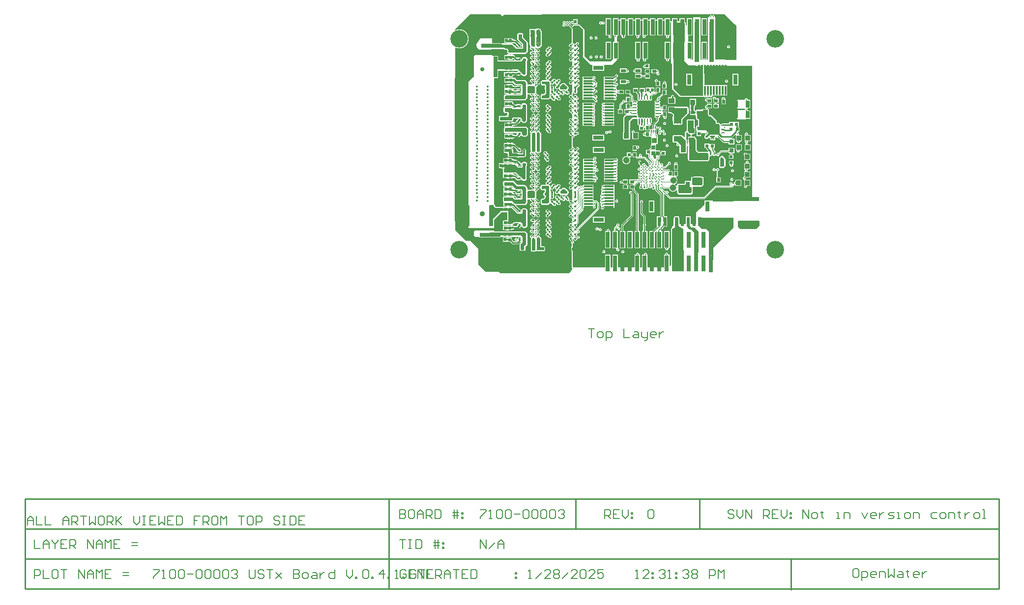
<source format=gtl>
G04*
G04 #@! TF.GenerationSoftware,Altium Limited,Altium Designer,24.3.1 (35)*
G04*
G04 Layer_Physical_Order=1*
G04 Layer_Color=255*
%FSAX25Y25*%
%MOIN*%
G70*
G04*
G04 #@! TF.SameCoordinates,9BAF8AC8-72E2-4161-A934-73288D8D8D4B*
G04*
G04*
G04 #@! TF.FilePolarity,Positive*
G04*
G01*
G75*
%ADD11C,0.01000*%
%ADD14C,0.00600*%
%ADD17C,0.02000*%
%ADD18C,0.00400*%
%ADD20C,0.00800*%
%ADD21C,0.00984*%
%ADD22C,0.01575*%
%ADD23R,0.02559X0.02953*%
%ADD24R,0.03937X0.03540*%
%ADD25R,0.03937X0.03540*%
%ADD26C,0.01100*%
%ADD27R,0.02400X0.02200*%
%ADD28R,0.03750X0.02200*%
%ADD29R,0.02362X0.06102*%
%ADD30R,0.03150X0.07087*%
%ADD31R,0.02913X0.11004*%
%ADD32R,0.02000X0.02600*%
%ADD33R,0.10630X0.10630*%
%ADD34O,0.03150X0.00984*%
%ADD35O,0.00984X0.03150*%
%ADD36R,0.02800X0.04900*%
%ADD37R,0.03200X0.03200*%
%ADD38R,0.02800X0.02200*%
%ADD39R,0.07087X0.03150*%
%ADD40R,0.02000X0.02400*%
%ADD41R,0.09800X0.06900*%
%ADD42R,0.01000X0.03100*%
%ADD43R,0.03600X0.03700*%
%ADD44R,0.02200X0.02200*%
%ADD45R,0.14200X0.02500*%
%ADD46R,0.02200X0.02000*%
%ADD47C,0.00787*%
%ADD48C,0.01300*%
%ADD49R,0.03740X0.04432*%
%ADD50R,0.04432X0.03740*%
%ADD51R,0.02400X0.02000*%
%ADD52R,0.02200X0.02400*%
%ADD53R,0.02600X0.02000*%
%ADD54R,0.03540X0.03937*%
%ADD55R,0.03540X0.03937*%
%ADD56R,0.03700X0.03600*%
%ADD57R,0.01800X0.02200*%
%ADD58R,0.02283X0.02598*%
%ADD59R,0.02283X0.02598*%
%ADD60R,0.02200X0.02200*%
%ADD61R,0.03150X0.02975*%
%ADD62R,0.02500X0.14200*%
%ADD87R,0.06299X0.01181*%
%ADD88R,0.01181X0.06299*%
%ADD89R,0.00787X0.02087*%
%ADD90C,0.01500*%
%ADD91C,0.01400*%
%ADD92C,0.01200*%
%ADD93C,0.11900*%
%ADD94C,0.03543*%
%ADD95C,0.02756*%
%ADD96C,0.04500*%
%ADD97C,0.01400*%
%ADD98C,0.01200*%
%ADD99C,0.01000*%
%ADD100C,0.01387*%
G36*
X0521128Y0423258D02*
X0522450Y0422019D01*
X0522195Y0398820D01*
X0508078Y0399012D01*
Y0424559D01*
X0508031Y0424793D01*
Y0427704D01*
X0507468D01*
X0507545Y0428092D01*
X0507468Y0428482D01*
X0507246Y0428813D01*
X0506916Y0429034D01*
X0506526Y0429112D01*
X0506135Y0429034D01*
X0505805Y0428813D01*
X0505797Y0428802D01*
X0505723Y0428912D01*
X0505392Y0429134D01*
X0505002Y0429211D01*
X0504612Y0429134D01*
X0504281Y0428912D01*
X0504060Y0428582D01*
X0503982Y0428192D01*
X0504060Y0427801D01*
X0504125Y0427704D01*
X0503118D01*
Y0424810D01*
X0503068Y0424559D01*
Y0399080D01*
X0500948Y0399109D01*
X0498033Y0399148D01*
Y0424543D01*
X0498031Y0424548D01*
Y0427704D01*
X0493118D01*
Y0424959D01*
X0493100Y0424933D01*
X0493023Y0424543D01*
Y0399216D01*
X0491100Y0399242D01*
X0491049Y0399296D01*
X0492431D01*
Y0411100D01*
X0489531D01*
X0489527Y0411911D01*
X0489515Y0414203D01*
X0489509Y0415300D01*
X0492431D01*
Y0427104D01*
X0488718D01*
Y0422220D01*
X0488393Y0422561D01*
X0487956Y0422559D01*
X0487957Y0423826D01*
X0487957Y0423826D01*
X0487957Y0423826D01*
X0487926Y0423981D01*
X0487895Y0424138D01*
X0487895Y0424138D01*
X0487895Y0424138D01*
X0487794Y0424288D01*
X0487718Y0424403D01*
X0487718Y0424403D01*
X0487718Y0424403D01*
X0487431Y0424690D01*
Y0427104D01*
X0483718D01*
Y0424996D01*
X0482431D01*
Y0427104D01*
X0478718D01*
Y0424721D01*
X0478684Y0424757D01*
X0478635Y0424830D01*
X0478575Y0424870D01*
X0478524Y0424922D01*
X0478398Y0425011D01*
X0478284Y0425060D01*
X0478176Y0425120D01*
X0478139Y0425124D01*
X0478106Y0425138D01*
X0477982Y0425140D01*
X0477859Y0425154D01*
X0477824Y0425144D01*
X0477788Y0425144D01*
X0477673Y0425099D01*
X0477554Y0425065D01*
X0477431Y0425000D01*
Y0427104D01*
X0473718D01*
Y0426130D01*
X0472431D01*
Y0427104D01*
X0468718D01*
Y0426130D01*
X0467431D01*
Y0427104D01*
X0463718D01*
Y0426130D01*
X0462431D01*
Y0427104D01*
X0458718D01*
Y0426130D01*
X0457431D01*
Y0427104D01*
X0453718D01*
Y0426130D01*
X0452431D01*
Y0427104D01*
X0448718D01*
Y0426130D01*
X0447431D01*
Y0427104D01*
X0443718D01*
Y0426130D01*
X0442431D01*
Y0427104D01*
X0438718D01*
Y0415300D01*
X0439610D01*
X0439505Y0415143D01*
X0439427Y0414752D01*
X0439505Y0414362D01*
X0439675Y0414107D01*
Y0411100D01*
X0438718D01*
Y0399436D01*
X0437012Y0397730D01*
X0422970D01*
X0419241Y0401459D01*
X0419241Y0419204D01*
X0419241Y0419204D01*
X0419191Y0419453D01*
X0419179Y0419516D01*
X0419179Y0419516D01*
Y0419516D01*
X0419103Y0419630D01*
X0419002Y0419781D01*
X0419002Y0419781D01*
X0418733Y0420050D01*
Y0420271D01*
X0416393Y0422611D01*
X0416154Y0422611D01*
X0415942Y0422753D01*
X0415942D01*
X0415942Y0422753D01*
X0415630Y0422815D01*
X0415630Y0422815D01*
X0412132D01*
X0412029Y0422794D01*
X0411925Y0422788D01*
X0411874Y0422763D01*
X0411820Y0422753D01*
X0411733Y0422694D01*
X0411638Y0422649D01*
X0411601Y0422607D01*
X0411555Y0422576D01*
X0411497Y0422489D01*
X0411427Y0422410D01*
X0411247Y0422101D01*
X0411006Y0421831D01*
Y0421797D01*
X0409863Y0422940D01*
X0409851Y0422999D01*
X0409676Y0423262D01*
X0409413Y0423437D01*
X0409213Y0423477D01*
X0409413Y0423517D01*
X0409560Y0423615D01*
X0410292D01*
X0410332Y0423554D01*
X0410663Y0423333D01*
X0411053Y0423256D01*
X0411443Y0423333D01*
X0411713Y0423514D01*
Y0423240D01*
X0414513D01*
Y0426440D01*
X0411713D01*
Y0425037D01*
X0411443Y0425217D01*
X0411053Y0425295D01*
X0410663Y0425217D01*
X0410332Y0424996D01*
X0410277Y0424914D01*
X0409560D01*
X0409413Y0425012D01*
X0409104Y0425074D01*
X0408794Y0425012D01*
X0408531Y0424837D01*
X0408356Y0424574D01*
X0408316Y0424374D01*
X0408277Y0424574D01*
X0408101Y0424837D01*
X0407838Y0425012D01*
X0407529Y0425074D01*
X0407219Y0425012D01*
X0407029Y0424886D01*
X0406211D01*
X0406182Y0424928D01*
X0405851Y0425149D01*
X0405461Y0425227D01*
X0405071Y0425149D01*
X0404740Y0424928D01*
X0404519Y0424598D01*
X0404441Y0424207D01*
X0404519Y0423817D01*
X0404740Y0423487D01*
X0404890Y0423386D01*
X0404663Y0423235D01*
X0404442Y0422904D01*
X0404364Y0422514D01*
X0404442Y0422124D01*
X0404663Y0421793D01*
X0404994Y0421572D01*
X0405384Y0421494D01*
X0405774Y0421572D01*
X0406105Y0421793D01*
X0406212Y0421952D01*
X0407204D01*
X0407219Y0421942D01*
X0407529Y0421881D01*
X0407838Y0421942D01*
X0408101Y0422118D01*
X0408277Y0422380D01*
X0408316Y0422580D01*
X0408356Y0422380D01*
X0408531Y0422118D01*
X0408794Y0421942D01*
X0408854Y0421930D01*
X0410587Y0420197D01*
Y0410565D01*
X0410601Y0410494D01*
X0410357Y0410331D01*
X0410136Y0410001D01*
X0410077Y0409703D01*
X0409964Y0409726D01*
X0409500Y0409633D01*
X0409107Y0409371D01*
X0408845Y0408978D01*
X0408753Y0408515D01*
X0408845Y0408051D01*
X0409107Y0407659D01*
X0409500Y0407396D01*
X0409964Y0407304D01*
X0410427Y0407396D01*
X0410820Y0407659D01*
X0411006Y0407938D01*
Y0407698D01*
Y0407667D01*
X0410754Y0407498D01*
X0410533Y0407167D01*
X0410465Y0406826D01*
X0410173Y0406534D01*
X0409964Y0406576D01*
X0409500Y0406484D01*
X0409107Y0406221D01*
X0408845Y0405829D01*
X0408753Y0405365D01*
X0408845Y0404902D01*
X0409107Y0404509D01*
X0409500Y0404247D01*
X0409964Y0404154D01*
X0410427Y0404247D01*
X0410820Y0404509D01*
X0411006Y0404788D01*
Y0404498D01*
X0410817Y0404372D01*
X0410596Y0404041D01*
X0410533Y0403725D01*
X0410189Y0403381D01*
X0409964Y0403426D01*
X0409500Y0403334D01*
X0409107Y0403072D01*
X0408845Y0402679D01*
X0408753Y0402216D01*
X0408845Y0401752D01*
X0409107Y0401360D01*
X0409500Y0401097D01*
X0409964Y0401005D01*
X0410427Y0401097D01*
X0410820Y0401360D01*
X0411006Y0401639D01*
Y0401363D01*
X0410853Y0401261D01*
X0410632Y0400930D01*
X0410569Y0400613D01*
X0410188Y0400232D01*
X0409964Y0400277D01*
X0409500Y0400184D01*
X0409107Y0399922D01*
X0408845Y0399529D01*
X0408753Y0399066D01*
X0408845Y0398603D01*
X0409107Y0398210D01*
X0409500Y0397948D01*
X0409964Y0397855D01*
X0410427Y0397948D01*
X0410820Y0398210D01*
X0411006Y0398489D01*
Y0397855D01*
Y0395137D01*
X0410906Y0395070D01*
X0410685Y0394739D01*
X0410615Y0394387D01*
X0410165Y0393937D01*
X0409964Y0393977D01*
X0409500Y0393885D01*
X0409107Y0393623D01*
X0408845Y0393230D01*
X0408753Y0392767D01*
X0408845Y0392303D01*
X0409107Y0391911D01*
X0409500Y0391648D01*
X0409964Y0391556D01*
X0410427Y0391648D01*
X0410554Y0391733D01*
X0410447Y0391572D01*
X0410369Y0391182D01*
X0410382Y0391115D01*
X0410073Y0390806D01*
X0409964Y0390828D01*
X0409500Y0390736D01*
X0409107Y0390473D01*
X0408845Y0390080D01*
X0408753Y0389617D01*
X0408845Y0389154D01*
X0409107Y0388761D01*
X0409500Y0388499D01*
X0409964Y0388406D01*
X0410427Y0388499D01*
X0410820Y0388761D01*
X0411006Y0389040D01*
Y0388958D01*
Y0388832D01*
X0410680Y0388614D01*
X0410459Y0388283D01*
X0410382Y0387893D01*
X0410382Y0387890D01*
X0410137Y0387644D01*
X0409964Y0387678D01*
X0409500Y0387586D01*
X0409107Y0387324D01*
X0408845Y0386931D01*
X0408753Y0386468D01*
X0408845Y0386004D01*
X0409107Y0385612D01*
X0409500Y0385349D01*
X0409964Y0385257D01*
X0410427Y0385349D01*
X0410820Y0385612D01*
X0411006Y0385891D01*
Y0385683D01*
Y0385609D01*
X0410836Y0385495D01*
X0410615Y0385164D01*
X0410552Y0384847D01*
X0410189Y0384484D01*
X0409964Y0384529D01*
X0409500Y0384436D01*
X0409107Y0384174D01*
X0408845Y0383781D01*
X0408753Y0383318D01*
X0408845Y0382855D01*
X0409107Y0382462D01*
X0409500Y0382199D01*
X0409964Y0382107D01*
X0410427Y0382199D01*
X0410820Y0382462D01*
X0411006Y0382741D01*
Y0377006D01*
X0410950Y0376968D01*
X0410893Y0376911D01*
X0410826Y0376866D01*
X0410781Y0376799D01*
X0410725Y0376743D01*
X0410694Y0376668D01*
X0410649Y0376601D01*
X0410633Y0376523D01*
X0410603Y0376449D01*
X0410603Y0376368D01*
X0410587Y0376289D01*
Y0374881D01*
X0410427Y0374988D01*
X0409964Y0375080D01*
X0409500Y0374988D01*
X0409107Y0374725D01*
X0408845Y0374332D01*
X0408753Y0373869D01*
X0408845Y0373406D01*
X0409107Y0373013D01*
X0409500Y0372751D01*
X0409964Y0372658D01*
X0410112Y0372688D01*
X0410569Y0372231D01*
X0410564Y0372203D01*
X0410641Y0371813D01*
X0410784Y0371599D01*
X0410427Y0371838D01*
X0409964Y0371930D01*
X0409500Y0371838D01*
X0409107Y0371576D01*
X0408845Y0371183D01*
X0408753Y0370720D01*
X0408845Y0370256D01*
X0409107Y0369863D01*
X0409500Y0369601D01*
X0409964Y0369509D01*
X0410171Y0369550D01*
X0410572Y0369150D01*
X0410640Y0368807D01*
X0410861Y0368476D01*
X0411006Y0368379D01*
Y0368147D01*
X0410820Y0368426D01*
X0410427Y0368688D01*
X0409964Y0368781D01*
X0409500Y0368688D01*
X0409107Y0368426D01*
X0408845Y0368033D01*
X0408753Y0367570D01*
X0408845Y0367107D01*
X0409107Y0366714D01*
X0409500Y0366451D01*
X0409964Y0366359D01*
X0410189Y0366404D01*
X0410673Y0365921D01*
X0410735Y0365605D01*
X0410956Y0365274D01*
X0411006Y0365241D01*
Y0365009D01*
Y0364997D01*
X0410820Y0365276D01*
X0410427Y0365539D01*
X0409964Y0365631D01*
X0409500Y0365539D01*
X0409107Y0365276D01*
X0408845Y0364884D01*
X0408753Y0364420D01*
X0408845Y0363957D01*
X0409107Y0363564D01*
X0409500Y0363302D01*
X0409964Y0363210D01*
X0410082Y0363233D01*
X0410424Y0362891D01*
X0410413Y0362832D01*
X0410490Y0362442D01*
X0410711Y0362111D01*
X0411006Y0361914D01*
Y0358733D01*
Y0358698D01*
X0410820Y0358977D01*
X0410427Y0359240D01*
X0409964Y0359332D01*
X0409500Y0359240D01*
X0409107Y0358977D01*
X0408845Y0358584D01*
X0408753Y0358121D01*
X0408845Y0357658D01*
X0409107Y0357265D01*
X0409500Y0357003D01*
X0409964Y0356910D01*
X0410107Y0356939D01*
X0410527Y0356519D01*
X0410520Y0356486D01*
X0410598Y0356096D01*
X0410742Y0355879D01*
X0410427Y0356090D01*
X0409964Y0356182D01*
X0409500Y0356090D01*
X0409107Y0355828D01*
X0408845Y0355435D01*
X0408753Y0354972D01*
X0408845Y0354508D01*
X0409107Y0354115D01*
X0409500Y0353853D01*
X0409964Y0353761D01*
X0410087Y0353785D01*
X0410494Y0353379D01*
X0410483Y0353326D01*
X0410561Y0352935D01*
X0410663Y0352783D01*
X0410427Y0352940D01*
X0409964Y0353032D01*
X0409500Y0352940D01*
X0409107Y0352678D01*
X0408845Y0352285D01*
X0408753Y0351822D01*
X0408845Y0351359D01*
X0409107Y0350966D01*
X0409500Y0350703D01*
X0409964Y0350611D01*
X0410120Y0350642D01*
X0410577Y0350185D01*
X0410573Y0350166D01*
X0410651Y0349776D01*
X0410814Y0349532D01*
X0410427Y0349791D01*
X0409964Y0349883D01*
X0409500Y0349791D01*
X0409107Y0349528D01*
X0408845Y0349136D01*
X0408753Y0348672D01*
X0408845Y0348209D01*
X0409107Y0347816D01*
X0409500Y0347554D01*
X0409964Y0347462D01*
X0410190Y0347507D01*
X0410515Y0347182D01*
X0410578Y0346867D01*
X0410751Y0346608D01*
X0410683Y0346526D01*
X0410671Y0346487D01*
X0410649Y0346453D01*
X0410626Y0346336D01*
X0410591Y0346221D01*
X0410595Y0346181D01*
X0410587Y0346141D01*
Y0339948D01*
X0410595Y0339908D01*
X0410591Y0339868D01*
X0410626Y0339753D01*
X0410649Y0339636D01*
X0410671Y0339602D01*
X0410683Y0339563D01*
X0410718Y0339520D01*
X0410540Y0339253D01*
X0410462Y0338863D01*
X0410467Y0338841D01*
X0410118Y0338493D01*
X0409964Y0338524D01*
X0409500Y0338432D01*
X0409107Y0338169D01*
X0408845Y0337777D01*
X0408753Y0337313D01*
X0408845Y0336850D01*
X0409107Y0336457D01*
X0409500Y0336195D01*
X0409964Y0336103D01*
X0410427Y0336195D01*
X0410738Y0336403D01*
X0410528Y0336089D01*
X0410451Y0335699D01*
X0410455Y0335679D01*
X0410120Y0335343D01*
X0409964Y0335374D01*
X0409500Y0335282D01*
X0409107Y0335020D01*
X0408845Y0334627D01*
X0408753Y0334164D01*
X0408845Y0333700D01*
X0409107Y0333308D01*
X0409500Y0333045D01*
X0409964Y0332953D01*
X0410427Y0333045D01*
X0410820Y0333308D01*
X0411006Y0333587D01*
Y0333294D01*
X0410774Y0333139D01*
X0410553Y0332808D01*
X0410489Y0332485D01*
X0410185Y0332181D01*
X0409964Y0332225D01*
X0409500Y0332133D01*
X0409107Y0331870D01*
X0408845Y0331477D01*
X0408753Y0331014D01*
X0408845Y0330551D01*
X0409107Y0330158D01*
X0409500Y0329896D01*
X0409964Y0329803D01*
X0410427Y0329896D01*
X0410820Y0330158D01*
X0411006Y0330437D01*
Y0328441D01*
X0410820Y0328721D01*
X0410427Y0328983D01*
X0409964Y0329075D01*
X0409500Y0328983D01*
X0409107Y0328721D01*
X0408845Y0328328D01*
X0408753Y0327865D01*
X0408845Y0327401D01*
X0409107Y0327009D01*
X0409500Y0326746D01*
X0409964Y0326654D01*
X0410195Y0326700D01*
X0410652Y0326243D01*
X0410713Y0325935D01*
X0410934Y0325604D01*
X0411006Y0325556D01*
Y0323784D01*
X0410711Y0323587D01*
X0410490Y0323256D01*
X0410431Y0322958D01*
X0410202Y0322729D01*
X0409964Y0322776D01*
X0409500Y0322684D01*
X0409107Y0322421D01*
X0408845Y0322029D01*
X0408753Y0321565D01*
X0408845Y0321102D01*
X0409107Y0320709D01*
X0409500Y0320447D01*
X0409964Y0320355D01*
X0410427Y0320447D01*
X0410820Y0320709D01*
X0411006Y0320989D01*
Y0320642D01*
X0410711Y0320445D01*
X0410490Y0320114D01*
X0410430Y0319811D01*
X0410198Y0319580D01*
X0409964Y0319626D01*
X0409500Y0319534D01*
X0409107Y0319272D01*
X0408845Y0318879D01*
X0408753Y0318416D01*
X0408845Y0317952D01*
X0409107Y0317560D01*
X0409500Y0317297D01*
X0409964Y0317205D01*
X0410427Y0317297D01*
X0410820Y0317560D01*
X0411006Y0317839D01*
Y0317735D01*
Y0317550D01*
X0410819Y0317425D01*
X0410599Y0317094D01*
X0410536Y0316778D01*
X0410189Y0316432D01*
X0409964Y0316477D01*
X0409500Y0316385D01*
X0409107Y0316122D01*
X0408845Y0315729D01*
X0408753Y0315266D01*
X0408845Y0314803D01*
X0409107Y0314410D01*
X0409500Y0314148D01*
X0409964Y0314055D01*
X0410427Y0314148D01*
X0410820Y0314410D01*
X0411006Y0314689D01*
Y0314602D01*
Y0314440D01*
Y0314430D01*
X0410901Y0314360D01*
X0410680Y0314029D01*
X0410616Y0313711D01*
X0410188Y0313282D01*
X0409964Y0313327D01*
X0409500Y0313235D01*
X0409107Y0312973D01*
X0408845Y0312580D01*
X0408753Y0312117D01*
X0408845Y0311653D01*
X0409107Y0311260D01*
X0409500Y0310998D01*
X0409964Y0310906D01*
X0410427Y0310998D01*
X0410820Y0311260D01*
X0411006Y0311540D01*
Y0303244D01*
X0410820Y0303524D01*
X0410427Y0303786D01*
X0409964Y0303878D01*
X0409500Y0303786D01*
X0409107Y0303524D01*
X0408845Y0303131D01*
X0408753Y0302668D01*
X0408845Y0302204D01*
X0409107Y0301812D01*
X0409500Y0301549D01*
X0409964Y0301457D01*
X0410317Y0301527D01*
X0410502Y0301343D01*
X0410563Y0301302D01*
X0410781Y0300976D01*
X0411006Y0300826D01*
Y0300095D01*
X0410820Y0300374D01*
X0410427Y0300637D01*
X0409964Y0300729D01*
X0409500Y0300637D01*
X0409107Y0300374D01*
X0408845Y0299981D01*
X0408753Y0299518D01*
X0408845Y0299055D01*
X0409107Y0298662D01*
X0409500Y0298400D01*
X0409964Y0298307D01*
X0410038Y0298322D01*
X0410414Y0297947D01*
X0410393Y0297844D01*
X0410470Y0297458D01*
X0410427Y0297487D01*
X0409964Y0297579D01*
X0409500Y0297487D01*
X0409107Y0297225D01*
X0408845Y0296832D01*
X0408753Y0296369D01*
X0408845Y0295905D01*
X0409107Y0295512D01*
X0409500Y0295250D01*
X0409964Y0295158D01*
X0410111Y0295187D01*
X0410451Y0294847D01*
X0410445Y0294817D01*
X0410523Y0294427D01*
X0410708Y0294149D01*
X0410427Y0294337D01*
X0409964Y0294429D01*
X0409500Y0294337D01*
X0409107Y0294075D01*
X0408845Y0293682D01*
X0408753Y0293219D01*
X0408845Y0292756D01*
X0409107Y0292363D01*
X0409500Y0292100D01*
X0409964Y0292008D01*
X0410274Y0292070D01*
X0410516Y0291828D01*
X0410554Y0291638D01*
X0410775Y0291308D01*
X0411006Y0291153D01*
Y0289949D01*
X0410828Y0289683D01*
X0410751Y0289293D01*
X0410828Y0288903D01*
X0411006Y0288636D01*
Y0287496D01*
X0410820Y0287776D01*
X0410427Y0288038D01*
X0409964Y0288130D01*
X0409500Y0288038D01*
X0409107Y0287776D01*
X0408845Y0287383D01*
X0408753Y0286920D01*
X0408845Y0286456D01*
X0409107Y0286064D01*
X0409500Y0285801D01*
X0409964Y0285709D01*
X0410262Y0285768D01*
X0410694Y0285336D01*
X0410735Y0285128D01*
X0410956Y0284797D01*
X0411006Y0284764D01*
Y0284656D01*
X0411006Y0284347D01*
X0410820Y0284626D01*
X0410427Y0284889D01*
X0409964Y0284981D01*
X0409500Y0284889D01*
X0409107Y0284626D01*
X0408845Y0284233D01*
X0408753Y0283770D01*
X0408845Y0283307D01*
X0409107Y0282914D01*
X0409500Y0282652D01*
X0409964Y0282559D01*
X0410079Y0282582D01*
X0410531Y0282130D01*
X0410519Y0282068D01*
X0410596Y0281678D01*
X0410660Y0281583D01*
X0410427Y0281739D01*
X0409964Y0281831D01*
X0409500Y0281739D01*
X0409107Y0281476D01*
X0408845Y0281084D01*
X0408753Y0280621D01*
X0408845Y0280157D01*
X0409107Y0279764D01*
X0409500Y0279502D01*
X0409964Y0279410D01*
X0410103Y0279438D01*
X0410412Y0279129D01*
X0410404Y0279092D01*
X0410482Y0278702D01*
X0410663Y0278432D01*
X0410427Y0278589D01*
X0409964Y0278681D01*
X0409500Y0278589D01*
X0409107Y0278327D01*
X0408845Y0277934D01*
X0408753Y0277471D01*
X0408845Y0277008D01*
X0409107Y0276615D01*
X0409500Y0276352D01*
X0409623Y0276328D01*
X0409645Y0276221D01*
X0409799Y0275989D01*
X0410146Y0275642D01*
X0410109Y0275456D01*
X0410187Y0275066D01*
X0410408Y0274735D01*
X0410603Y0274605D01*
Y0274570D01*
X0410587Y0274491D01*
Y0272068D01*
X0410143D01*
Y0269068D01*
X0410587D01*
Y0258033D01*
X0410649Y0257721D01*
X0410826Y0257456D01*
X0411006Y0257336D01*
Y0256879D01*
X0408885Y0254189D01*
X0362165Y0254188D01*
X0361253Y0255100D01*
X0352214D01*
X0347292Y0260022D01*
Y0270856D01*
X0342116Y0276031D01*
X0339014D01*
X0331480Y0283565D01*
Y0289466D01*
X0331465Y0289442D01*
X0331465Y0386437D01*
X0331480Y0386451D01*
Y0407517D01*
X0331960Y0407261D01*
X0333156Y0406898D01*
X0334401Y0406775D01*
X0335646Y0406898D01*
X0336843Y0407261D01*
X0337946Y0407851D01*
X0338913Y0408644D01*
X0339707Y0409611D01*
X0340296Y0410714D01*
X0340659Y0411911D01*
X0340782Y0413156D01*
X0340659Y0414401D01*
X0340296Y0415598D01*
X0339707Y0416701D01*
X0338913Y0417668D01*
X0337946Y0418461D01*
X0336843Y0419051D01*
X0335646Y0419414D01*
X0334401Y0419537D01*
X0333156Y0419414D01*
X0331960Y0419051D01*
X0331480Y0418794D01*
Y0419332D01*
X0341797Y0429649D01*
X0362239Y0429649D01*
X0363540Y0428348D01*
X0365043Y0429345D01*
X0414949Y0429650D01*
X0514312Y0429651D01*
X0521128Y0423258D01*
D02*
G37*
G36*
X0407219Y0423517D02*
X0407419Y0423477D01*
X0407219Y0423437D01*
X0406957Y0423262D01*
X0406949Y0423251D01*
X0406080D01*
X0405955Y0423335D01*
X0406182Y0423487D01*
X0406249Y0423587D01*
X0407115D01*
X0407219Y0423517D01*
D02*
G37*
G36*
X0408356Y0423955D02*
X0408531Y0423692D01*
X0408794Y0423517D01*
X0408994Y0423477D01*
X0408794Y0423437D01*
X0408531Y0423262D01*
X0408356Y0422999D01*
X0408316Y0422800D01*
X0408277Y0422999D01*
X0408101Y0423262D01*
X0407838Y0423437D01*
X0407639Y0423477D01*
X0407838Y0423517D01*
X0408101Y0423692D01*
X0408277Y0423955D01*
X0408316Y0424155D01*
X0408356Y0423955D01*
D02*
G37*
G36*
X0473718Y0415300D02*
X0474225D01*
X0474548Y0414800D01*
X0474514Y0414628D01*
X0474592Y0414238D01*
X0474813Y0413907D01*
X0475144Y0413686D01*
X0475534Y0413609D01*
X0475924Y0413686D01*
X0476255Y0413907D01*
X0476476Y0414238D01*
X0476553Y0414628D01*
X0476519Y0414800D01*
X0476843Y0415300D01*
X0477431D01*
Y0424080D01*
X0477931Y0424341D01*
X0478058Y0424253D01*
X0478058Y0396899D01*
X0478693Y0396265D01*
Y0379364D01*
X0478755Y0379051D01*
X0478932Y0378787D01*
X0478932Y0378787D01*
X0483814Y0373904D01*
X0484079Y0373727D01*
X0484391Y0373665D01*
X0484391Y0373665D01*
X0499347D01*
X0499660Y0373727D01*
X0499924Y0373904D01*
X0500373Y0373793D01*
X0500694Y0373578D01*
X0501084Y0373501D01*
X0501475Y0373578D01*
X0501805Y0373799D01*
X0502337Y0373695D01*
X0502584Y0373530D01*
X0502974Y0373452D01*
X0503365Y0373530D01*
X0503695Y0373750D01*
X0504288Y0373737D01*
X0504291Y0373733D01*
X0504622Y0373512D01*
X0505012Y0373434D01*
X0505402Y0373512D01*
X0505733Y0373733D01*
X0505954Y0374063D01*
X0506032Y0374454D01*
X0506253Y0374723D01*
X0515838D01*
Y0381822D01*
X0500517D01*
X0500516Y0394310D01*
X0500870Y0394664D01*
X0532991D01*
X0532991Y0303464D01*
X0532636Y0303112D01*
X0504570Y0303343D01*
Y0303374D01*
X0500621D01*
Y0300627D01*
X0495053Y0295458D01*
X0494929Y0287377D01*
X0491184Y0287377D01*
Y0292744D01*
X0488022D01*
Y0287377D01*
X0484002Y0287377D01*
X0483649Y0287731D01*
X0483663Y0291483D01*
X0483661Y0291490D01*
X0483663Y0291497D01*
X0483631Y0291646D01*
X0483602Y0291795D01*
X0483598Y0291801D01*
X0483596Y0291808D01*
X0483510Y0291934D01*
X0483426Y0292061D01*
X0483420Y0292065D01*
X0483416Y0292070D01*
X0483310Y0292139D01*
Y0292744D01*
X0480148D01*
Y0292139D01*
X0480122Y0292121D01*
X0479996Y0292038D01*
X0479991Y0292031D01*
X0479983Y0292025D01*
X0479901Y0291899D01*
X0479817Y0291776D01*
X0479815Y0291766D01*
X0479810Y0291758D01*
X0479782Y0291611D01*
X0479752Y0291464D01*
X0479706Y0286909D01*
X0478693Y0285854D01*
X0478688Y0284968D01*
X0478222Y0284705D01*
X0478139Y0284633D01*
X0478048Y0284572D01*
X0478020Y0284530D01*
X0477982Y0284497D01*
X0477932Y0284399D01*
X0477871Y0284307D01*
X0477861Y0284258D01*
X0477839Y0284212D01*
X0477831Y0284103D01*
X0477809Y0283995D01*
Y0259663D01*
X0477400Y0259238D01*
X0476936Y0259425D01*
Y0266833D01*
X0476289D01*
X0476025Y0267155D01*
X0475948Y0267545D01*
X0475726Y0267876D01*
X0475396Y0268097D01*
X0475005Y0268174D01*
X0474615Y0268097D01*
X0474285Y0267876D01*
X0474063Y0267545D01*
X0473986Y0267155D01*
X0473722Y0266833D01*
X0473223D01*
Y0258033D01*
X0461936D01*
Y0266833D01*
X0461834D01*
X0461589Y0267132D01*
X0461511Y0267522D01*
X0461290Y0267853D01*
X0460960Y0268074D01*
X0460569Y0268151D01*
X0460179Y0268074D01*
X0459848Y0267853D01*
X0459627Y0267522D01*
X0459550Y0267132D01*
X0459305Y0266833D01*
X0458223D01*
Y0258033D01*
X0456936D01*
Y0266833D01*
X0456547D01*
X0456316Y0267114D01*
X0456238Y0267505D01*
X0456017Y0267835D01*
X0455687Y0268056D01*
X0455296Y0268134D01*
X0454906Y0268056D01*
X0454575Y0267835D01*
X0454354Y0267505D01*
X0454277Y0267114D01*
X0454046Y0266833D01*
X0453223D01*
Y0258033D01*
X0441936Y0258033D01*
Y0266833D01*
X0438223D01*
Y0258033D01*
X0436936D01*
Y0266833D01*
X0433223D01*
Y0258033D01*
X0411403D01*
Y0274491D01*
X0411519Y0274514D01*
X0411850Y0274735D01*
X0412071Y0275066D01*
X0412148Y0275456D01*
X0412071Y0275846D01*
X0411850Y0276177D01*
X0411519Y0276398D01*
X0411403Y0276421D01*
Y0277526D01*
X0411419Y0277533D01*
X0411473Y0277526D01*
X0411955Y0277208D01*
X0411995Y0277008D01*
X0412257Y0276615D01*
X0412650Y0276352D01*
X0413113Y0276260D01*
X0413577Y0276352D01*
X0413969Y0276615D01*
X0414232Y0277008D01*
X0414317Y0277434D01*
X0414757Y0277617D01*
X0414827Y0277686D01*
X0415026Y0277646D01*
X0415416Y0277724D01*
X0415747Y0277945D01*
X0415968Y0278276D01*
X0416046Y0278666D01*
X0415968Y0279056D01*
X0415747Y0279387D01*
X0415416Y0279608D01*
X0415026Y0279686D01*
X0414636Y0279608D01*
X0414305Y0279387D01*
X0414084Y0279056D01*
X0414025Y0278759D01*
X0413935Y0278725D01*
X0413935D01*
X0413935Y0278725D01*
X0413596Y0278597D01*
X0413574Y0278590D01*
X0413113Y0278681D01*
X0412820Y0279049D01*
X0413113Y0279410D01*
X0413577Y0279502D01*
X0413969Y0279764D01*
X0414232Y0280157D01*
X0414320Y0280604D01*
X0415022Y0281305D01*
X0415106Y0281288D01*
X0415496Y0281366D01*
X0415827Y0281587D01*
X0416048Y0281918D01*
X0416126Y0282308D01*
X0416048Y0282698D01*
X0415827Y0283029D01*
X0415496Y0283250D01*
X0415375Y0283274D01*
X0415210Y0283817D01*
X0428998Y0297604D01*
X0429188Y0298063D01*
Y0301592D01*
X0428998Y0302051D01*
X0427709Y0303340D01*
X0427250Y0303530D01*
X0425408D01*
Y0306176D01*
Y0310114D01*
Y0314063D01*
X0418308D01*
Y0313429D01*
X0416406D01*
X0415946Y0313239D01*
X0415757Y0313049D01*
X0415236Y0313235D01*
X0415202Y0313406D01*
X0414981Y0313737D01*
X0414650Y0313958D01*
X0414273Y0314033D01*
X0414182Y0314146D01*
X0414029Y0314499D01*
X0414232Y0314803D01*
X0414324Y0315266D01*
X0414320Y0315287D01*
X0414654Y0315735D01*
X0414917Y0315787D01*
X0415247Y0316008D01*
X0415468Y0316339D01*
X0415546Y0316729D01*
X0415468Y0317120D01*
X0415247Y0317450D01*
X0414917Y0317671D01*
X0414657Y0317723D01*
X0414627Y0317740D01*
X0414358Y0318068D01*
X0414283Y0318210D01*
X0414324Y0318416D01*
X0414702Y0318770D01*
X0414950Y0318819D01*
X0415280Y0319040D01*
X0415502Y0319371D01*
X0415579Y0319761D01*
X0415502Y0320151D01*
X0415280Y0320482D01*
X0414950Y0320703D01*
X0414611Y0320770D01*
X0414503Y0320865D01*
X0414257Y0321230D01*
X0414324Y0321565D01*
X0414290Y0321733D01*
X0414631Y0322074D01*
X0414640Y0322073D01*
X0415030Y0322150D01*
X0415360Y0322371D01*
X0415582Y0322702D01*
X0415659Y0323092D01*
X0415582Y0323482D01*
X0415360Y0323813D01*
X0415030Y0324034D01*
X0414978Y0324075D01*
X0414787Y0324321D01*
X0414766Y0324389D01*
X0414792Y0324475D01*
X0414953Y0324847D01*
X0415039Y0324877D01*
X0415129Y0324893D01*
X0415188Y0324930D01*
X0415253Y0324953D01*
X0415321Y0325014D01*
X0415398Y0325063D01*
X0415438Y0325119D01*
X0415489Y0325166D01*
X0415529Y0325248D01*
X0415582Y0325323D01*
X0415597Y0325390D01*
X0415627Y0325453D01*
X0415632Y0325544D01*
X0415652Y0325633D01*
X0415640Y0325701D01*
X0415643Y0325761D01*
X0415709Y0325860D01*
X0415787Y0326250D01*
X0415709Y0326640D01*
X0415488Y0326971D01*
X0415157Y0327192D01*
X0414767Y0327270D01*
X0414689Y0327254D01*
X0414288Y0327684D01*
X0414324Y0327865D01*
X0414316Y0327904D01*
X0414646Y0328340D01*
X0414953Y0328401D01*
X0415284Y0328622D01*
X0415505Y0328953D01*
X0415582Y0329343D01*
X0415505Y0329733D01*
X0415284Y0330064D01*
X0414953Y0330285D01*
X0414661Y0330343D01*
X0414645Y0330351D01*
X0414413Y0330607D01*
X0414285Y0330817D01*
X0414324Y0331014D01*
X0414322Y0331022D01*
X0414368Y0331078D01*
X0414674Y0331408D01*
X0415019Y0331476D01*
X0415350Y0331697D01*
X0415571Y0332028D01*
X0415648Y0332418D01*
X0415571Y0332808D01*
X0415350Y0333139D01*
X0415019Y0333360D01*
X0414756Y0333413D01*
X0414431Y0333870D01*
X0414513Y0334267D01*
X0414736Y0334388D01*
X0415115Y0334464D01*
X0415446Y0334685D01*
X0415667Y0335016D01*
X0415745Y0335406D01*
X0415667Y0335796D01*
X0415446Y0336127D01*
X0415115Y0336348D01*
X0414725Y0336425D01*
X0414522Y0336385D01*
X0414213Y0336822D01*
X0414232Y0336850D01*
X0414324Y0337313D01*
X0414297Y0337449D01*
X0414654Y0337807D01*
X0414695Y0337799D01*
X0415085Y0337876D01*
X0415416Y0338097D01*
X0415637Y0338428D01*
X0415715Y0338818D01*
X0415637Y0339208D01*
X0415416Y0339539D01*
X0415085Y0339760D01*
X0414695Y0339838D01*
X0414305Y0339760D01*
X0413974Y0339539D01*
X0413753Y0339208D01*
X0413683Y0338854D01*
X0413313Y0338484D01*
X0413113Y0338524D01*
X0412937Y0338489D01*
X0412512Y0338854D01*
X0412497Y0338885D01*
X0412424Y0339253D01*
X0412203Y0339584D01*
X0411872Y0339805D01*
X0411482Y0339882D01*
X0411403Y0339948D01*
Y0346141D01*
X0411520Y0346237D01*
X0411910Y0346315D01*
X0412241Y0346536D01*
X0412462Y0346867D01*
X0412507Y0347094D01*
X0412892Y0347428D01*
X0413004Y0347483D01*
X0413113Y0347462D01*
X0413577Y0347554D01*
X0413969Y0347816D01*
X0414160Y0348102D01*
X0414470Y0348040D01*
X0414861Y0348118D01*
X0415191Y0348339D01*
X0415412Y0348670D01*
X0415490Y0349060D01*
X0415412Y0349450D01*
X0415191Y0349781D01*
X0414861Y0350002D01*
X0414470Y0350079D01*
X0414080Y0350002D01*
X0413750Y0349781D01*
X0413701Y0349708D01*
X0413577Y0349791D01*
X0413113Y0349883D01*
X0413064Y0349873D01*
X0413015Y0349905D01*
X0412966Y0350131D01*
X0412992Y0350216D01*
X0413334Y0350655D01*
X0413577Y0350703D01*
X0413969Y0350966D01*
X0414232Y0351359D01*
X0414320Y0351804D01*
X0414573Y0351855D01*
X0414904Y0352076D01*
X0415125Y0352407D01*
X0415203Y0352797D01*
X0415125Y0353187D01*
X0414904Y0353518D01*
X0414573Y0353739D01*
X0414314Y0353790D01*
X0414121Y0354165D01*
X0414096Y0354305D01*
X0414232Y0354508D01*
X0414324Y0354972D01*
X0414786Y0355160D01*
X0415117Y0355381D01*
X0415338Y0355712D01*
X0415416Y0356102D01*
X0415338Y0356493D01*
X0415119Y0356821D01*
X0415117Y0356823D01*
X0415119Y0357423D01*
X0415125Y0357427D01*
X0415346Y0357758D01*
X0415424Y0358148D01*
X0415346Y0358538D01*
X0415125Y0358869D01*
X0414990Y0358960D01*
X0414899Y0359447D01*
X0414930Y0359555D01*
X0415111Y0359825D01*
X0415189Y0360215D01*
X0415111Y0360605D01*
X0415057Y0360686D01*
X0415056Y0360741D01*
X0415069Y0360809D01*
X0415051Y0360899D01*
X0415049Y0360990D01*
X0415021Y0361053D01*
X0415007Y0361122D01*
X0414956Y0361197D01*
X0414919Y0361280D01*
X0414869Y0361328D01*
X0414830Y0361386D01*
X0414754Y0361437D01*
X0414688Y0361499D01*
X0414685Y0361501D01*
X0414674Y0361535D01*
X0414651Y0361647D01*
X0414626Y0361686D01*
X0414611Y0361730D01*
X0414606Y0361736D01*
X0414602Y0361749D01*
X0414610Y0362095D01*
X0414651Y0362257D01*
X0414702Y0362355D01*
X0414771Y0362402D01*
X0414992Y0362733D01*
X0415070Y0363123D01*
X0414992Y0363513D01*
X0414771Y0363844D01*
X0414440Y0364065D01*
X0414296Y0364281D01*
X0414324Y0364420D01*
X0414243Y0364827D01*
X0414370Y0365062D01*
X0414555Y0365300D01*
X0414883Y0365365D01*
X0415213Y0365586D01*
X0415435Y0365917D01*
X0415512Y0366307D01*
X0415435Y0366697D01*
X0415213Y0367028D01*
X0414883Y0367249D01*
X0414771Y0367271D01*
X0414324Y0367570D01*
X0414232Y0368033D01*
X0414170Y0368126D01*
X0414173Y0368169D01*
X0414423Y0368647D01*
X0414595Y0368682D01*
X0414926Y0368903D01*
X0415147Y0369233D01*
X0415225Y0369624D01*
X0415147Y0370014D01*
X0414926Y0370345D01*
X0414595Y0370566D01*
X0414401Y0370604D01*
X0414324Y0370720D01*
X0414232Y0371183D01*
X0414189Y0371246D01*
X0414214Y0371378D01*
X0414442Y0371768D01*
X0414671Y0371813D01*
X0415001Y0372034D01*
X0415222Y0372365D01*
X0415300Y0372755D01*
X0415222Y0373145D01*
X0415001Y0373476D01*
X0414671Y0373697D01*
X0414403Y0373750D01*
X0414324Y0373869D01*
X0414232Y0374332D01*
X0413969Y0374725D01*
X0413577Y0374988D01*
X0413113Y0375080D01*
X0412650Y0374988D01*
X0412257Y0374725D01*
X0411995Y0374332D01*
X0411952Y0374120D01*
X0411549Y0373822D01*
X0411419Y0373805D01*
X0411403Y0373821D01*
Y0376289D01*
X0411903Y0376623D01*
X0411960Y0376599D01*
X0411995Y0376555D01*
X0412257Y0376163D01*
X0412650Y0375900D01*
X0413113Y0375808D01*
X0413577Y0375900D01*
X0413969Y0376163D01*
X0414232Y0376555D01*
X0414310Y0376949D01*
X0414334Y0376985D01*
X0414377Y0377024D01*
X0414422Y0377116D01*
X0414479Y0377202D01*
X0414490Y0377258D01*
X0414515Y0377311D01*
X0414521Y0377413D01*
X0414541Y0377514D01*
X0414530Y0377571D01*
X0414533Y0377628D01*
X0414499Y0377725D01*
X0414479Y0377826D01*
X0414475Y0377833D01*
X0414430Y0378471D01*
X0414429Y0378579D01*
X0414433Y0378892D01*
X0414445Y0379146D01*
X0414462Y0379319D01*
X0414466Y0379342D01*
X0414479Y0379361D01*
X0414499Y0379462D01*
X0414514Y0379504D01*
X0414548Y0379536D01*
X0414566Y0379576D01*
X0414595Y0379610D01*
X0414631Y0379720D01*
X0414679Y0379826D01*
X0414695Y0379896D01*
X0414709Y0379942D01*
X0414723Y0379984D01*
X0414740Y0380023D01*
X0414757Y0380059D01*
X0414777Y0380093D01*
X0414798Y0380126D01*
X0414821Y0380157D01*
X0414847Y0380188D01*
X0414892Y0380236D01*
X0414913Y0380270D01*
X0414919Y0380271D01*
X0414937Y0380273D01*
X0414983Y0380276D01*
X0415072Y0380300D01*
X0415163Y0380309D01*
X0415224Y0380341D01*
X0415290Y0380359D01*
X0415363Y0380415D01*
X0415444Y0380459D01*
X0415488Y0380511D01*
X0415542Y0380553D01*
X0415588Y0380633D01*
X0415646Y0380704D01*
X0415666Y0380770D01*
X0415700Y0380829D01*
X0415712Y0380921D01*
X0415739Y0381009D01*
X0415732Y0381077D01*
X0415741Y0381145D01*
X0415844Y0381299D01*
X0415922Y0381689D01*
X0415844Y0382079D01*
X0415623Y0382410D01*
X0415293Y0382631D01*
X0414902Y0382709D01*
X0414858Y0382700D01*
X0414425Y0383057D01*
X0414419Y0383423D01*
X0414801Y0383805D01*
X0414969Y0383771D01*
X0415359Y0383849D01*
X0415690Y0384070D01*
X0415911Y0384401D01*
X0415988Y0384791D01*
X0415911Y0385181D01*
X0415690Y0385512D01*
X0415359Y0385733D01*
X0414969Y0385810D01*
X0414753Y0385768D01*
X0414370Y0386115D01*
X0414417Y0386446D01*
X0414834Y0386763D01*
X0415224Y0386841D01*
X0415555Y0387062D01*
X0415776Y0387392D01*
X0415853Y0387783D01*
X0415776Y0388173D01*
X0415555Y0388504D01*
X0415224Y0388724D01*
X0414834Y0388802D01*
X0414562Y0388748D01*
X0414281Y0389052D01*
X0414231Y0389153D01*
X0414232Y0389154D01*
X0414324Y0389617D01*
X0414312Y0389675D01*
X0414714Y0390077D01*
X0414832Y0390053D01*
X0415223Y0390131D01*
X0415553Y0390352D01*
X0415774Y0390683D01*
X0415852Y0391073D01*
X0415774Y0391463D01*
X0415553Y0391794D01*
X0415223Y0392015D01*
X0414832Y0392092D01*
X0414654Y0392057D01*
X0414565Y0392109D01*
X0414261Y0392448D01*
X0414261Y0392450D01*
X0414324Y0392767D01*
X0414319Y0392793D01*
X0414756Y0393231D01*
X0414906Y0393201D01*
X0415296Y0393279D01*
X0415627Y0393500D01*
X0415848Y0393831D01*
X0415925Y0394221D01*
X0415848Y0394611D01*
X0415627Y0394942D01*
X0415296Y0395163D01*
X0415117Y0395198D01*
X0415111Y0395217D01*
X0415059Y0395504D01*
X0415083Y0395715D01*
X0415107Y0395729D01*
X0415194Y0395762D01*
X0415243Y0395808D01*
X0415302Y0395842D01*
X0415358Y0395916D01*
X0415426Y0395980D01*
X0415454Y0396041D01*
X0415495Y0396095D01*
X0415519Y0396185D01*
X0415557Y0396269D01*
X0415560Y0396337D01*
X0415572Y0396384D01*
X0415758Y0396662D01*
X0415835Y0397052D01*
X0415758Y0397442D01*
X0415537Y0397773D01*
X0415206Y0397994D01*
X0414816Y0398072D01*
X0414558Y0398020D01*
X0414530Y0398037D01*
X0414484Y0398044D01*
X0414465Y0398052D01*
X0414435Y0398072D01*
X0414252Y0398358D01*
X0414204Y0398544D01*
X0414205Y0398563D01*
X0414232Y0398603D01*
X0414324Y0399066D01*
X0414298Y0399194D01*
X0414637Y0399533D01*
X0414646Y0399531D01*
X0415036Y0399609D01*
X0415367Y0399830D01*
X0415588Y0400160D01*
X0415665Y0400551D01*
X0415588Y0400941D01*
X0415367Y0401272D01*
X0415036Y0401493D01*
X0414666Y0401566D01*
X0414658Y0401570D01*
X0414637Y0401581D01*
X0414283Y0402008D01*
X0414324Y0402216D01*
X0414314Y0402263D01*
X0414654Y0402657D01*
X0415002Y0402727D01*
X0415333Y0402948D01*
X0415554Y0403278D01*
X0415631Y0403669D01*
X0415554Y0404059D01*
X0415333Y0404390D01*
X0415002Y0404611D01*
X0414658Y0404679D01*
X0414613Y0404703D01*
X0414586Y0404722D01*
X0414277Y0405131D01*
X0414324Y0405365D01*
X0414307Y0405451D01*
X0414651Y0405795D01*
X0414663Y0405793D01*
X0415053Y0405871D01*
X0415384Y0406092D01*
X0415605Y0406423D01*
X0415683Y0406813D01*
X0415605Y0407203D01*
X0415384Y0407534D01*
X0415053Y0407755D01*
X0414663Y0407832D01*
X0414659Y0407831D01*
X0414615Y0407854D01*
X0414274Y0408265D01*
X0414324Y0408515D01*
X0414320Y0408535D01*
X0414657Y0408989D01*
X0414883Y0409034D01*
X0415214Y0409255D01*
X0415435Y0409586D01*
X0415513Y0409976D01*
X0415435Y0410366D01*
X0415214Y0410697D01*
X0414883Y0410918D01*
X0414493Y0410996D01*
X0414103Y0410918D01*
X0413772Y0410697D01*
X0413551Y0410366D01*
X0413496Y0410088D01*
X0413113Y0409726D01*
X0412650Y0409633D01*
X0412574Y0409583D01*
X0412541Y0409584D01*
X0412052Y0409835D01*
X0412020Y0410001D01*
X0411799Y0410331D01*
X0411468Y0410552D01*
X0411403Y0410565D01*
Y0420751D01*
X0412132Y0421999D01*
X0415630D01*
X0418425Y0419204D01*
X0418425Y0400677D01*
X0423798Y0395304D01*
X0424778D01*
Y0391488D01*
X0432664D01*
Y0395304D01*
X0437838D01*
X0441138Y0398604D01*
Y0399296D01*
X0442431D01*
Y0411100D01*
X0441138D01*
Y0414011D01*
X0441168Y0414032D01*
X0441389Y0414362D01*
X0441466Y0414752D01*
X0441457Y0414800D01*
X0441839Y0415300D01*
X0442431D01*
Y0425315D01*
X0443718D01*
Y0415300D01*
X0444223D01*
X0444261Y0415280D01*
X0444595Y0414800D01*
X0444571Y0414680D01*
X0444649Y0414290D01*
X0444870Y0413959D01*
X0445200Y0413738D01*
X0445591Y0413661D01*
X0445981Y0413738D01*
X0446312Y0413959D01*
X0446532Y0414290D01*
X0446610Y0414680D01*
X0446586Y0414800D01*
X0446920Y0415280D01*
X0446958Y0415300D01*
X0447431D01*
Y0425315D01*
X0448718D01*
Y0415300D01*
X0452431D01*
Y0425315D01*
X0453718D01*
Y0415300D01*
X0454203D01*
X0454488Y0414864D01*
X0454444Y0414644D01*
X0454522Y0414254D01*
X0454743Y0413923D01*
X0455074Y0413702D01*
X0455464Y0413625D01*
X0455854Y0413702D01*
X0456185Y0413923D01*
X0456406Y0414254D01*
X0456483Y0414644D01*
X0456452Y0414800D01*
X0456784Y0415300D01*
X0457431D01*
Y0425315D01*
X0458718D01*
Y0415301D01*
X0458718Y0415300D01*
X0458680Y0415232D01*
X0458661Y0415197D01*
X0458583Y0414807D01*
X0458661Y0414417D01*
X0458882Y0414086D01*
X0459213Y0413865D01*
X0459603Y0413787D01*
X0459993Y0413865D01*
X0460324Y0414086D01*
X0460545Y0414417D01*
X0460623Y0414807D01*
X0461032Y0415300D01*
X0462431D01*
Y0425315D01*
X0463718D01*
Y0415300D01*
X0467431D01*
Y0425315D01*
X0468718D01*
Y0415300D01*
X0472431D01*
Y0425315D01*
X0473718D01*
Y0415300D01*
D02*
G37*
G36*
X0507058Y0397438D02*
X0504088D01*
Y0424559D01*
X0507058D01*
Y0397438D01*
D02*
G37*
G36*
X0497013Y0397422D02*
X0494042D01*
Y0424543D01*
X0497013D01*
Y0397422D01*
D02*
G37*
G36*
X0414763Y0396455D02*
X0414687Y0396459D01*
X0414616Y0396460D01*
X0414549Y0396457D01*
X0414486Y0396449D01*
X0414428Y0396437D01*
X0414374Y0396422D01*
X0414325Y0396402D01*
X0414279Y0396377D01*
X0414242Y0396352D01*
X0414138Y0396227D01*
X0414086Y0396156D01*
X0413997Y0396009D01*
X0413958Y0395934D01*
X0413925Y0395858D01*
X0413895Y0395780D01*
X0413871Y0395701D01*
X0413237Y0396694D01*
X0413321Y0396685D01*
X0413404Y0396683D01*
X0413485Y0396691D01*
X0413565Y0396706D01*
X0413643Y0396729D01*
X0413719Y0396761D01*
X0413794Y0396802D01*
X0413867Y0396850D01*
X0413907Y0396882D01*
X0414256Y0397269D01*
X0414763Y0396455D01*
D02*
G37*
G36*
X0411006Y0392126D02*
X0410998Y0392124D01*
X0410933Y0392081D01*
X0411006Y0392190D01*
Y0392126D01*
D02*
G37*
G36*
X0414298Y0380795D02*
X0414237Y0380730D01*
X0414180Y0380662D01*
X0414127Y0380591D01*
X0414079Y0380517D01*
X0414036Y0380440D01*
X0413997Y0380360D01*
X0413962Y0380277D01*
X0413932Y0380191D01*
X0413906Y0380102D01*
X0413885Y0380011D01*
X0413144Y0380955D01*
X0413233Y0380955D01*
X0413319Y0380962D01*
X0413403Y0380976D01*
X0413485Y0380998D01*
X0413565Y0381026D01*
X0413642Y0381062D01*
X0413717Y0381104D01*
X0413790Y0381154D01*
X0413861Y0381211D01*
X0413930Y0381275D01*
X0414298Y0380795D01*
D02*
G37*
G36*
X0414927Y0381090D02*
X0414859Y0381085D01*
X0414794Y0381077D01*
X0414733Y0381066D01*
X0414675Y0381051D01*
X0414620Y0381033D01*
X0414568Y0381011D01*
X0414520Y0380986D01*
X0414474Y0380958D01*
X0414433Y0380926D01*
X0414394Y0380891D01*
X0414049Y0381394D01*
X0414091Y0381438D01*
X0414164Y0381525D01*
X0414196Y0381568D01*
X0414250Y0381656D01*
X0414272Y0381700D01*
X0414291Y0381744D01*
X0414307Y0381788D01*
X0414320Y0381832D01*
X0414927Y0381090D01*
D02*
G37*
G36*
X0413704Y0379637D02*
X0413685Y0379584D01*
X0413668Y0379515D01*
X0413654Y0379429D01*
X0413631Y0379206D01*
X0413618Y0378916D01*
X0413613Y0378582D01*
X0413614Y0378440D01*
X0413668Y0377672D01*
X0413685Y0377603D01*
X0413704Y0377550D01*
X0413725Y0377514D01*
X0412501D01*
X0412522Y0377550D01*
X0412541Y0377603D01*
X0412558Y0377672D01*
X0412573Y0377759D01*
X0412595Y0377981D01*
X0412609Y0378271D01*
X0412613Y0378605D01*
X0412612Y0378747D01*
X0412558Y0379515D01*
X0412541Y0379584D01*
X0412522Y0379637D01*
X0412501Y0379673D01*
X0413725D01*
X0413704Y0379637D01*
D02*
G37*
G36*
X0487141Y0423826D02*
X0487130Y0397743D01*
X0490105Y0394991D01*
X0499701Y0394845D01*
X0499701Y0374834D01*
X0499347Y0374481D01*
X0484391D01*
X0479508Y0379364D01*
Y0424180D01*
X0486788D01*
X0487141Y0423826D01*
D02*
G37*
G36*
X0411006Y0371386D02*
Y0371296D01*
X0410898Y0371459D01*
X0411006Y0371386D01*
D02*
G37*
G36*
X0413908Y0361244D02*
X0413925Y0361155D01*
X0413947Y0361069D01*
X0413975Y0360986D01*
X0414008Y0360906D01*
X0414026Y0360870D01*
X0414032Y0360868D01*
X0414084Y0360848D01*
X0414139Y0360832D01*
X0414195Y0360819D01*
X0414253Y0360809D01*
X0414136Y0360692D01*
X0414145Y0360681D01*
X0414201Y0360611D01*
X0414264Y0360544D01*
X0413840Y0360120D01*
X0413773Y0360182D01*
X0413703Y0360240D01*
X0413692Y0360248D01*
X0413575Y0360131D01*
X0413565Y0360189D01*
X0413552Y0360245D01*
X0413536Y0360300D01*
X0413516Y0360352D01*
X0413514Y0360357D01*
X0413478Y0360376D01*
X0413398Y0360409D01*
X0413315Y0360437D01*
X0413229Y0360459D01*
X0413141Y0360475D01*
X0413050Y0360486D01*
X0413898Y0361334D01*
X0413908Y0361244D01*
D02*
G37*
G36*
X0411006Y0355640D02*
Y0355548D01*
X0410896Y0355714D01*
X0411006Y0355640D01*
D02*
G37*
G36*
Y0352455D02*
Y0352399D01*
X0410939Y0352500D01*
X0411006Y0352455D01*
D02*
G37*
G36*
Y0349355D02*
Y0349249D01*
X0410878Y0349441D01*
X0411006Y0349355D01*
D02*
G37*
G36*
X0411006Y0336592D02*
X0410831Y0336475D01*
X0411006Y0336737D01*
Y0336592D01*
D02*
G37*
G36*
X0414836Y0325654D02*
X0414775Y0325645D01*
X0414716Y0325633D01*
X0414660Y0325618D01*
X0414606Y0325600D01*
X0414554Y0325578D01*
X0414504Y0325554D01*
X0414457Y0325526D01*
X0414413Y0325495D01*
X0414370Y0325461D01*
X0414330Y0325424D01*
X0413926Y0325868D01*
X0413965Y0325909D01*
X0414001Y0325952D01*
X0414034Y0325996D01*
X0414063Y0326042D01*
X0414090Y0326090D01*
X0414113Y0326139D01*
X0414133Y0326189D01*
X0414150Y0326241D01*
X0414164Y0326295D01*
X0414176Y0326350D01*
X0414836Y0325654D01*
D02*
G37*
G36*
X0414287Y0325380D02*
X0414225Y0325314D01*
X0414168Y0325246D01*
X0414116Y0325174D01*
X0414069Y0325099D01*
X0414027Y0325022D01*
X0413990Y0324942D01*
X0413957Y0324859D01*
X0413930Y0324773D01*
X0413908Y0324684D01*
X0413891Y0324592D01*
X0413109Y0325502D01*
X0413198Y0325506D01*
X0413286Y0325517D01*
X0413371Y0325534D01*
X0413453Y0325557D01*
X0413533Y0325588D01*
X0413611Y0325625D01*
X0413686Y0325669D01*
X0413759Y0325719D01*
X0413829Y0325776D01*
X0413898Y0325839D01*
X0414287Y0325380D01*
D02*
G37*
G36*
X0413739Y0308489D02*
X0413714Y0308448D01*
X0413691Y0308395D01*
X0413670Y0308331D01*
X0413653Y0308254D01*
X0413638Y0308166D01*
X0413617Y0307955D01*
X0413606Y0307697D01*
X0413604Y0307550D01*
X0412604D01*
X0412603Y0307700D01*
X0412574Y0308178D01*
X0412560Y0308266D01*
X0412544Y0308342D01*
X0412526Y0308406D01*
X0412505Y0308458D01*
X0412481Y0308497D01*
X0413739Y0308489D01*
D02*
G37*
G36*
X0413606Y0307247D02*
X0413649Y0306563D01*
X0413665Y0306475D01*
X0413683Y0306404D01*
X0413704Y0306349D01*
X0413727Y0306310D01*
X0412494Y0306304D01*
X0412515Y0306340D01*
X0412534Y0306393D01*
X0412550Y0306463D01*
X0412565Y0306550D01*
X0412587Y0306772D01*
X0412600Y0307062D01*
X0412604Y0307418D01*
X0413604Y0307433D01*
X0413606Y0307247D01*
D02*
G37*
G36*
X0427889Y0301323D02*
Y0298332D01*
X0414164Y0284607D01*
X0413969Y0284626D01*
X0413577Y0284889D01*
X0413113Y0284981D01*
X0412978Y0285464D01*
X0412983Y0285591D01*
X0413113Y0285709D01*
X0413577Y0285801D01*
X0413969Y0286064D01*
X0414232Y0286456D01*
X0414324Y0286920D01*
X0414275Y0287163D01*
X0415123Y0288011D01*
X0415313Y0288470D01*
Y0293794D01*
X0418516Y0296997D01*
X0418706Y0297456D01*
Y0298303D01*
X0425363D01*
X0425430Y0298258D01*
X0425820Y0298180D01*
X0426210Y0298258D01*
X0426541Y0298479D01*
X0426762Y0298810D01*
X0426840Y0299200D01*
X0426762Y0299590D01*
X0426541Y0299921D01*
X0426484Y0299959D01*
X0426496Y0300553D01*
X0426570Y0300602D01*
X0426791Y0300933D01*
X0426868Y0301323D01*
X0426791Y0301713D01*
X0426789Y0301716D01*
X0427177Y0302035D01*
X0427889Y0301323D01*
D02*
G37*
G36*
X0411006Y0293921D02*
Y0293796D01*
X0410855Y0294022D01*
X0411006Y0293921D01*
D02*
G37*
G36*
X0412989Y0289292D02*
X0412907Y0289303D01*
X0412761Y0289315D01*
X0412697Y0289315D01*
X0412638Y0289311D01*
X0412586Y0289302D01*
X0412539Y0289291D01*
X0412514Y0289281D01*
X0412330Y0289076D01*
X0411823Y0289891D01*
X0411898Y0289886D01*
X0411970Y0289885D01*
X0412037Y0289889D01*
X0412099Y0289896D01*
X0412158Y0289908D01*
X0412202Y0289921D01*
X0412241Y0289992D01*
X0412273Y0290063D01*
X0412334Y0290219D01*
X0412361Y0290303D01*
X0412989Y0289292D01*
D02*
G37*
G36*
X0537996Y0286316D02*
X0535755Y0284074D01*
X0524898D01*
X0523188Y0285785D01*
Y0289481D01*
X0537996D01*
Y0286316D01*
D02*
G37*
G36*
X0411006Y0281221D02*
Y0281197D01*
X0410977Y0281241D01*
X0411006Y0281221D01*
D02*
G37*
G36*
X0410962Y0278199D02*
X0410920Y0278178D01*
X0410920Y0278177D01*
X0410860Y0278267D01*
X0410962Y0278199D01*
D02*
G37*
G36*
X0490369Y0287377D02*
X0490431Y0287065D01*
X0490608Y0286800D01*
X0490694Y0286743D01*
Y0286369D01*
X0491930Y0285133D01*
X0493786Y0285133D01*
X0496512Y0282407D01*
Y0280621D01*
X0496489D01*
X0496360Y0255608D01*
X0493793Y0255578D01*
Y0280621D01*
X0493628D01*
Y0281931D01*
X0491669Y0283890D01*
X0490443Y0283883D01*
X0488547Y0286163D01*
Y0286765D01*
X0488599Y0286800D01*
Y0286800D01*
X0488599D01*
X0488658Y0286888D01*
X0488776Y0287065D01*
X0488838Y0287377D01*
Y0287377D01*
D01*
Y0288516D01*
X0490369D01*
Y0287377D01*
D02*
G37*
G36*
X0482827Y0286051D02*
X0486257Y0284047D01*
X0486542Y0255479D01*
X0478625Y0255385D01*
Y0283995D01*
X0480504Y0285060D01*
X0480567Y0291456D01*
X0482847Y0291486D01*
X0482827Y0286051D01*
D02*
G37*
G36*
X0496753Y0291932D02*
X0520316D01*
Y0285003D01*
X0506542Y0271229D01*
X0506458Y0254896D01*
X0503684Y0254863D01*
X0503684Y0270234D01*
X0503644D01*
Y0282428D01*
X0501792Y0284155D01*
X0498901Y0284161D01*
X0496316Y0286534D01*
X0496316Y0292028D01*
X0496656D01*
X0496753Y0291932D01*
D02*
G37*
%LPC*%
G36*
X0431952Y0424998D02*
X0431562Y0424921D01*
X0431231Y0424700D01*
X0431143Y0424568D01*
X0431066Y0424683D01*
X0430735Y0424904D01*
X0430345Y0424982D01*
X0429955Y0424904D01*
X0429624Y0424683D01*
X0429403Y0424352D01*
X0429326Y0423962D01*
X0429403Y0423572D01*
X0429624Y0423241D01*
X0429955Y0423020D01*
X0430345Y0422943D01*
X0430735Y0423020D01*
X0431066Y0423241D01*
X0431154Y0423373D01*
X0431231Y0423258D01*
X0431562Y0423037D01*
X0431952Y0422959D01*
X0432342Y0423037D01*
X0432673Y0423258D01*
X0432894Y0423589D01*
X0432971Y0423979D01*
X0432894Y0424369D01*
X0432673Y0424700D01*
X0432342Y0424921D01*
X0431952Y0424998D01*
D02*
G37*
G36*
X0388474Y0420069D02*
X0388474Y0420069D01*
X0387025D01*
X0386713Y0420007D01*
X0386607Y0419936D01*
X0386449Y0419830D01*
X0386449Y0419830D01*
X0386052Y0419434D01*
X0386052Y0419433D01*
X0385853Y0419632D01*
X0385588Y0419809D01*
X0385276Y0419871D01*
X0385276Y0419871D01*
X0383359D01*
X0383292Y0419858D01*
X0383224Y0419860D01*
X0383138Y0419827D01*
X0383047Y0419809D01*
X0382990Y0419771D01*
X0382927Y0419747D01*
X0382859Y0419684D01*
X0382807Y0419649D01*
X0382065D01*
Y0418543D01*
X0382060Y0418532D01*
X0382057Y0418440D01*
X0382039Y0418349D01*
Y0409017D01*
X0382039Y0409017D01*
X0382101Y0408704D01*
X0382278Y0408440D01*
X0382907Y0407811D01*
X0382755Y0407781D01*
X0382425Y0407560D01*
X0382204Y0407229D01*
X0382126Y0406839D01*
X0382204Y0406449D01*
X0382425Y0406118D01*
X0382755Y0405897D01*
X0383146Y0405820D01*
X0383309Y0405852D01*
X0383596Y0405566D01*
X0383556Y0405365D01*
X0383648Y0404902D01*
X0383911Y0404509D01*
X0384303Y0404247D01*
X0384767Y0404154D01*
X0385230Y0404247D01*
X0385623Y0404509D01*
X0385885Y0404902D01*
X0385977Y0405365D01*
X0385885Y0405829D01*
X0385794Y0405965D01*
X0385976Y0405843D01*
X0386366Y0405765D01*
X0386429Y0405778D01*
X0386728Y0405479D01*
X0386706Y0405365D01*
X0386798Y0404902D01*
X0386950Y0404674D01*
X0386865Y0404731D01*
X0386474Y0404809D01*
X0386084Y0404731D01*
X0385753Y0404510D01*
X0385532Y0404179D01*
X0385455Y0403789D01*
X0385532Y0403399D01*
X0385753Y0403068D01*
X0386084Y0402847D01*
X0386405Y0402783D01*
X0386750Y0402438D01*
X0386706Y0402216D01*
X0386798Y0401752D01*
X0387039Y0401391D01*
X0386772Y0401570D01*
X0386381Y0401647D01*
X0385991Y0401570D01*
X0385661Y0401349D01*
X0385439Y0401018D01*
X0385362Y0400628D01*
X0385439Y0400238D01*
X0385661Y0399907D01*
X0385991Y0399686D01*
X0386377Y0399609D01*
X0386741Y0399245D01*
X0386706Y0399066D01*
X0386798Y0398603D01*
X0387060Y0398210D01*
X0387453Y0397948D01*
X0387916Y0397855D01*
X0388380Y0397948D01*
X0388772Y0398210D01*
X0389035Y0398603D01*
X0389127Y0399066D01*
X0389035Y0399529D01*
X0388772Y0399922D01*
X0388380Y0400184D01*
X0387916Y0400277D01*
X0387760Y0400246D01*
X0387397Y0400608D01*
X0387401Y0400628D01*
X0387323Y0401018D01*
X0387123Y0401317D01*
X0387453Y0401097D01*
X0387916Y0401005D01*
X0388380Y0401097D01*
X0388772Y0401360D01*
X0389035Y0401752D01*
X0389127Y0402216D01*
X0389035Y0402679D01*
X0388772Y0403072D01*
X0388380Y0403334D01*
X0387916Y0403426D01*
X0387803Y0403404D01*
X0387481Y0403726D01*
X0387494Y0403789D01*
X0387416Y0404179D01*
X0387305Y0404345D01*
X0387453Y0404247D01*
X0387916Y0404154D01*
X0388380Y0404247D01*
X0388772Y0404509D01*
X0389035Y0404902D01*
X0389127Y0405365D01*
X0389035Y0405829D01*
X0388772Y0406221D01*
X0388380Y0406484D01*
X0387916Y0406576D01*
X0387694Y0406532D01*
X0387372Y0406854D01*
X0387371Y0406857D01*
X0388449D01*
X0388449Y0406857D01*
X0388761Y0406919D01*
X0389026Y0407095D01*
X0389026Y0407096D01*
X0390090Y0408160D01*
X0390090Y0408160D01*
X0390196Y0408318D01*
X0390267Y0408424D01*
X0390329Y0408737D01*
X0390329Y0408737D01*
Y0418214D01*
X0390267Y0418526D01*
X0390090Y0418790D01*
X0390090Y0418790D01*
X0389728Y0419152D01*
Y0419839D01*
X0389037D01*
X0388786Y0420007D01*
X0388474Y0420069D01*
D02*
G37*
G36*
X0502431Y0427104D02*
X0498718D01*
Y0415300D01*
X0502431D01*
Y0427104D01*
D02*
G37*
G36*
X0437431D02*
X0433718D01*
Y0415300D01*
X0435787D01*
X0435573Y0414981D01*
X0435496Y0414591D01*
X0435573Y0414201D01*
X0435794Y0413870D01*
X0436125Y0413649D01*
X0436515Y0413571D01*
X0436905Y0413649D01*
X0437236Y0413870D01*
X0437457Y0414201D01*
X0437535Y0414591D01*
X0437457Y0414981D01*
X0437244Y0415300D01*
X0437431D01*
Y0427104D01*
D02*
G37*
G36*
X0427181Y0414869D02*
X0426791Y0414791D01*
X0426460Y0414570D01*
X0426239Y0414240D01*
X0426161Y0413849D01*
X0426239Y0413459D01*
X0426460Y0413128D01*
X0426791Y0412907D01*
X0427181Y0412830D01*
X0427571Y0412907D01*
X0427902Y0413128D01*
X0428123Y0413459D01*
X0428200Y0413849D01*
X0428123Y0414240D01*
X0427902Y0414570D01*
X0427571Y0414791D01*
X0427181Y0414869D01*
D02*
G37*
G36*
X0423809Y0414833D02*
X0423419Y0414755D01*
X0423088Y0414534D01*
X0422867Y0414203D01*
X0422789Y0413813D01*
X0422867Y0413423D01*
X0423088Y0413092D01*
X0423419Y0412871D01*
X0423809Y0412793D01*
X0424199Y0412871D01*
X0424530Y0413092D01*
X0424751Y0413423D01*
X0424828Y0413813D01*
X0424751Y0414203D01*
X0424530Y0414534D01*
X0424199Y0414755D01*
X0423809Y0414833D01*
D02*
G37*
G36*
X0395781Y0407906D02*
X0395355Y0407822D01*
X0395201Y0407719D01*
X0395136Y0407734D01*
X0395052Y0407722D01*
X0394968Y0407724D01*
X0394897Y0407698D01*
X0394822Y0407686D01*
X0394749Y0407642D01*
X0394670Y0407613D01*
X0394614Y0407561D01*
X0394549Y0407521D01*
X0394499Y0407453D01*
X0394437Y0407395D01*
X0394406Y0407326D01*
X0394361Y0407265D01*
X0394341Y0407183D01*
X0394306Y0407105D01*
X0394278Y0406986D01*
X0394276Y0406982D01*
X0394263Y0406978D01*
X0394241Y0406974D01*
X0394216Y0406970D01*
X0394157Y0406967D01*
X0394048Y0406939D01*
X0393937Y0406924D01*
X0393895Y0406900D01*
X0393848Y0406888D01*
X0393759Y0406821D01*
X0393662Y0406764D01*
X0393633Y0406726D01*
X0393594Y0406697D01*
X0393537Y0406600D01*
X0393469Y0406511D01*
X0393456Y0406465D01*
X0393432Y0406423D01*
X0393416Y0406312D01*
X0393399Y0406248D01*
X0393359Y0406221D01*
X0393097Y0405829D01*
X0393005Y0405365D01*
X0393097Y0404902D01*
X0393359Y0404509D01*
X0393752Y0404247D01*
X0394215Y0404154D01*
X0394423Y0404196D01*
X0394418Y0404175D01*
X0394385Y0404096D01*
X0394360Y0403969D01*
X0394354Y0403946D01*
X0394345Y0403921D01*
X0394338Y0403903D01*
X0394336Y0403899D01*
X0394327Y0403891D01*
X0394303Y0403874D01*
X0394279Y0403860D01*
X0394256Y0403849D01*
X0394233Y0403839D01*
X0394208Y0403831D01*
X0394181Y0403825D01*
X0394150Y0403819D01*
X0394088Y0403813D01*
X0393979Y0403781D01*
X0393868Y0403761D01*
X0393828Y0403735D01*
X0393783Y0403722D01*
X0393695Y0403650D01*
X0393600Y0403589D01*
X0393573Y0403550D01*
X0393537Y0403520D01*
X0393483Y0403420D01*
X0393419Y0403327D01*
X0393408Y0403281D01*
X0393386Y0403240D01*
X0393375Y0403127D01*
X0393363Y0403074D01*
X0393359Y0403072D01*
X0393097Y0402679D01*
X0393005Y0402216D01*
X0393097Y0401752D01*
X0393359Y0401360D01*
X0393752Y0401097D01*
X0394215Y0401005D01*
X0394679Y0401097D01*
X0395027Y0401330D01*
X0395096Y0401342D01*
X0395210Y0401349D01*
X0395251Y0401370D01*
X0395297Y0401378D01*
X0395393Y0401440D01*
X0395495Y0401490D01*
X0395526Y0401525D01*
X0395565Y0401550D01*
X0395630Y0401644D01*
X0395705Y0401729D01*
X0395720Y0401773D01*
X0395747Y0401811D01*
X0395771Y0401923D01*
X0395808Y0402031D01*
X0395816Y0402095D01*
X0395823Y0402130D01*
X0395832Y0402162D01*
X0395842Y0402191D01*
X0395853Y0402218D01*
X0395867Y0402244D01*
X0395883Y0402270D01*
X0395901Y0402296D01*
X0395902Y0402297D01*
X0395914Y0402301D01*
X0395930Y0402306D01*
X0396024Y0402327D01*
X0396080Y0402335D01*
X0396169Y0402367D01*
X0396262Y0402384D01*
X0396317Y0402420D01*
X0396380Y0402443D01*
X0396449Y0402506D01*
X0396529Y0402557D01*
X0396566Y0402612D01*
X0396615Y0402657D01*
X0396656Y0402742D01*
X0396709Y0402820D01*
X0396723Y0402885D01*
X0396751Y0402945D01*
X0396755Y0403039D01*
X0396775Y0403131D01*
X0396763Y0403196D01*
X0396763Y0403196D01*
X0396901Y0403403D01*
X0396986Y0403830D01*
X0396901Y0404256D01*
X0396659Y0404618D01*
X0396297Y0404860D01*
X0395871Y0404945D01*
X0395734Y0404918D01*
X0395757Y0405005D01*
X0395798Y0405112D01*
X0395810Y0405179D01*
X0395819Y0405219D01*
X0395831Y0405255D01*
X0395838Y0405275D01*
X0395884Y0405284D01*
X0395943Y0405291D01*
X0396033Y0405320D01*
X0396127Y0405334D01*
X0396183Y0405368D01*
X0396246Y0405389D01*
X0396318Y0405450D01*
X0396399Y0405499D01*
X0396438Y0405552D01*
X0396488Y0405595D01*
X0396532Y0405679D01*
X0396587Y0405755D01*
X0396603Y0405820D01*
X0396633Y0405879D01*
X0396641Y0405973D01*
X0396663Y0406065D01*
X0396654Y0406128D01*
X0396812Y0406365D01*
X0396897Y0406791D01*
X0396812Y0407218D01*
X0396570Y0407580D01*
X0396208Y0407822D01*
X0395781Y0407906D01*
D02*
G37*
G36*
X0376924Y0417002D02*
X0374610D01*
X0374298Y0416940D01*
X0374034Y0416763D01*
X0373857Y0416498D01*
X0373795Y0416186D01*
Y0412722D01*
X0373795Y0412722D01*
X0373857Y0412410D01*
X0374034Y0412146D01*
X0374034Y0412146D01*
X0376822Y0409357D01*
X0376822Y0407153D01*
X0373300Y0407153D01*
X0371813Y0408640D01*
X0371794Y0408669D01*
X0371794Y0408669D01*
X0370655Y0409808D01*
X0370390Y0409985D01*
X0370298Y0410003D01*
X0370308Y0410007D01*
X0370390Y0410023D01*
X0370454Y0410066D01*
X0370525Y0410095D01*
X0370585Y0410154D01*
X0370635Y0410187D01*
X0370928Y0410212D01*
X0371089Y0410214D01*
X0371239Y0410246D01*
X0371390Y0410276D01*
X0371395Y0410279D01*
X0371400Y0410280D01*
X0371527Y0410367D01*
X0371655Y0410453D01*
X0371658Y0410457D01*
X0371662Y0410460D01*
X0371746Y0410589D01*
X0371761Y0410612D01*
X0371923D01*
X0373049Y0409486D01*
X0373043Y0409459D01*
X0373011Y0409309D01*
X0373012Y0409304D01*
X0373011Y0409299D01*
X0373042Y0409147D01*
X0373070Y0408996D01*
X0373073Y0408991D01*
X0373074Y0408986D01*
X0373160Y0408858D01*
X0373243Y0408729D01*
X0373482Y0408484D01*
X0373653Y0408296D01*
X0373763Y0408161D01*
X0373777Y0408143D01*
X0373781Y0408120D01*
X0373838Y0408035D01*
X0373883Y0407942D01*
X0373926Y0407903D01*
X0373958Y0407855D01*
X0374043Y0407798D01*
X0374120Y0407730D01*
X0374175Y0407711D01*
X0374223Y0407679D01*
X0374324Y0407658D01*
X0374420Y0407624D01*
X0374478Y0407628D01*
X0374521Y0407619D01*
X0374855Y0407396D01*
X0375318Y0407304D01*
X0375781Y0407396D01*
X0376174Y0407659D01*
X0376436Y0408051D01*
X0376529Y0408515D01*
X0376436Y0408978D01*
X0376214Y0409311D01*
X0376205Y0409355D01*
X0376208Y0409412D01*
X0376174Y0409509D01*
X0376154Y0409610D01*
X0376122Y0409658D01*
X0376103Y0409713D01*
X0376034Y0409789D01*
X0375977Y0409875D01*
X0375929Y0409907D01*
X0375891Y0409950D01*
X0375798Y0409994D01*
X0375713Y0410051D01*
X0375705Y0410053D01*
X0375222Y0410473D01*
X0375108Y0410586D01*
X0374976Y0410673D01*
X0374846Y0410759D01*
X0374844Y0410760D01*
X0374842Y0410761D01*
X0374687Y0410791D01*
X0374534Y0410821D01*
X0374532Y0410821D01*
X0374529Y0410821D01*
X0374375Y0410790D01*
X0374346Y0410784D01*
X0372952Y0412178D01*
X0372655Y0412377D01*
X0372303Y0412447D01*
X0371761D01*
X0371749Y0412465D01*
X0371670Y0412591D01*
X0371661Y0412597D01*
X0371655Y0412606D01*
X0371531Y0412689D01*
X0371410Y0412775D01*
X0371399Y0412777D01*
X0371390Y0412783D01*
X0371244Y0412812D01*
X0371099Y0412845D01*
X0370935Y0412849D01*
X0370821Y0412859D01*
X0370820Y0412859D01*
X0370808Y0412877D01*
X0370795Y0412919D01*
X0370720Y0413009D01*
X0370655Y0413106D01*
X0370619Y0413130D01*
X0370591Y0413163D01*
X0370490Y0413217D01*
Y0413565D01*
X0367690D01*
Y0413211D01*
X0367674Y0413203D01*
X0367648Y0413217D01*
Y0413578D01*
X0364848D01*
Y0410378D01*
X0366538D01*
X0366549Y0410350D01*
X0366610Y0410287D01*
X0366659Y0410213D01*
X0366719Y0410173D01*
X0366769Y0410121D01*
X0366850Y0410085D01*
X0366907Y0410047D01*
X0363680D01*
Y0410182D01*
X0356579D01*
Y0413411D01*
X0348582D01*
X0346078Y0409531D01*
X0346165Y0406973D01*
X0347870Y0405631D01*
X0355351D01*
X0356579Y0406142D01*
Y0406220D01*
X0364484D01*
X0364766Y0405937D01*
X0365031Y0405760D01*
X0365343Y0405698D01*
X0365343Y0405698D01*
X0366536D01*
X0366952Y0405354D01*
X0366946Y0404094D01*
X0366946Y0404092D01*
X0366946Y0404091D01*
X0366976Y0403937D01*
X0367006Y0403781D01*
X0367007Y0403780D01*
X0367007Y0403779D01*
X0367094Y0403647D01*
X0367182Y0403515D01*
X0367182Y0403515D01*
X0367183Y0403514D01*
X0367371Y0403325D01*
Y0403241D01*
X0367455D01*
X0367536Y0403160D01*
X0367537Y0403159D01*
X0367537Y0403158D01*
X0367670Y0403070D01*
X0367800Y0402982D01*
X0367801Y0402982D01*
X0367802Y0402981D01*
X0367957Y0402950D01*
X0368112Y0402919D01*
X0368113Y0402919D01*
X0368114Y0402919D01*
X0379061D01*
X0379062Y0402919D01*
X0379374Y0402981D01*
X0379638Y0403158D01*
X0379638Y0403158D01*
X0380574Y0404094D01*
X0380751Y0404358D01*
X0380813Y0404670D01*
X0380813Y0404670D01*
Y0410587D01*
X0380813Y0410587D01*
X0380751Y0410899D01*
X0380574Y0411164D01*
X0377740Y0413997D01*
Y0416186D01*
X0377678Y0416498D01*
X0377501Y0416763D01*
X0377237Y0416940D01*
X0376924Y0417002D01*
D02*
G37*
G36*
X0516919Y0408755D02*
X0516529Y0408677D01*
X0516198Y0408456D01*
X0515977Y0408125D01*
X0515899Y0407735D01*
X0515977Y0407345D01*
X0516198Y0407014D01*
X0516529Y0406793D01*
X0516919Y0406715D01*
X0517309Y0406793D01*
X0517640Y0407014D01*
X0517861Y0407345D01*
X0517938Y0407735D01*
X0517861Y0408125D01*
X0517640Y0408456D01*
X0517309Y0408677D01*
X0516919Y0408755D01*
D02*
G37*
G36*
X0370142Y0402729D02*
X0370099Y0402721D01*
X0370056Y0402725D01*
X0369944Y0402690D01*
X0369830Y0402667D01*
X0369794Y0402643D01*
X0369752Y0402630D01*
X0369662Y0402555D01*
X0369565Y0402490D01*
X0369541Y0402454D01*
X0369508Y0402426D01*
X0369453Y0402323D01*
X0369388Y0402225D01*
X0369380Y0402183D01*
X0369359Y0402145D01*
X0369354Y0402087D01*
X0368965D01*
X0368960Y0402144D01*
X0368940Y0402183D01*
X0368931Y0402225D01*
X0368866Y0402322D01*
X0368812Y0402426D01*
X0368779Y0402454D01*
X0368754Y0402490D01*
X0368657Y0402555D01*
X0368568Y0402630D01*
X0368526Y0402643D01*
X0368490Y0402667D01*
X0368375Y0402690D01*
X0368264Y0402724D01*
X0368220Y0402720D01*
X0368178Y0402729D01*
X0368063Y0402706D01*
X0367947Y0402696D01*
X0367908Y0402675D01*
X0367865Y0402667D01*
X0367769Y0402602D01*
X0367694Y0402563D01*
X0367620Y0402602D01*
X0367523Y0402667D01*
X0367480Y0402675D01*
X0367442Y0402695D01*
X0367325Y0402706D01*
X0367210Y0402729D01*
X0367168Y0402721D01*
X0367125Y0402725D01*
X0367013Y0402690D01*
X0366898Y0402667D01*
X0366862Y0402643D01*
X0366821Y0402630D01*
X0366731Y0402555D01*
X0366634Y0402490D01*
X0366610Y0402454D01*
X0366576Y0402426D01*
X0366522Y0402323D01*
X0366457Y0402225D01*
X0366448Y0402183D01*
X0366444Y0402174D01*
X0364815D01*
Y0398974D01*
X0367615D01*
Y0399222D01*
X0367620Y0399225D01*
X0367694Y0399264D01*
X0367745Y0399237D01*
Y0398887D01*
X0370545D01*
Y0399221D01*
X0370551Y0399225D01*
X0370655Y0399279D01*
X0370683Y0399312D01*
X0370718Y0399337D01*
X0370783Y0399434D01*
X0370858Y0399524D01*
X0370871Y0399565D01*
X0370883Y0399583D01*
X0370885Y0399584D01*
X0370998Y0399594D01*
X0371163Y0399598D01*
X0371169Y0399599D01*
X0372272Y0398497D01*
X0360548D01*
Y0401602D01*
X0357248D01*
Y0401597D01*
X0356315Y0402216D01*
X0345439D01*
X0343979Y0401222D01*
X0343980Y0387432D01*
X0340680Y0384132D01*
Y0304653D01*
X0340661Y0304622D01*
X0340680D01*
Y0284805D01*
X0357992D01*
Y0288294D01*
Y0290390D01*
X0363154Y0295553D01*
X0364062D01*
X0364062Y0295553D01*
X0364374Y0295615D01*
X0364390Y0295626D01*
X0366866D01*
Y0290087D01*
X0365164D01*
X0365022Y0290059D01*
X0364880Y0290036D01*
X0364867Y0290028D01*
X0364852Y0290025D01*
X0364732Y0289945D01*
X0364609Y0289869D01*
X0364540Y0289805D01*
X0364133D01*
Y0289416D01*
X0364071Y0289323D01*
X0363987Y0289206D01*
X0363984Y0289191D01*
X0363975Y0289178D01*
X0363947Y0289036D01*
X0363914Y0288896D01*
X0363916Y0288881D01*
X0363913Y0288865D01*
X0363915Y0287673D01*
X0363946Y0287517D01*
X0363977Y0287362D01*
X0363978Y0287362D01*
X0363978Y0287361D01*
X0364066Y0287229D01*
X0364133Y0287129D01*
Y0286805D01*
X0367133D01*
Y0286859D01*
X0367280D01*
Y0286805D01*
X0370280D01*
Y0286863D01*
X0370288Y0286865D01*
X0370318Y0286861D01*
X0370444Y0286896D01*
X0370571Y0286921D01*
X0370596Y0286938D01*
X0370625Y0286946D01*
X0370727Y0287026D01*
X0370836Y0287098D01*
X0370852Y0287123D01*
X0370876Y0287141D01*
X0371732Y0288132D01*
X0375571D01*
X0375636Y0288067D01*
X0375318Y0288130D01*
X0374855Y0288038D01*
X0374462Y0287776D01*
X0374434Y0287734D01*
X0374376Y0287716D01*
X0374297Y0287709D01*
X0374225Y0287671D01*
X0374147Y0287647D01*
X0374085Y0287597D01*
X0374015Y0287560D01*
X0373963Y0287497D01*
X0373901Y0287445D01*
X0373863Y0287376D01*
X0373813Y0287315D01*
X0373789Y0287237D01*
X0373750Y0287165D01*
X0373742Y0287086D01*
X0373738Y0287073D01*
X0373735Y0287065D01*
X0373727Y0287037D01*
X0373714Y0287011D01*
X0373684Y0286964D01*
X0373648Y0286913D01*
X0373394Y0286616D01*
X0373288Y0286507D01*
X0373226Y0286411D01*
X0373152Y0286321D01*
X0373140Y0286278D01*
X0373115Y0286240D01*
X0373095Y0286131D01*
X0371551D01*
X0371538Y0286152D01*
X0371457Y0286279D01*
X0371450Y0286284D01*
X0371445Y0286291D01*
X0371319Y0286375D01*
X0371196Y0286461D01*
X0371187Y0286463D01*
X0371181Y0286467D01*
X0371032Y0286497D01*
X0370885Y0286529D01*
X0370548Y0286536D01*
X0370326Y0286553D01*
X0370259Y0286609D01*
X0370220Y0286621D01*
X0370186Y0286644D01*
X0370069Y0286668D01*
X0369955Y0286704D01*
X0369915Y0286700D01*
X0369874Y0286708D01*
X0369757Y0286686D01*
X0369638Y0286675D01*
X0369602Y0286656D01*
X0369562Y0286649D01*
X0369462Y0286583D01*
X0369356Y0286528D01*
X0369330Y0286496D01*
X0369296Y0286474D01*
X0369229Y0286375D01*
X0369170Y0286305D01*
X0368333D01*
X0368326Y0286318D01*
X0368293Y0286346D01*
X0368269Y0286382D01*
X0368172Y0286447D01*
X0368082Y0286522D01*
X0368040Y0286534D01*
X0368005Y0286558D01*
X0367890Y0286581D01*
X0367778Y0286616D01*
X0367735Y0286612D01*
X0367692Y0286620D01*
X0367578Y0286598D01*
X0367461Y0286587D01*
X0367423Y0286567D01*
X0367380Y0286558D01*
X0367283Y0286493D01*
X0367201Y0286450D01*
X0367119Y0286494D01*
X0367021Y0286558D01*
X0366979Y0286567D01*
X0366940Y0286587D01*
X0366824Y0286598D01*
X0366709Y0286620D01*
X0366667Y0286612D01*
X0366623Y0286616D01*
X0366512Y0286581D01*
X0366397Y0286558D01*
X0366361Y0286534D01*
X0366319Y0286521D01*
X0366230Y0286446D01*
X0366133Y0286382D01*
X0366108Y0286345D01*
X0366075Y0286317D01*
X0366068Y0286305D01*
X0364133D01*
Y0283305D01*
X0366068D01*
X0366075Y0283292D01*
X0366108Y0283264D01*
X0366133Y0283228D01*
X0366230Y0283163D01*
X0366319Y0283088D01*
X0366361Y0283075D01*
X0366397Y0283051D01*
X0366512Y0283028D01*
X0366623Y0282994D01*
X0366667Y0282998D01*
X0366709Y0282989D01*
X0366824Y0283012D01*
X0366940Y0283022D01*
X0366979Y0283043D01*
X0367021Y0283051D01*
X0367119Y0283116D01*
X0367201Y0283159D01*
X0367283Y0283116D01*
X0367380Y0283051D01*
X0367423Y0283043D01*
X0367461Y0283023D01*
X0367578Y0283012D01*
X0367692Y0282989D01*
X0367735Y0282997D01*
X0367778Y0282994D01*
X0367890Y0283028D01*
X0368005Y0283051D01*
X0368040Y0283075D01*
X0368082Y0283088D01*
X0368172Y0283163D01*
X0368269Y0283228D01*
X0368293Y0283264D01*
X0368326Y0283292D01*
X0368333Y0283305D01*
X0370280D01*
Y0283532D01*
X0370365Y0283576D01*
X0370393Y0283609D01*
X0370429Y0283633D01*
X0370495Y0283730D01*
X0370570Y0283819D01*
X0370583Y0283860D01*
X0370598Y0283882D01*
X0370607Y0283884D01*
X0370723Y0283894D01*
X0370890Y0283898D01*
X0371035Y0283931D01*
X0371181Y0283960D01*
X0371190Y0283966D01*
X0371200Y0283968D01*
X0371322Y0284054D01*
X0371445Y0284137D01*
X0371451Y0284146D01*
X0371460Y0284152D01*
X0371539Y0284278D01*
X0371551Y0284296D01*
X0373855D01*
X0374206Y0284366D01*
X0374504Y0284565D01*
X0374608Y0284668D01*
X0374608D01*
X0374718Y0284635D01*
X0374763Y0284640D01*
X0374808Y0284632D01*
X0374920Y0284656D01*
X0375034Y0284667D01*
X0375075Y0284689D01*
X0375119Y0284698D01*
X0375214Y0284764D01*
X0375315Y0284818D01*
X0375344Y0284853D01*
X0375381Y0284879D01*
X0376062Y0285580D01*
X0376081Y0285609D01*
X0376107Y0285630D01*
X0376167Y0285742D01*
X0376235Y0285847D01*
X0376241Y0285881D01*
X0376257Y0285911D01*
X0376270Y0286036D01*
X0376293Y0286160D01*
X0376286Y0286194D01*
X0376289Y0286228D01*
X0376287Y0286233D01*
X0376401Y0286403D01*
X0376428Y0286265D01*
X0376499Y0286159D01*
X0376605Y0286000D01*
X0376605Y0286000D01*
X0377496Y0285109D01*
X0377497Y0285109D01*
X0377761Y0284932D01*
X0377823Y0284920D01*
X0378073Y0284870D01*
X0378073Y0284870D01*
X0378965Y0284870D01*
D01*
X0378965D01*
X0379277Y0284932D01*
X0379410Y0285020D01*
X0379542Y0285109D01*
X0379542Y0285109D01*
X0380334Y0285901D01*
X0380511Y0286166D01*
X0380573Y0286478D01*
X0380573Y0286478D01*
Y0296802D01*
X0380511Y0297115D01*
X0380440Y0297221D01*
X0380334Y0297379D01*
X0380334Y0297379D01*
X0379728Y0297985D01*
X0379464Y0298162D01*
X0379151Y0298224D01*
X0379151Y0298224D01*
X0377723Y0298224D01*
X0377648Y0298209D01*
X0377572Y0298210D01*
X0377493Y0298178D01*
X0377410Y0298162D01*
X0377347Y0298120D01*
X0377276Y0298091D01*
X0377216Y0298032D01*
X0377146Y0297985D01*
X0377103Y0297922D01*
X0377049Y0297868D01*
X0376740Y0297416D01*
X0376707Y0297339D01*
X0376660Y0297268D01*
X0376645Y0297194D01*
X0376615Y0297124D01*
X0376614Y0297039D01*
X0376598Y0296956D01*
Y0295416D01*
X0376403Y0295221D01*
X0375637D01*
X0375781Y0295250D01*
X0376174Y0295512D01*
X0376436Y0295905D01*
X0376529Y0296369D01*
X0376436Y0296832D01*
X0376174Y0297225D01*
X0375781Y0297487D01*
X0375389Y0297565D01*
X0372621Y0300333D01*
X0378650D01*
X0378650Y0300333D01*
X0378962Y0300395D01*
X0379227Y0300572D01*
X0380233Y0301577D01*
X0380409Y0301842D01*
X0380471Y0302154D01*
X0380471Y0302154D01*
Y0304403D01*
X0380727Y0304233D01*
X0381039Y0304171D01*
X0381039Y0304171D01*
X0382150D01*
X0382141Y0304129D01*
X0382219Y0303738D01*
X0382440Y0303408D01*
X0382771Y0303187D01*
X0383161Y0303109D01*
X0383230Y0303123D01*
X0383577Y0302775D01*
X0383556Y0302668D01*
X0383648Y0302204D01*
X0383911Y0301812D01*
X0384303Y0301549D01*
X0384767Y0301457D01*
X0385230Y0301549D01*
X0385623Y0301812D01*
X0385885Y0302204D01*
X0385977Y0302668D01*
X0385885Y0303131D01*
X0385623Y0303524D01*
X0385230Y0303786D01*
X0384767Y0303878D01*
X0384538Y0303833D01*
X0384201Y0304171D01*
X0385024D01*
X0385336Y0304233D01*
X0385402Y0304277D01*
X0385388Y0304204D01*
X0385465Y0303814D01*
X0385686Y0303483D01*
X0386017Y0303262D01*
X0386403Y0303185D01*
X0386741Y0302847D01*
X0386706Y0302668D01*
X0386798Y0302204D01*
X0386835Y0302149D01*
X0386509Y0302214D01*
X0386119Y0302136D01*
X0385788Y0301915D01*
X0385567Y0301585D01*
X0385489Y0301194D01*
X0385567Y0300804D01*
X0385788Y0300473D01*
X0386119Y0300252D01*
X0386354Y0300206D01*
X0386761Y0299798D01*
X0386706Y0299518D01*
X0386798Y0299055D01*
X0386895Y0298909D01*
X0386735Y0299016D01*
X0386345Y0299094D01*
X0385955Y0299016D01*
X0385782Y0298901D01*
X0385885Y0299055D01*
X0385977Y0299518D01*
X0385885Y0299981D01*
X0385623Y0300374D01*
X0385230Y0300637D01*
X0384767Y0300729D01*
X0384514Y0300678D01*
X0384322Y0300871D01*
X0384267Y0301147D01*
X0384046Y0301478D01*
X0383715Y0301699D01*
X0383325Y0301776D01*
X0382935Y0301699D01*
X0382604Y0301478D01*
X0382383Y0301147D01*
X0382305Y0300757D01*
X0382383Y0300366D01*
X0382604Y0300036D01*
X0382935Y0299815D01*
X0383325Y0299737D01*
X0383418Y0299756D01*
X0383573Y0299601D01*
X0383556Y0299518D01*
X0383648Y0299055D01*
X0383812Y0298810D01*
X0383731Y0298864D01*
X0383341Y0298941D01*
X0382951Y0298864D01*
X0382620Y0298642D01*
X0382399Y0298312D01*
X0382322Y0297921D01*
X0382399Y0297531D01*
X0382620Y0297200D01*
X0382951Y0296979D01*
X0383274Y0296915D01*
X0383600Y0296590D01*
X0383556Y0296369D01*
X0383648Y0295905D01*
X0383911Y0295512D01*
X0384303Y0295250D01*
X0384767Y0295158D01*
X0384790Y0295163D01*
X0384717Y0294795D01*
X0384791Y0294425D01*
X0384767Y0294429D01*
X0384578Y0294392D01*
X0384371Y0294599D01*
X0384297Y0294971D01*
X0384076Y0295302D01*
X0383745Y0295523D01*
X0383355Y0295601D01*
X0382965Y0295523D01*
X0382634Y0295302D01*
X0382413Y0294971D01*
X0382335Y0294581D01*
X0382413Y0294191D01*
X0382634Y0293860D01*
X0382965Y0293639D01*
X0383355Y0293561D01*
X0383384Y0293567D01*
X0383585Y0293366D01*
X0383556Y0293219D01*
X0383648Y0292756D01*
X0383911Y0292363D01*
X0384303Y0292100D01*
X0384767Y0292008D01*
X0385230Y0292100D01*
X0385623Y0292363D01*
X0385885Y0292756D01*
X0385977Y0293219D01*
X0385885Y0293682D01*
X0385813Y0293791D01*
X0386127Y0293853D01*
X0386214Y0293912D01*
X0386739Y0293387D01*
X0386706Y0293219D01*
X0386798Y0292756D01*
X0387060Y0292363D01*
X0387453Y0292100D01*
X0387916Y0292008D01*
X0388380Y0292100D01*
X0388772Y0292363D01*
X0389035Y0292756D01*
X0389127Y0293219D01*
X0389035Y0293682D01*
X0388772Y0294075D01*
X0388380Y0294337D01*
X0387916Y0294429D01*
X0387748Y0294396D01*
X0386959Y0295185D01*
X0386728Y0295340D01*
X0386552Y0295375D01*
X0386458Y0295516D01*
X0386127Y0295737D01*
X0385815Y0295799D01*
X0385885Y0295905D01*
X0385977Y0296369D01*
X0385885Y0296832D01*
X0385623Y0297225D01*
X0385230Y0297487D01*
X0384767Y0297579D01*
X0384652Y0297556D01*
X0384349Y0297860D01*
X0384361Y0297921D01*
X0384283Y0298312D01*
X0384161Y0298495D01*
X0384303Y0298400D01*
X0384767Y0298307D01*
X0385230Y0298400D01*
X0385465Y0298556D01*
X0385403Y0298464D01*
X0385325Y0298074D01*
X0385403Y0297684D01*
X0385624Y0297353D01*
X0385955Y0297132D01*
X0386274Y0297068D01*
X0386750Y0296592D01*
X0386706Y0296369D01*
X0386798Y0295905D01*
X0387060Y0295512D01*
X0387453Y0295250D01*
X0387916Y0295158D01*
X0388380Y0295250D01*
X0388772Y0295512D01*
X0389035Y0295905D01*
X0389127Y0296369D01*
X0389035Y0296832D01*
X0388772Y0297225D01*
X0388380Y0297487D01*
X0387916Y0297579D01*
X0387804Y0297557D01*
X0387352Y0298009D01*
X0387365Y0298074D01*
X0387287Y0298464D01*
X0387231Y0298548D01*
X0387453Y0298400D01*
X0387916Y0298307D01*
X0388380Y0298400D01*
X0388772Y0298662D01*
X0389035Y0299055D01*
X0389127Y0299518D01*
X0389035Y0299981D01*
X0388772Y0300374D01*
X0388380Y0300637D01*
X0387916Y0300729D01*
X0387861Y0300718D01*
X0387505Y0301074D01*
X0387529Y0301194D01*
X0387458Y0301548D01*
X0387916Y0301457D01*
X0388380Y0301549D01*
X0388772Y0301812D01*
X0389035Y0302204D01*
X0389127Y0302668D01*
X0389035Y0303131D01*
X0388772Y0303524D01*
X0388380Y0303786D01*
X0387916Y0303878D01*
X0387760Y0303847D01*
X0387423Y0304184D01*
X0387427Y0304204D01*
X0387349Y0304594D01*
X0387128Y0304925D01*
X0386797Y0305146D01*
X0386407Y0305223D01*
X0386351Y0305212D01*
X0386377Y0305251D01*
X0386421Y0305318D01*
Y0305318D01*
X0386421Y0305318D01*
X0386442Y0305422D01*
X0386483Y0305630D01*
X0386483Y0305630D01*
Y0309354D01*
X0386483Y0309354D01*
X0386437Y0309589D01*
X0386799Y0309661D01*
X0387130Y0309882D01*
X0387351Y0310213D01*
X0387429Y0310603D01*
X0387427Y0310614D01*
X0387751Y0310939D01*
X0387916Y0310906D01*
X0388380Y0310998D01*
X0388772Y0311260D01*
X0389035Y0311653D01*
X0389127Y0312117D01*
X0389035Y0312580D01*
X0388772Y0312973D01*
X0388380Y0313235D01*
X0387916Y0313327D01*
X0387453Y0313235D01*
X0387060Y0312973D01*
X0386798Y0312580D01*
X0386706Y0312117D01*
X0386740Y0311946D01*
X0386415Y0311622D01*
X0386409Y0311623D01*
X0386019Y0311545D01*
X0385688Y0311324D01*
X0385467Y0310994D01*
X0385415Y0310729D01*
X0385244Y0310843D01*
X0384932Y0310905D01*
X0384932Y0310905D01*
X0381421Y0310905D01*
X0381318Y0310884D01*
X0381213Y0310878D01*
X0381164Y0310854D01*
X0381109Y0310843D01*
X0381022Y0310785D01*
X0380927Y0310738D01*
X0380471Y0310391D01*
Y0312098D01*
X0380409Y0312410D01*
X0380233Y0312674D01*
X0380233Y0312674D01*
X0379164Y0313743D01*
X0379164Y0313743D01*
X0378966Y0313875D01*
X0378900Y0313919D01*
X0378900D01*
X0378900Y0313919D01*
X0378795Y0313940D01*
X0378588Y0313982D01*
X0378587Y0313982D01*
X0373879D01*
X0371407Y0316453D01*
X0371143Y0316630D01*
X0370830Y0316692D01*
X0370830Y0316692D01*
X0364832D01*
X0364679Y0316662D01*
X0364522Y0316631D01*
X0364521Y0316630D01*
X0364520Y0316630D01*
X0364390Y0316543D01*
X0364257Y0316455D01*
X0364256Y0316454D01*
X0364255Y0316453D01*
X0364167Y0316321D01*
X0364079Y0316190D01*
X0364079Y0316189D01*
X0364078Y0316188D01*
X0364048Y0316034D01*
X0364016Y0315878D01*
X0364011Y0313869D01*
X0364011Y0313868D01*
X0364011Y0313868D01*
X0364042Y0313711D01*
X0364072Y0313557D01*
X0364073Y0313556D01*
X0364073Y0313556D01*
X0364160Y0313424D01*
X0364249Y0313292D01*
X0364249Y0313291D01*
X0364249Y0313291D01*
X0364373Y0313167D01*
Y0313078D01*
X0364462D01*
X0364602Y0312937D01*
X0364603Y0312936D01*
X0364603Y0312936D01*
X0364738Y0312846D01*
X0364867Y0312760D01*
X0364867Y0312759D01*
X0364868Y0312759D01*
X0365020Y0312729D01*
X0365179Y0312697D01*
X0365179Y0312697D01*
X0365180Y0312697D01*
X0366436D01*
X0366372Y0312655D01*
X0366348Y0312618D01*
X0366314Y0312590D01*
X0366308Y0312578D01*
X0364373D01*
Y0309578D01*
X0366308D01*
X0366314Y0309565D01*
X0366348Y0309537D01*
X0366372Y0309501D01*
X0366400Y0309483D01*
X0366381Y0309467D01*
X0366283Y0309401D01*
X0366259Y0309366D01*
X0366226Y0309338D01*
X0366219Y0309325D01*
X0364272D01*
Y0306325D01*
X0366219D01*
X0366226Y0306311D01*
X0366259Y0306284D01*
X0366283Y0306249D01*
X0364799D01*
X0364487Y0306187D01*
X0364223Y0306010D01*
X0364046Y0305746D01*
X0363984Y0305434D01*
Y0303220D01*
X0364046Y0302908D01*
X0364223Y0302643D01*
X0364487Y0302467D01*
X0364799Y0302405D01*
X0366275D01*
X0366252Y0302357D01*
X0366249Y0302356D01*
X0364354D01*
Y0299356D01*
X0366254D01*
X0366300Y0299266D01*
X0366338Y0299233D01*
X0366366Y0299191D01*
X0366457Y0299130D01*
X0366536Y0299062D01*
X0364031D01*
X0363962Y0299108D01*
X0363650Y0299170D01*
X0359148D01*
X0358473Y0299846D01*
Y0300331D01*
X0358411Y0300643D01*
X0358234Y0300907D01*
X0357992Y0301069D01*
X0357992Y0378392D01*
Y0386602D01*
X0360548D01*
Y0391599D01*
X0367766D01*
Y0391579D01*
X0370566D01*
Y0391599D01*
X0373948D01*
X0374555Y0390992D01*
X0374511Y0390983D01*
X0374504Y0390979D01*
X0373865Y0390934D01*
X0373705Y0390933D01*
X0373551Y0390901D01*
X0373397Y0390871D01*
X0373395Y0390869D01*
X0373393Y0390869D01*
X0373263Y0390781D01*
X0373133Y0390694D01*
X0373131Y0390692D01*
X0373129Y0390690D01*
X0373043Y0390560D01*
X0373026Y0390535D01*
X0371838D01*
X0371818Y0390564D01*
X0371731Y0390694D01*
X0371729Y0390695D01*
X0371728Y0390697D01*
X0371597Y0390784D01*
X0371466Y0390871D01*
X0371464Y0390871D01*
X0371462Y0390872D01*
X0371308Y0390902D01*
X0371154Y0390933D01*
X0371152Y0390932D01*
X0371150Y0390933D01*
X0370790Y0390931D01*
X0370779Y0390929D01*
X0370767Y0390930D01*
X0370287Y0390914D01*
X0370264Y0390909D01*
X0370239Y0390911D01*
X0370169Y0390905D01*
X0370147Y0390898D01*
X0370124Y0390899D01*
X0370074Y0390892D01*
X0370025Y0390874D01*
X0369973Y0390870D01*
X0369943Y0390862D01*
X0369910Y0390845D01*
X0369873Y0390839D01*
X0369849Y0390824D01*
X0369848Y0390824D01*
X0369841Y0390818D01*
X0369803Y0390795D01*
X0369774Y0390784D01*
X0369753Y0390765D01*
X0369659Y0390717D01*
X0369635Y0390689D01*
X0369603Y0390669D01*
X0369594Y0390660D01*
X0369589Y0390653D01*
X0369582Y0390649D01*
X0369510Y0390542D01*
X0369503Y0390535D01*
X0368870D01*
X0368851Y0390563D01*
X0368764Y0390694D01*
X0368762Y0390695D01*
X0368761Y0390696D01*
X0368630Y0390784D01*
X0368499Y0390871D01*
X0368497Y0390871D01*
X0368496Y0390872D01*
X0368341Y0390902D01*
X0368187Y0390933D01*
X0368185Y0390932D01*
X0368184Y0390933D01*
X0367277Y0390929D01*
X0367219Y0390932D01*
X0367199Y0390929D01*
X0367178Y0390933D01*
X0367116Y0390920D01*
X0367098Y0390922D01*
X0367088Y0390920D01*
X0367046Y0390906D01*
X0367042Y0390906D01*
X0366904Y0390885D01*
X0366886Y0390875D01*
X0366866Y0390871D01*
X0366797Y0390825D01*
X0366786Y0390821D01*
X0366766Y0390804D01*
X0366751Y0390793D01*
X0366631Y0390722D01*
X0366619Y0390705D01*
X0366602Y0390694D01*
X0366552Y0390620D01*
X0366545Y0390613D01*
X0366535Y0390594D01*
X0366524Y0390578D01*
X0366483Y0390523D01*
X0364799D01*
Y0387323D01*
X0367599D01*
Y0387936D01*
X0367678Y0387976D01*
X0367766Y0387930D01*
Y0387279D01*
X0369786D01*
X0369869Y0387263D01*
X0369953Y0387279D01*
X0370566D01*
Y0387893D01*
X0370576Y0387941D01*
X0370650Y0387979D01*
X0370678Y0388012D01*
X0370714Y0388036D01*
X0370780Y0388132D01*
X0370856Y0388221D01*
X0370869Y0388263D01*
X0370884Y0388286D01*
X0370894Y0388287D01*
X0371009Y0388297D01*
X0371176Y0388302D01*
X0371321Y0388335D01*
X0371466Y0388364D01*
X0371476Y0388370D01*
X0371486Y0388372D01*
X0371607Y0388458D01*
X0371731Y0388540D01*
X0371737Y0388549D01*
X0371746Y0388556D01*
X0371825Y0388681D01*
X0371837Y0388700D01*
X0373026D01*
X0373042Y0388677D01*
X0373126Y0388548D01*
X0373130Y0388545D01*
X0373133Y0388540D01*
X0373261Y0388455D01*
X0373388Y0388368D01*
X0373393Y0388367D01*
X0373397Y0388364D01*
X0373548Y0388334D01*
X0373699Y0388301D01*
X0374042Y0388297D01*
X0374296Y0388285D01*
X0374469Y0388268D01*
X0374491Y0388264D01*
X0374511Y0388251D01*
X0374611Y0388231D01*
X0374708Y0388197D01*
X0374766Y0388201D01*
X0374823Y0388189D01*
X0374923Y0388209D01*
X0375026Y0388215D01*
X0375078Y0388240D01*
X0375135Y0388251D01*
X0375220Y0388308D01*
X0375313Y0388353D01*
X0375351Y0388396D01*
X0375388Y0388420D01*
X0375781Y0388499D01*
X0376174Y0388761D01*
X0376419Y0389128D01*
X0377426Y0388121D01*
X0377426Y0388121D01*
X0377585Y0388015D01*
X0377691Y0387944D01*
X0378003Y0387882D01*
X0378003Y0387882D01*
X0378851D01*
X0378851Y0387882D01*
X0379164Y0387944D01*
X0379428Y0388121D01*
X0380028Y0388721D01*
X0380205Y0388985D01*
X0380267Y0389297D01*
X0380267Y0389297D01*
Y0397928D01*
X0380351Y0398011D01*
X0380351Y0398011D01*
X0380351Y0398011D01*
X0380352Y0398013D01*
X0380438Y0398142D01*
X0380528Y0398276D01*
X0380528Y0398277D01*
X0380529Y0398277D01*
X0380560Y0398433D01*
X0380591Y0398588D01*
Y0398589D01*
X0380591Y0398589D01*
X0380591Y0398589D01*
X0380593Y0399458D01*
X0380588Y0399483D01*
X0380591Y0399510D01*
X0380557Y0399639D01*
X0380532Y0399770D01*
X0380517Y0399792D01*
X0380510Y0399817D01*
X0380429Y0399924D01*
X0380355Y0400035D01*
X0380333Y0400050D01*
X0380317Y0400071D01*
X0379757Y0400566D01*
X0379641Y0400633D01*
X0379529Y0400708D01*
X0379504Y0400713D01*
X0379482Y0400726D01*
X0379348Y0400744D01*
X0379217Y0400770D01*
X0378069D01*
X0378067Y0400770D01*
X0378064Y0400770D01*
X0377911Y0400739D01*
X0377757Y0400708D01*
X0377755Y0400707D01*
X0377753Y0400706D01*
X0377623Y0400619D01*
X0377492Y0400531D01*
X0377491Y0400529D01*
X0377489Y0400528D01*
X0377051Y0400085D01*
X0376969Y0399960D01*
X0376884Y0399838D01*
X0376882Y0399828D01*
X0376876Y0399819D01*
X0376848Y0399673D01*
X0376816Y0399527D01*
X0376811Y0399255D01*
X0376505Y0398949D01*
X0376529Y0399066D01*
X0376436Y0399529D01*
X0376174Y0399922D01*
X0375781Y0400184D01*
X0375388Y0400263D01*
X0375351Y0400287D01*
X0375313Y0400330D01*
X0375220Y0400375D01*
X0375135Y0400432D01*
X0375078Y0400443D01*
X0375026Y0400468D01*
X0374923Y0400474D01*
X0374823Y0400494D01*
X0374766Y0400483D01*
X0374708Y0400486D01*
X0374611Y0400452D01*
X0374511Y0400432D01*
X0374504Y0400427D01*
X0373865Y0400383D01*
X0373705Y0400382D01*
X0373551Y0400350D01*
X0373397Y0400319D01*
X0373395Y0400318D01*
X0373393Y0400318D01*
X0373263Y0400230D01*
X0373186Y0400178D01*
X0371957Y0401407D01*
Y0401413D01*
X0371928Y0401559D01*
X0371903Y0401706D01*
X0371897Y0401715D01*
X0371895Y0401725D01*
X0371813Y0401849D01*
X0371733Y0401975D01*
X0371725Y0401981D01*
X0371718Y0401990D01*
X0371595Y0402073D01*
X0371474Y0402158D01*
X0371463Y0402161D01*
X0371454Y0402167D01*
X0371308Y0402196D01*
X0371163Y0402229D01*
X0370998Y0402233D01*
X0370885Y0402243D01*
X0370883Y0402243D01*
X0370871Y0402261D01*
X0370858Y0402303D01*
X0370783Y0402393D01*
X0370718Y0402490D01*
X0370683Y0402514D01*
X0370655Y0402547D01*
X0370551Y0402602D01*
X0370454Y0402667D01*
X0370411Y0402675D01*
X0370373Y0402695D01*
X0370256Y0402706D01*
X0370142Y0402729D01*
D02*
G37*
G36*
X0383160Y0404566D02*
X0382770Y0404488D01*
X0382439Y0404267D01*
X0382218Y0403936D01*
X0382140Y0403546D01*
X0382218Y0403156D01*
X0382439Y0402825D01*
X0382770Y0402604D01*
X0383160Y0402527D01*
X0383169Y0402528D01*
X0383531Y0402166D01*
X0383568Y0402141D01*
X0383572Y0402138D01*
X0383648Y0401752D01*
X0383873Y0401416D01*
X0383740Y0401505D01*
X0383350Y0401582D01*
X0382960Y0401505D01*
X0382629Y0401284D01*
X0382408Y0400953D01*
X0382331Y0400563D01*
X0382408Y0400172D01*
X0382629Y0399842D01*
X0382960Y0399621D01*
X0383313Y0399551D01*
X0383596Y0399267D01*
X0383556Y0399066D01*
X0383648Y0398603D01*
X0383911Y0398210D01*
X0384026Y0398133D01*
X0384013Y0398134D01*
X0383907Y0398204D01*
X0383517Y0398282D01*
X0383127Y0398204D01*
X0382796Y0397983D01*
X0382575Y0397653D01*
X0382497Y0397263D01*
X0382575Y0396872D01*
X0382613Y0396815D01*
X0382612Y0396769D01*
X0382596Y0396701D01*
X0382611Y0396611D01*
X0382610Y0396521D01*
X0382636Y0396456D01*
X0382647Y0396387D01*
X0382695Y0396310D01*
X0382729Y0396226D01*
X0382778Y0396176D01*
X0382815Y0396116D01*
X0382888Y0396063D01*
X0382951Y0395998D01*
X0383016Y0395971D01*
X0383073Y0395930D01*
X0383159Y0395910D01*
X0383162Y0395888D01*
X0383166Y0395827D01*
X0383196Y0395719D01*
X0383213Y0395607D01*
X0383238Y0395567D01*
X0383251Y0395520D01*
X0383320Y0395431D01*
X0383379Y0395335D01*
X0383417Y0395307D01*
X0383447Y0395269D01*
X0383545Y0395214D01*
X0383635Y0395147D01*
X0383682Y0395136D01*
X0383724Y0395112D01*
X0383835Y0395098D01*
X0383895Y0395084D01*
X0383911Y0395060D01*
X0384303Y0394798D01*
X0384767Y0394706D01*
X0385230Y0394798D01*
X0385623Y0395060D01*
X0385885Y0395453D01*
X0385977Y0395916D01*
X0385885Y0396380D01*
X0385812Y0396489D01*
X0385954Y0396394D01*
X0386344Y0396317D01*
X0386416Y0396331D01*
X0386726Y0396021D01*
X0386706Y0395916D01*
X0386798Y0395453D01*
X0387060Y0395060D01*
X0387453Y0394798D01*
X0387916Y0394706D01*
X0388380Y0394798D01*
X0388772Y0395060D01*
X0389035Y0395453D01*
X0389127Y0395916D01*
X0389035Y0396380D01*
X0388772Y0396772D01*
X0388380Y0397035D01*
X0387916Y0397127D01*
X0387685Y0397081D01*
X0387348Y0397418D01*
X0387286Y0397726D01*
X0387065Y0398057D01*
X0386735Y0398278D01*
X0386344Y0398356D01*
X0385954Y0398278D01*
X0385623Y0398057D01*
X0385402Y0397726D01*
X0385329Y0397357D01*
X0385289Y0397394D01*
X0385246Y0397410D01*
X0385209Y0397437D01*
X0385098Y0397464D01*
X0384990Y0397504D01*
X0384924Y0397514D01*
X0384892Y0397521D01*
X0384878Y0397611D01*
X0384841Y0397670D01*
X0384819Y0397735D01*
X0384759Y0397804D01*
X0384721Y0397864D01*
X0384767Y0397855D01*
X0385230Y0397948D01*
X0385623Y0398210D01*
X0385885Y0398603D01*
X0385977Y0399066D01*
X0385885Y0399529D01*
X0385623Y0399922D01*
X0385230Y0400184D01*
X0384767Y0400277D01*
X0384632Y0400250D01*
X0384362Y0400521D01*
X0384370Y0400563D01*
X0384292Y0400953D01*
X0384109Y0401227D01*
X0384303Y0401097D01*
X0384767Y0401005D01*
X0385230Y0401097D01*
X0385623Y0401360D01*
X0385885Y0401752D01*
X0385977Y0402216D01*
X0385885Y0402679D01*
X0385623Y0403072D01*
X0385230Y0403334D01*
X0384767Y0403426D01*
X0384368Y0403347D01*
X0384178Y0403538D01*
X0384180Y0403546D01*
X0384102Y0403936D01*
X0383881Y0404267D01*
X0383550Y0404488D01*
X0383160Y0404566D01*
D02*
G37*
G36*
X0430568Y0401948D02*
X0430177Y0401870D01*
X0429847Y0401649D01*
X0429626Y0401318D01*
X0429548Y0400928D01*
X0429626Y0400538D01*
X0429847Y0400207D01*
X0430177Y0399986D01*
X0430568Y0399908D01*
X0430958Y0399986D01*
X0431289Y0400207D01*
X0431510Y0400538D01*
X0431587Y0400928D01*
X0431510Y0401318D01*
X0431289Y0401649D01*
X0430958Y0401870D01*
X0430568Y0401948D01*
D02*
G37*
G36*
X0427424Y0401931D02*
X0427034Y0401853D01*
X0426704Y0401632D01*
X0426482Y0401301D01*
X0426405Y0400911D01*
X0426482Y0400521D01*
X0426704Y0400190D01*
X0427034Y0399969D01*
X0427424Y0399892D01*
X0427815Y0399969D01*
X0428145Y0400190D01*
X0428366Y0400521D01*
X0428444Y0400911D01*
X0428366Y0401301D01*
X0428145Y0401632D01*
X0427815Y0401853D01*
X0427424Y0401931D01*
D02*
G37*
G36*
X0423609Y0401914D02*
X0423219Y0401836D01*
X0422888Y0401615D01*
X0422667Y0401285D01*
X0422589Y0400894D01*
X0422667Y0400504D01*
X0422888Y0400173D01*
X0423219Y0399952D01*
X0423609Y0399875D01*
X0423999Y0399952D01*
X0424330Y0400173D01*
X0424551Y0400504D01*
X0424628Y0400894D01*
X0424551Y0401285D01*
X0424330Y0401615D01*
X0423999Y0401836D01*
X0423609Y0401914D01*
D02*
G37*
G36*
X0502431Y0411100D02*
X0498718D01*
Y0399296D01*
X0502431D01*
Y0411100D01*
D02*
G37*
G36*
X0437431D02*
X0433718D01*
Y0399296D01*
X0437431D01*
Y0411100D01*
D02*
G37*
G36*
X0395738Y0398583D02*
X0395311Y0398498D01*
X0395108Y0398363D01*
X0395043Y0398375D01*
X0394959Y0398358D01*
X0394874Y0398356D01*
X0394805Y0398325D01*
X0394731Y0398310D01*
X0394661Y0398262D01*
X0394583Y0398228D01*
X0394531Y0398173D01*
X0394468Y0398131D01*
X0394422Y0398059D01*
X0394362Y0397997D01*
X0394335Y0397927D01*
X0394294Y0397865D01*
X0394278Y0397781D01*
X0394247Y0397701D01*
X0394224Y0397568D01*
X0394220Y0397552D01*
X0394197Y0397542D01*
X0394169Y0397533D01*
X0394138Y0397524D01*
X0394103Y0397518D01*
X0394039Y0397510D01*
X0393931Y0397473D01*
X0393820Y0397450D01*
X0393781Y0397423D01*
X0393737Y0397409D01*
X0393651Y0397334D01*
X0393557Y0397270D01*
X0393532Y0397230D01*
X0393497Y0397200D01*
X0393446Y0397098D01*
X0393384Y0397003D01*
X0393375Y0396957D01*
X0393355Y0396915D01*
X0393347Y0396802D01*
X0393334Y0396735D01*
X0393097Y0396380D01*
X0393005Y0395916D01*
X0393097Y0395453D01*
X0393359Y0395060D01*
X0393752Y0394798D01*
X0394215Y0394706D01*
X0394359Y0394734D01*
X0394352Y0394719D01*
X0394308Y0394657D01*
X0394290Y0394574D01*
X0394256Y0394496D01*
X0394232Y0394383D01*
X0394229Y0394382D01*
X0394203Y0394376D01*
X0394175Y0394371D01*
X0394113Y0394366D01*
X0394005Y0394336D01*
X0393894Y0394317D01*
X0393853Y0394292D01*
X0393807Y0394279D01*
X0393719Y0394209D01*
X0393623Y0394150D01*
X0393595Y0394111D01*
X0393558Y0394082D01*
X0393503Y0393983D01*
X0393437Y0393892D01*
X0393426Y0393845D01*
X0393403Y0393804D01*
X0393390Y0393692D01*
X0393376Y0393634D01*
X0393359Y0393623D01*
X0393097Y0393230D01*
X0393005Y0392767D01*
X0393097Y0392303D01*
X0393359Y0391911D01*
X0393752Y0391648D01*
X0394215Y0391556D01*
X0394251Y0391563D01*
X0394246Y0391560D01*
X0394198Y0391489D01*
X0394138Y0391429D01*
X0394109Y0391359D01*
X0394067Y0391297D01*
X0394049Y0391214D01*
X0394045Y0391203D01*
X0393973Y0391181D01*
X0393862Y0391161D01*
X0393822Y0391135D01*
X0393777Y0391121D01*
X0393690Y0391049D01*
X0393595Y0390988D01*
X0393568Y0390949D01*
X0393531Y0390919D01*
X0393478Y0390819D01*
X0393414Y0390726D01*
X0393404Y0390680D01*
X0393382Y0390638D01*
X0393371Y0390525D01*
X0393360Y0390474D01*
X0393359Y0390473D01*
X0393097Y0390080D01*
X0393005Y0389617D01*
X0393097Y0389154D01*
X0393359Y0388761D01*
X0393752Y0388499D01*
X0394215Y0388406D01*
X0394402Y0388443D01*
X0394367Y0388397D01*
X0394304Y0388340D01*
X0394272Y0388271D01*
X0394227Y0388210D01*
X0394206Y0388128D01*
X0394178Y0388070D01*
X0394071Y0388044D01*
X0393960Y0388030D01*
X0393917Y0388007D01*
X0393870Y0387995D01*
X0393780Y0387929D01*
X0393682Y0387875D01*
X0393652Y0387836D01*
X0393613Y0387808D01*
X0393555Y0387712D01*
X0393486Y0387625D01*
X0393472Y0387578D01*
X0393447Y0387536D01*
X0393430Y0387426D01*
X0393411Y0387358D01*
X0393359Y0387324D01*
X0393097Y0386931D01*
X0393005Y0386468D01*
X0393097Y0386004D01*
X0393359Y0385612D01*
X0393752Y0385349D01*
X0394215Y0385257D01*
X0394679Y0385349D01*
X0394954Y0385533D01*
X0395044Y0385544D01*
X0395160Y0385545D01*
X0395201Y0385562D01*
X0395246Y0385568D01*
X0395346Y0385624D01*
X0395452Y0385669D01*
X0395484Y0385701D01*
X0395523Y0385724D01*
X0395595Y0385814D01*
X0395675Y0385896D01*
X0395692Y0385938D01*
X0395720Y0385974D01*
X0395751Y0386085D01*
X0395795Y0386192D01*
X0395800Y0386224D01*
X0395879Y0386248D01*
X0395972Y0386261D01*
X0396029Y0386295D01*
X0396092Y0386315D01*
X0396165Y0386375D01*
X0396246Y0386423D01*
X0396286Y0386476D01*
X0396337Y0386519D01*
X0396381Y0386602D01*
X0396437Y0386678D01*
X0396454Y0386742D01*
X0396484Y0386800D01*
X0396493Y0386894D01*
X0396516Y0386986D01*
X0396508Y0387048D01*
X0396673Y0387295D01*
X0396758Y0387722D01*
X0396673Y0388149D01*
X0396431Y0388510D01*
X0396069Y0388752D01*
X0395642Y0388837D01*
X0395216Y0388752D01*
X0395071Y0388655D01*
X0395007Y0388672D01*
X0394923Y0388660D01*
X0394920Y0388660D01*
X0395032Y0388735D01*
X0395099Y0388747D01*
X0395213Y0388755D01*
X0395255Y0388776D01*
X0395301Y0388784D01*
X0395396Y0388846D01*
X0395498Y0388897D01*
X0395529Y0388932D01*
X0395568Y0388957D01*
X0395632Y0389051D01*
X0395707Y0389137D01*
X0395722Y0389181D01*
X0395748Y0389219D01*
X0395772Y0389331D01*
X0395798Y0389408D01*
X0395806Y0389411D01*
X0395898Y0389428D01*
X0395954Y0389464D01*
X0396016Y0389487D01*
X0396086Y0389551D01*
X0396164Y0389602D01*
X0396202Y0389657D01*
X0396251Y0389702D01*
X0396291Y0389787D01*
X0396344Y0389865D01*
X0396358Y0389930D01*
X0396386Y0389990D01*
X0396390Y0390084D01*
X0396409Y0390177D01*
X0396397Y0390242D01*
X0396397Y0390242D01*
X0396533Y0390446D01*
X0396618Y0390873D01*
X0396533Y0391299D01*
X0396291Y0391661D01*
X0395930Y0391903D01*
X0395503Y0391988D01*
X0395360Y0391959D01*
X0395380Y0391972D01*
X0395484Y0392021D01*
X0395515Y0392055D01*
X0395554Y0392079D01*
X0395621Y0392172D01*
X0395697Y0392257D01*
X0395713Y0392300D01*
X0395740Y0392337D01*
X0395766Y0392449D01*
X0395805Y0392556D01*
X0395814Y0392622D01*
X0395822Y0392659D01*
X0395832Y0392692D01*
X0395834Y0392699D01*
X0395873Y0392707D01*
X0395930Y0392715D01*
X0396019Y0392745D01*
X0396112Y0392761D01*
X0396168Y0392797D01*
X0396231Y0392819D01*
X0396302Y0392881D01*
X0396381Y0392932D01*
X0396419Y0392986D01*
X0396469Y0393030D01*
X0396510Y0393115D01*
X0396565Y0393192D01*
X0396579Y0393257D01*
X0396608Y0393316D01*
X0396614Y0393410D01*
X0396634Y0393502D01*
X0396623Y0393567D01*
X0396768Y0393785D01*
X0396853Y0394212D01*
X0396768Y0394638D01*
X0396527Y0395000D01*
X0396165Y0395242D01*
X0395738Y0395327D01*
X0395587Y0395297D01*
X0395647Y0395389D01*
X0395719Y0395476D01*
X0395733Y0395521D01*
X0395759Y0395561D01*
X0395779Y0395672D01*
X0395813Y0395780D01*
X0395819Y0395843D01*
X0395824Y0395874D01*
X0395831Y0395902D01*
X0395840Y0395928D01*
X0395849Y0395950D01*
X0395928Y0395969D01*
X0395981Y0395979D01*
X0396069Y0396012D01*
X0396161Y0396032D01*
X0396216Y0396069D01*
X0396278Y0396093D01*
X0396347Y0396158D01*
X0396424Y0396211D01*
X0396461Y0396267D01*
X0396509Y0396312D01*
X0396547Y0396398D01*
X0396599Y0396477D01*
X0396611Y0396543D01*
X0396638Y0396603D01*
X0396640Y0396697D01*
X0396658Y0396790D01*
X0396644Y0396855D01*
X0396644Y0396856D01*
X0396768Y0397041D01*
X0396853Y0397468D01*
X0396768Y0397895D01*
X0396527Y0398257D01*
X0396165Y0398498D01*
X0395738Y0398583D01*
D02*
G37*
G36*
X0383694Y0394815D02*
X0383303Y0394737D01*
X0382973Y0394516D01*
X0382752Y0394185D01*
X0382674Y0393795D01*
X0382752Y0393405D01*
X0382973Y0393074D01*
X0383303Y0392853D01*
X0383563Y0392802D01*
X0383556Y0392767D01*
X0383648Y0392303D01*
X0383851Y0392000D01*
X0383698Y0392102D01*
X0383308Y0392180D01*
X0382917Y0392102D01*
X0382587Y0391881D01*
X0382366Y0391550D01*
X0382288Y0391160D01*
X0382366Y0390770D01*
X0382587Y0390439D01*
X0382917Y0390218D01*
X0383268Y0390148D01*
X0383596Y0389820D01*
X0383556Y0389617D01*
X0383648Y0389154D01*
X0383878Y0388810D01*
X0383735Y0388905D01*
X0383345Y0388983D01*
X0382955Y0388905D01*
X0382624Y0388684D01*
X0382403Y0388353D01*
X0382325Y0387963D01*
X0382403Y0387573D01*
X0382624Y0387242D01*
X0382955Y0387021D01*
X0383345Y0386944D01*
X0383427Y0386960D01*
X0383616Y0386771D01*
X0383556Y0386468D01*
X0383648Y0386004D01*
X0383911Y0385612D01*
X0384303Y0385349D01*
X0384767Y0385257D01*
X0385230Y0385349D01*
X0385533Y0385552D01*
X0385336Y0385257D01*
X0385258Y0384866D01*
X0385336Y0384476D01*
X0385470Y0384276D01*
X0385230Y0384436D01*
X0384767Y0384529D01*
X0384642Y0384504D01*
X0384386Y0384759D01*
X0384312Y0385131D01*
X0384091Y0385462D01*
X0383760Y0385683D01*
X0383370Y0385760D01*
X0382980Y0385683D01*
X0382649Y0385462D01*
X0382428Y0385131D01*
X0382351Y0384741D01*
X0382428Y0384350D01*
X0382649Y0384020D01*
X0382980Y0383799D01*
X0383370Y0383721D01*
X0383400Y0383727D01*
X0383598Y0383529D01*
X0383556Y0383318D01*
X0383648Y0382855D01*
X0383911Y0382462D01*
X0384303Y0382199D01*
X0384767Y0382107D01*
X0385230Y0382199D01*
X0385623Y0382462D01*
X0385885Y0382855D01*
X0385977Y0383318D01*
X0385885Y0383781D01*
X0385710Y0384043D01*
X0385888Y0383925D01*
X0386278Y0383847D01*
X0386668Y0383925D01*
X0386999Y0384146D01*
X0387220Y0384476D01*
X0387294Y0384848D01*
X0387738Y0385292D01*
X0387916Y0385257D01*
X0388380Y0385349D01*
X0388772Y0385612D01*
X0389035Y0386004D01*
X0389127Y0386468D01*
X0389035Y0386931D01*
X0388772Y0387324D01*
X0388380Y0387586D01*
X0387916Y0387678D01*
X0387453Y0387586D01*
X0387060Y0387324D01*
X0386798Y0386931D01*
X0386706Y0386468D01*
X0386737Y0386310D01*
X0386308Y0385880D01*
X0386278Y0385886D01*
X0385888Y0385808D01*
X0385647Y0385647D01*
X0385885Y0386004D01*
X0385977Y0386468D01*
X0385885Y0386931D01*
X0385623Y0387324D01*
X0385230Y0387586D01*
X0384767Y0387678D01*
X0384734Y0387672D01*
X0384345Y0388060D01*
X0384287Y0388353D01*
X0384099Y0388636D01*
X0384303Y0388499D01*
X0384767Y0388406D01*
X0385230Y0388499D01*
X0385623Y0388761D01*
X0385755Y0388958D01*
X0385681Y0388587D01*
X0385758Y0388197D01*
X0385979Y0387866D01*
X0386310Y0387645D01*
X0386700Y0387568D01*
X0387091Y0387645D01*
X0387421Y0387866D01*
X0387642Y0388197D01*
X0387693Y0388451D01*
X0387916Y0388406D01*
X0388380Y0388499D01*
X0388772Y0388761D01*
X0389035Y0389154D01*
X0389127Y0389617D01*
X0389035Y0390080D01*
X0388772Y0390473D01*
X0388380Y0390736D01*
X0387916Y0390828D01*
X0387453Y0390736D01*
X0387060Y0390473D01*
X0386798Y0390080D01*
X0386706Y0389617D01*
X0386708Y0389605D01*
X0386700Y0389607D01*
X0386310Y0389529D01*
X0385979Y0389308D01*
X0385889Y0389173D01*
X0385977Y0389617D01*
X0385885Y0390080D01*
X0385747Y0390288D01*
X0385888Y0390193D01*
X0386278Y0390116D01*
X0386668Y0390193D01*
X0386999Y0390414D01*
X0387220Y0390745D01*
X0387297Y0391132D01*
X0387753Y0391589D01*
X0387916Y0391556D01*
X0388380Y0391648D01*
X0388772Y0391911D01*
X0389035Y0392303D01*
X0389127Y0392767D01*
X0389035Y0393230D01*
X0388772Y0393623D01*
X0388380Y0393885D01*
X0387916Y0393977D01*
X0387453Y0393885D01*
X0387060Y0393623D01*
X0386798Y0393230D01*
X0386706Y0392767D01*
X0386740Y0392594D01*
X0386297Y0392151D01*
X0386278Y0392155D01*
X0385888Y0392077D01*
X0385557Y0391856D01*
X0385336Y0391526D01*
X0385258Y0391135D01*
X0385336Y0390745D01*
X0385433Y0390600D01*
X0385230Y0390736D01*
X0384767Y0390828D01*
X0384634Y0390801D01*
X0384318Y0391117D01*
X0384327Y0391160D01*
X0384250Y0391550D01*
X0384088Y0391792D01*
X0384303Y0391648D01*
X0384767Y0391556D01*
X0385230Y0391648D01*
X0385623Y0391911D01*
X0385885Y0392303D01*
X0385977Y0392767D01*
X0385885Y0393230D01*
X0385623Y0393623D01*
X0385230Y0393885D01*
X0384767Y0393977D01*
X0384680Y0393960D01*
X0384636Y0394185D01*
X0384415Y0394516D01*
X0384084Y0394737D01*
X0383694Y0394815D01*
D02*
G37*
G36*
X0398835Y0386039D02*
X0398408Y0385954D01*
X0398172Y0385797D01*
X0398109Y0385807D01*
X0398025Y0385786D01*
X0397939Y0385781D01*
X0397872Y0385749D01*
X0397800Y0385731D01*
X0397730Y0385680D01*
X0397653Y0385643D01*
X0397603Y0385587D01*
X0397543Y0385543D01*
X0397498Y0385470D01*
X0397441Y0385405D01*
X0397417Y0385335D01*
X0397378Y0385271D01*
X0397365Y0385186D01*
X0397337Y0385105D01*
X0397317Y0384965D01*
X0397315Y0384957D01*
X0397290Y0384946D01*
X0397257Y0384933D01*
X0397221Y0384922D01*
X0397181Y0384913D01*
X0397114Y0384901D01*
X0397007Y0384860D01*
X0396896Y0384830D01*
X0396859Y0384803D01*
X0396817Y0384787D01*
X0396734Y0384707D01*
X0396642Y0384638D01*
X0396619Y0384598D01*
X0396586Y0384567D01*
X0396540Y0384462D01*
X0396482Y0384363D01*
X0396476Y0384318D01*
X0396458Y0384276D01*
X0396455Y0384161D01*
X0396443Y0384075D01*
X0396330Y0383906D01*
X0396288Y0384117D01*
X0396111Y0384381D01*
X0396111Y0384381D01*
X0395625Y0384867D01*
X0395361Y0385044D01*
X0395048Y0385106D01*
X0395048Y0385106D01*
X0390902D01*
X0390791Y0385084D01*
X0390678Y0385074D01*
X0390636Y0385053D01*
X0390589Y0385044D01*
X0390495Y0384981D01*
X0390395Y0384929D01*
X0389847Y0384495D01*
X0389817Y0384459D01*
X0389777Y0384433D01*
X0389714Y0384339D01*
X0389641Y0384253D01*
X0389627Y0384208D01*
X0389600Y0384168D01*
X0389578Y0384057D01*
X0389544Y0383950D01*
X0389548Y0383903D01*
X0389538Y0383856D01*
X0389538Y0382715D01*
X0389550Y0382658D01*
X0389547Y0382598D01*
X0389581Y0382503D01*
X0389600Y0382403D01*
X0389633Y0382354D01*
X0389653Y0382298D01*
X0389721Y0382223D01*
X0389777Y0382139D01*
X0389826Y0382106D01*
X0389866Y0382062D01*
X0390410Y0381655D01*
X0390512Y0381606D01*
X0390608Y0381546D01*
X0390655Y0381538D01*
X0390698Y0381518D01*
X0390811Y0381512D01*
X0390922Y0381493D01*
X0392280Y0381532D01*
X0392489Y0381306D01*
X0392461Y0379769D01*
X0392463Y0379759D01*
X0392461Y0379749D01*
X0392473Y0377640D01*
X0392495Y0377531D01*
X0392495Y0377528D01*
X0392469Y0376576D01*
X0391781Y0375750D01*
X0390728Y0375729D01*
X0390590Y0375699D01*
X0390452Y0375675D01*
X0390435Y0375665D01*
X0390417Y0375661D01*
X0390301Y0375581D01*
X0390182Y0375505D01*
X0389792Y0375135D01*
X0389786Y0375126D01*
X0389777Y0375120D01*
X0389694Y0374997D01*
X0389609Y0374875D01*
X0389606Y0374865D01*
X0389600Y0374856D01*
X0389571Y0374710D01*
X0389539Y0374565D01*
X0389540Y0374554D01*
X0389538Y0374544D01*
X0389538Y0373155D01*
X0389538Y0373155D01*
X0389600Y0372843D01*
X0389689Y0372711D01*
X0389777Y0372578D01*
X0389777Y0372578D01*
X0390142Y0372214D01*
X0390406Y0372037D01*
X0390718Y0371975D01*
X0390718Y0371975D01*
X0394717D01*
X0395029Y0372037D01*
X0395293Y0372214D01*
X0395293Y0372214D01*
X0396111Y0373031D01*
X0396111Y0373031D01*
X0396217Y0373190D01*
X0396288Y0373296D01*
X0396295Y0373333D01*
X0396353Y0373247D01*
X0396351Y0373164D01*
X0396337Y0373040D01*
X0396347Y0373006D01*
X0396347Y0372970D01*
X0396392Y0372854D01*
X0396427Y0372734D01*
X0396449Y0372707D01*
X0396462Y0372673D01*
X0396548Y0372583D01*
X0396626Y0372486D01*
X0396658Y0372469D01*
X0396683Y0372443D01*
X0396796Y0372393D01*
X0396905Y0372334D01*
X0396906Y0372333D01*
X0396906Y0372320D01*
X0396926Y0372227D01*
X0396930Y0372132D01*
X0396958Y0372073D01*
X0396972Y0372008D01*
X0397025Y0371930D01*
X0397066Y0371844D01*
X0397114Y0371800D01*
X0397151Y0371745D01*
X0397231Y0371693D01*
X0397301Y0371630D01*
X0397363Y0371607D01*
X0397418Y0371571D01*
X0397511Y0371554D01*
X0397600Y0371522D01*
X0397642Y0371524D01*
X0397989Y0371292D01*
X0398416Y0371207D01*
X0398842Y0371292D01*
X0399204Y0371534D01*
X0399446Y0371895D01*
X0399531Y0372322D01*
X0399446Y0372749D01*
X0399403Y0372814D01*
X0399421Y0372865D01*
X0399417Y0372957D01*
X0399428Y0373049D01*
X0399410Y0373115D01*
X0399406Y0373183D01*
X0399367Y0373266D01*
X0399342Y0373355D01*
X0399300Y0373409D01*
X0399271Y0373471D01*
X0399203Y0373533D01*
X0399146Y0373606D01*
X0399086Y0373639D01*
X0399036Y0373685D01*
X0398949Y0373716D01*
X0398948Y0373717D01*
X0398943Y0373771D01*
X0398946Y0373887D01*
X0398930Y0373928D01*
X0398926Y0373972D01*
X0398873Y0374075D01*
X0398830Y0374184D01*
X0398800Y0374215D01*
X0398780Y0374254D01*
X0398756Y0374274D01*
X0398833Y0374259D01*
X0399259Y0374344D01*
X0399521Y0374518D01*
X0399396Y0374332D01*
X0399304Y0373869D01*
X0399396Y0373406D01*
X0399659Y0373013D01*
X0399720Y0372972D01*
X0399741Y0372901D01*
X0399760Y0372792D01*
X0399786Y0372750D01*
X0399799Y0372703D01*
X0399869Y0372616D01*
X0399929Y0372522D01*
X0399969Y0372494D01*
X0399999Y0372456D01*
X0400097Y0372402D01*
X0400188Y0372338D01*
X0400236Y0372327D01*
X0400279Y0372303D01*
X0400390Y0372291D01*
X0400498Y0372266D01*
X0400556Y0372265D01*
X0400562Y0372264D01*
X0400564Y0372255D01*
X0400575Y0372210D01*
X0400613Y0372125D01*
X0400637Y0372034D01*
X0400678Y0371981D01*
X0400706Y0371920D01*
X0400774Y0371856D01*
X0400831Y0371782D01*
X0400889Y0371748D01*
X0400938Y0371702D01*
X0401025Y0371669D01*
X0401106Y0371622D01*
X0401173Y0371613D01*
X0401235Y0371589D01*
X0401329Y0371592D01*
X0401422Y0371580D01*
X0401485Y0371597D01*
X0401622Y0371505D01*
X0402049Y0371420D01*
X0402476Y0371505D01*
X0402837Y0371747D01*
X0403079Y0372109D01*
X0403164Y0372535D01*
X0403079Y0372962D01*
X0402908Y0373218D01*
X0402916Y0373279D01*
X0402894Y0373362D01*
X0402887Y0373448D01*
X0402854Y0373515D01*
X0402835Y0373587D01*
X0402782Y0373655D01*
X0402743Y0373732D01*
X0402686Y0373780D01*
X0402641Y0373839D01*
X0402567Y0373883D01*
X0402501Y0373938D01*
X0402430Y0373962D01*
X0402366Y0373999D01*
X0402280Y0374010D01*
X0402199Y0374037D01*
X0402117Y0374047D01*
X0402115Y0374053D01*
X0402104Y0374096D01*
X0402090Y0374164D01*
X0402046Y0374271D01*
X0402013Y0374382D01*
X0401985Y0374417D01*
X0401968Y0374458D01*
X0401886Y0374540D01*
X0401813Y0374629D01*
X0401774Y0374651D01*
X0401742Y0374683D01*
X0401715Y0374694D01*
X0401841Y0374669D01*
X0402268Y0374754D01*
X0402630Y0374995D01*
X0402871Y0375357D01*
X0402946Y0375733D01*
X0402974Y0375708D01*
X0402999Y0375669D01*
X0403093Y0375604D01*
X0403179Y0375529D01*
X0403223Y0375514D01*
X0403261Y0375487D01*
X0403372Y0375463D01*
X0403417Y0375448D01*
X0403425Y0375426D01*
X0403487Y0375358D01*
X0403537Y0375282D01*
X0403594Y0375242D01*
X0403641Y0375191D01*
X0403724Y0375153D01*
X0403799Y0375101D01*
X0403866Y0375087D01*
X0403929Y0375057D01*
X0404021Y0375054D01*
X0404110Y0375034D01*
X0404178Y0375047D01*
X0404236Y0375044D01*
X0404327Y0374984D01*
X0404717Y0374906D01*
X0405107Y0374984D01*
X0405438Y0375205D01*
X0405659Y0375535D01*
X0405737Y0375926D01*
X0405659Y0376316D01*
X0405612Y0376386D01*
X0405611Y0376438D01*
X0405626Y0376506D01*
X0405610Y0376596D01*
X0405609Y0376686D01*
X0405581Y0376751D01*
X0405569Y0376819D01*
X0405519Y0376895D01*
X0405484Y0376979D01*
X0405434Y0377028D01*
X0405396Y0377086D01*
X0405321Y0377138D01*
X0405256Y0377202D01*
X0405244Y0377206D01*
X0405229Y0377255D01*
X0405209Y0377367D01*
X0405184Y0377407D01*
X0405170Y0377452D01*
X0405098Y0377539D01*
X0405037Y0377635D01*
X0404998Y0377661D01*
X0404969Y0377698D01*
X0404869Y0377751D01*
X0404776Y0377816D01*
X0404730Y0377826D01*
X0404688Y0377849D01*
X0404575Y0377860D01*
X0404523Y0377871D01*
X0404520Y0377875D01*
X0404274Y0378039D01*
X0406204Y0378039D01*
X0405958Y0377875D01*
X0405695Y0377482D01*
X0405603Y0377019D01*
X0405695Y0376555D01*
X0405958Y0376163D01*
X0406156Y0376030D01*
X0406198Y0375935D01*
X0406246Y0375809D01*
X0406263Y0375791D01*
X0406273Y0375769D01*
X0406372Y0375676D01*
X0406465Y0375577D01*
X0406487Y0375567D01*
X0406504Y0375550D01*
X0406631Y0375502D01*
X0406755Y0375446D01*
X0406779Y0375446D01*
X0406802Y0375437D01*
X0406938Y0375441D01*
X0407073Y0375437D01*
X0407121Y0375445D01*
X0407147Y0375416D01*
X0407161Y0375410D01*
X0407172Y0375398D01*
X0407304Y0375341D01*
X0407434Y0375279D01*
X0407449Y0375278D01*
X0407464Y0375272D01*
X0407608Y0375270D01*
X0407752Y0375262D01*
X0407766Y0375267D01*
X0407782Y0375267D01*
X0407916Y0375320D01*
X0408052Y0375368D01*
X0408063Y0375378D01*
X0408078Y0375384D01*
X0408083Y0375389D01*
X0408138Y0375378D01*
X0408528Y0375456D01*
X0408859Y0375677D01*
X0409080Y0376008D01*
X0409157Y0376398D01*
X0409080Y0376788D01*
X0408859Y0377119D01*
X0408569Y0377312D01*
X0408565Y0377317D01*
X0408556Y0377343D01*
X0408468Y0377441D01*
X0408386Y0377545D01*
X0408362Y0377559D01*
X0408344Y0377580D01*
X0408282Y0377609D01*
X0408233Y0377718D01*
X0408211Y0377739D01*
X0408197Y0377765D01*
X0408096Y0377847D01*
X0408001Y0377937D01*
X0407973Y0377947D01*
X0407950Y0377966D01*
X0407826Y0378004D01*
X0407704Y0378050D01*
X0407674Y0378049D01*
X0407645Y0378058D01*
X0407516Y0378044D01*
X0407420Y0378042D01*
X0407277Y0378137D01*
X0407181Y0378156D01*
X0407363Y0378278D01*
X0407363Y0378278D01*
X0408243Y0379158D01*
Y0379158D01*
X0408243D01*
X0408331Y0379290D01*
X0408420Y0379423D01*
Y0379423D01*
X0408420Y0379423D01*
X0408441Y0379527D01*
X0408482Y0379735D01*
X0408482Y0379735D01*
Y0380293D01*
X0408482Y0380293D01*
X0408420Y0380605D01*
X0408243Y0380870D01*
X0406199Y0382914D01*
X0406192Y0382918D01*
X0406188Y0382925D01*
X0406060Y0383006D01*
X0405934Y0383090D01*
X0405927Y0383092D01*
X0405920Y0383097D01*
X0405771Y0383123D01*
X0405622Y0383153D01*
X0405614Y0383151D01*
X0405606Y0383153D01*
X0404353Y0383128D01*
X0404205Y0383095D01*
X0404057Y0383066D01*
X0404050Y0383061D01*
X0404042Y0383060D01*
X0403918Y0382973D01*
X0403792Y0382889D01*
X0402967Y0382064D01*
X0402961Y0382094D01*
X0402719Y0382456D01*
X0402357Y0382698D01*
X0401931Y0382783D01*
X0401929Y0382782D01*
X0401964Y0382840D01*
X0402032Y0382929D01*
X0402045Y0382976D01*
X0402070Y0383017D01*
X0402086Y0383128D01*
X0402115Y0383237D01*
X0402120Y0383297D01*
X0402123Y0383324D01*
X0402129Y0383348D01*
X0402134Y0383365D01*
X0402194Y0383381D01*
X0402244Y0383391D01*
X0402331Y0383427D01*
X0402422Y0383449D01*
X0402477Y0383488D01*
X0402538Y0383513D01*
X0402604Y0383579D01*
X0402681Y0383634D01*
X0402716Y0383691D01*
X0402763Y0383738D01*
X0402799Y0383825D01*
X0402848Y0383905D01*
X0402859Y0383971D01*
X0402885Y0384032D01*
X0402885Y0384126D01*
X0402900Y0384219D01*
X0402885Y0384284D01*
Y0384284D01*
X0402994Y0384447D01*
X0403079Y0384874D01*
X0402994Y0385301D01*
X0402752Y0385663D01*
X0402390Y0385904D01*
X0401964Y0385989D01*
X0401537Y0385904D01*
X0401310Y0385753D01*
X0401246Y0385763D01*
X0401162Y0385744D01*
X0401077Y0385740D01*
X0401009Y0385708D01*
X0400936Y0385691D01*
X0400866Y0385641D01*
X0400789Y0385604D01*
X0400738Y0385549D01*
X0400678Y0385505D01*
X0400632Y0385432D01*
X0400575Y0385368D01*
X0400549Y0385298D01*
X0400510Y0385234D01*
X0400496Y0385150D01*
X0400467Y0385069D01*
X0400448Y0384943D01*
X0400423Y0384934D01*
X0400388Y0384923D01*
X0400350Y0384915D01*
X0400284Y0384904D01*
X0400176Y0384864D01*
X0400065Y0384836D01*
X0400028Y0384809D01*
X0399985Y0384793D01*
X0399910Y0384723D01*
X0399950Y0384924D01*
X0399865Y0385351D01*
X0399623Y0385713D01*
X0399261Y0385954D01*
X0398835Y0386039D01*
D02*
G37*
G36*
X0371847Y0386765D02*
X0371847Y0386765D01*
X0365789D01*
X0365632Y0386734D01*
X0365478Y0386703D01*
X0365478Y0386703D01*
X0365477Y0386703D01*
X0365344Y0386614D01*
X0365314Y0386594D01*
X0364860D01*
Y0383394D01*
X0367660D01*
Y0383528D01*
X0367761D01*
Y0383506D01*
X0370562D01*
Y0383528D01*
X0370698D01*
X0372355Y0381871D01*
X0372620Y0381694D01*
X0372932Y0381632D01*
X0372932Y0381632D01*
X0376154D01*
X0376444Y0381342D01*
Y0380593D01*
X0376436Y0380632D01*
X0376174Y0381024D01*
X0375781Y0381287D01*
X0375388Y0381365D01*
X0375351Y0381389D01*
X0375313Y0381433D01*
X0375220Y0381477D01*
X0375135Y0381534D01*
X0375078Y0381545D01*
X0375026Y0381571D01*
X0374923Y0381576D01*
X0374823Y0381596D01*
X0374766Y0381585D01*
X0374708Y0381588D01*
X0374611Y0381554D01*
X0374511Y0381534D01*
X0374504Y0381530D01*
X0373865Y0381485D01*
X0373705Y0381484D01*
X0373551Y0381452D01*
X0373397Y0381422D01*
X0373395Y0381420D01*
X0373393Y0381420D01*
X0373263Y0381332D01*
X0373133Y0381245D01*
X0373131Y0381243D01*
X0373129Y0381242D01*
X0373043Y0381111D01*
X0373026Y0381086D01*
X0371833D01*
X0371821Y0381104D01*
X0371741Y0381230D01*
X0371732Y0381236D01*
X0371726Y0381245D01*
X0371603Y0381328D01*
X0371481Y0381414D01*
X0371471Y0381416D01*
X0371462Y0381422D01*
X0371316Y0381451D01*
X0371171Y0381484D01*
X0371004Y0381488D01*
X0370888Y0381498D01*
X0370880Y0381500D01*
X0370864Y0381522D01*
X0370851Y0381564D01*
X0370776Y0381653D01*
X0370710Y0381750D01*
X0370673Y0381773D01*
X0370645Y0381807D01*
X0370562Y0381850D01*
Y0382406D01*
X0368636D01*
X0368563Y0382467D01*
X0368522Y0382480D01*
X0368486Y0382504D01*
X0368371Y0382526D01*
X0368259Y0382561D01*
X0368216Y0382557D01*
X0368174Y0382566D01*
X0368059Y0382543D01*
X0367942Y0382532D01*
X0367904Y0382512D01*
X0367861Y0382504D01*
X0367764Y0382438D01*
X0367705Y0382407D01*
X0367645Y0382439D01*
X0367548Y0382504D01*
X0367506Y0382512D01*
X0367467Y0382532D01*
X0367351Y0382543D01*
X0367236Y0382566D01*
X0367193Y0382557D01*
X0367150Y0382561D01*
X0367038Y0382526D01*
X0366924Y0382504D01*
X0366888Y0382479D01*
X0366846Y0382466D01*
X0366757Y0382392D01*
X0366659Y0382327D01*
X0366637Y0382294D01*
X0364860D01*
Y0379094D01*
X0366774D01*
X0366846Y0379034D01*
X0366884Y0379022D01*
X0364860D01*
Y0375822D01*
X0366555D01*
X0366576Y0375772D01*
X0366630Y0375719D01*
X0366671Y0375657D01*
X0366742Y0375610D01*
X0365895D01*
X0365895D01*
D01*
X0365817Y0375595D01*
X0365583Y0375548D01*
X0365583Y0375548D01*
X0365583D01*
X0365516Y0375504D01*
X0365318Y0375371D01*
X0365318Y0375371D01*
X0364942Y0374995D01*
X0364942Y0374995D01*
X0364765Y0374731D01*
X0364703Y0374418D01*
X0364703Y0374418D01*
Y0372279D01*
X0364765Y0371967D01*
X0364860Y0371825D01*
Y0371522D01*
X0365223D01*
X0365519Y0371463D01*
X0367723D01*
Y0371458D01*
X0370523D01*
Y0371463D01*
X0378765D01*
X0379077Y0371525D01*
X0379342Y0371702D01*
X0379342Y0371702D01*
X0380231Y0372592D01*
X0380408Y0372856D01*
X0380470Y0373169D01*
X0380470Y0373169D01*
Y0375758D01*
X0380572Y0375656D01*
X0380836Y0375480D01*
X0381148Y0375417D01*
X0381148Y0375417D01*
X0382202D01*
X0382278Y0375038D01*
X0382499Y0374708D01*
X0382829Y0374486D01*
X0383173Y0374418D01*
X0383583Y0374007D01*
X0383556Y0373869D01*
X0383648Y0373406D01*
X0383867Y0373078D01*
X0383674Y0373207D01*
X0383284Y0373285D01*
X0382893Y0373207D01*
X0382563Y0372986D01*
X0382342Y0372655D01*
X0382264Y0372265D01*
X0382342Y0371875D01*
X0382563Y0371544D01*
X0382893Y0371323D01*
X0383284Y0371246D01*
X0383292Y0371247D01*
X0383600Y0370940D01*
X0383556Y0370720D01*
X0383648Y0370256D01*
X0383910Y0369864D01*
X0383721Y0369991D01*
X0383331Y0370068D01*
X0382941Y0369991D01*
X0382610Y0369770D01*
X0382389Y0369439D01*
X0382311Y0369049D01*
X0382389Y0368658D01*
X0382610Y0368328D01*
X0382941Y0368107D01*
X0383331Y0368029D01*
X0383339Y0368031D01*
X0383596Y0367773D01*
X0383556Y0367570D01*
X0383648Y0367107D01*
X0383911Y0366714D01*
X0383998Y0366656D01*
X0383658Y0366723D01*
X0383268Y0366646D01*
X0382937Y0366425D01*
X0382716Y0366094D01*
X0382638Y0365704D01*
X0382716Y0365313D01*
X0382937Y0364983D01*
X0383268Y0364762D01*
X0383610Y0364693D01*
X0383556Y0364420D01*
X0383648Y0363957D01*
X0383911Y0363564D01*
X0384303Y0363302D01*
X0384767Y0363210D01*
X0385230Y0363302D01*
X0385623Y0363564D01*
X0385885Y0363957D01*
X0385977Y0364420D01*
X0385885Y0364884D01*
X0385623Y0365276D01*
X0385230Y0365539D01*
X0384767Y0365631D01*
X0384713Y0365620D01*
X0384670Y0365663D01*
X0384678Y0365704D01*
X0384600Y0366094D01*
X0384379Y0366425D01*
X0384354Y0366441D01*
X0384767Y0366359D01*
X0385230Y0366451D01*
X0385349Y0366531D01*
X0385443Y0366550D01*
X0385675Y0366704D01*
X0385830Y0366936D01*
X0385854Y0367060D01*
X0385885Y0367107D01*
X0385977Y0367570D01*
X0385885Y0368033D01*
X0385623Y0368426D01*
X0385230Y0368688D01*
X0384767Y0368781D01*
X0384634Y0368754D01*
X0384349Y0369040D01*
X0384350Y0369049D01*
X0384273Y0369439D01*
X0384052Y0369769D01*
X0384303Y0369601D01*
X0384767Y0369509D01*
X0385230Y0369601D01*
X0385623Y0369863D01*
X0385885Y0370256D01*
X0385977Y0370720D01*
X0385885Y0371183D01*
X0385623Y0371576D01*
X0385230Y0371838D01*
X0384767Y0371930D01*
X0384651Y0371907D01*
X0384301Y0372257D01*
X0384303Y0372265D01*
X0384226Y0372655D01*
X0384048Y0372921D01*
X0384303Y0372751D01*
X0384767Y0372658D01*
X0385230Y0372751D01*
X0385623Y0373013D01*
X0385885Y0373406D01*
X0385977Y0373869D01*
X0385885Y0374332D01*
X0385767Y0374510D01*
X0385945Y0374391D01*
X0386335Y0374313D01*
X0386468Y0374340D01*
X0386744Y0374064D01*
X0386706Y0373869D01*
X0386798Y0373406D01*
X0387016Y0373080D01*
X0386861Y0373183D01*
X0386471Y0373261D01*
X0386081Y0373183D01*
X0385750Y0372962D01*
X0385529Y0372631D01*
X0385451Y0372241D01*
X0385529Y0371851D01*
X0385750Y0371520D01*
X0386081Y0371299D01*
X0386314Y0371253D01*
X0386729Y0370838D01*
X0386706Y0370720D01*
X0386798Y0370256D01*
X0387015Y0369931D01*
X0386820Y0370061D01*
X0386430Y0370139D01*
X0386040Y0370061D01*
X0385709Y0369840D01*
X0385488Y0369510D01*
X0385410Y0369119D01*
X0385488Y0368729D01*
X0385709Y0368398D01*
X0386040Y0368177D01*
X0386430Y0368100D01*
X0386438Y0368101D01*
X0386750Y0367790D01*
X0386706Y0367570D01*
X0386798Y0367107D01*
X0386971Y0366848D01*
X0386808Y0366957D01*
X0386418Y0367034D01*
X0386028Y0366957D01*
X0385697Y0366736D01*
X0385476Y0366405D01*
X0385398Y0366015D01*
X0385476Y0365624D01*
X0385697Y0365294D01*
X0386028Y0365073D01*
X0386418Y0364995D01*
X0386426Y0364997D01*
X0386755Y0364668D01*
X0386706Y0364420D01*
X0386798Y0363957D01*
X0387060Y0363564D01*
X0387453Y0363302D01*
X0387916Y0363210D01*
X0388380Y0363302D01*
X0388772Y0363564D01*
X0389035Y0363957D01*
X0389127Y0364420D01*
X0389035Y0364884D01*
X0388772Y0365276D01*
X0388380Y0365539D01*
X0387916Y0365631D01*
X0387828Y0365613D01*
X0387436Y0366006D01*
X0387437Y0366015D01*
X0387360Y0366405D01*
X0387228Y0366602D01*
X0387453Y0366451D01*
X0387916Y0366359D01*
X0388380Y0366451D01*
X0388772Y0366714D01*
X0389035Y0367107D01*
X0389127Y0367570D01*
X0389035Y0368033D01*
X0388772Y0368426D01*
X0388380Y0368688D01*
X0387916Y0368781D01*
X0387801Y0368758D01*
X0387448Y0369111D01*
X0387450Y0369119D01*
X0387372Y0369510D01*
X0387196Y0369773D01*
X0387453Y0369601D01*
X0387916Y0369509D01*
X0388380Y0369601D01*
X0388772Y0369863D01*
X0389035Y0370256D01*
X0389127Y0370720D01*
X0389035Y0371183D01*
X0388772Y0371576D01*
X0388380Y0371838D01*
X0387916Y0371930D01*
X0387699Y0371887D01*
X0387466Y0372119D01*
X0387490Y0372241D01*
X0387413Y0372631D01*
X0387236Y0372895D01*
X0387453Y0372751D01*
X0387916Y0372658D01*
X0388380Y0372751D01*
X0388772Y0373013D01*
X0389035Y0373406D01*
X0389127Y0373869D01*
X0389035Y0374332D01*
X0388772Y0374725D01*
X0388380Y0374988D01*
X0387916Y0375080D01*
X0387623Y0375022D01*
X0387348Y0375297D01*
X0387354Y0375333D01*
X0387277Y0375723D01*
X0387056Y0376054D01*
X0386725Y0376275D01*
X0386418Y0376336D01*
X0386430Y0376354D01*
X0386455Y0376479D01*
X0386492Y0376666D01*
X0386492Y0376666D01*
Y0380615D01*
X0386885Y0380693D01*
X0387247Y0380935D01*
X0387489Y0381296D01*
X0387574Y0381723D01*
X0387530Y0381944D01*
X0387730Y0382144D01*
X0387916Y0382107D01*
X0388380Y0382199D01*
X0388772Y0382462D01*
X0389035Y0382855D01*
X0389127Y0383318D01*
X0389035Y0383781D01*
X0388772Y0384174D01*
X0388380Y0384436D01*
X0387916Y0384529D01*
X0387453Y0384436D01*
X0387060Y0384174D01*
X0386798Y0383781D01*
X0386706Y0383318D01*
X0386766Y0383017D01*
X0386565Y0382817D01*
X0386459Y0382838D01*
X0386032Y0382753D01*
X0385670Y0382511D01*
X0385428Y0382150D01*
X0385396Y0381984D01*
X0385163Y0382031D01*
X0385163Y0382031D01*
X0381372Y0382031D01*
X0381269Y0382010D01*
X0381164Y0382004D01*
X0381114Y0381979D01*
X0381060Y0381969D01*
X0380972Y0381910D01*
X0380878Y0381864D01*
X0380470Y0381554D01*
Y0383454D01*
X0380470Y0383454D01*
X0380408Y0383767D01*
X0380231Y0384031D01*
X0380231Y0384031D01*
X0379342Y0384920D01*
X0379342Y0384920D01*
X0379184Y0385026D01*
X0379078Y0385097D01*
X0378766Y0385159D01*
X0378765Y0385159D01*
X0373791D01*
X0372424Y0386526D01*
X0372160Y0386703D01*
X0371847Y0386765D01*
D02*
G37*
G36*
X0368257Y0370935D02*
X0368143Y0370912D01*
X0368027Y0370902D01*
X0367988Y0370881D01*
X0367945Y0370873D01*
X0367848Y0370808D01*
X0367745Y0370754D01*
X0367741Y0370749D01*
X0367738Y0370753D01*
X0367634Y0370808D01*
X0367537Y0370873D01*
X0367495Y0370881D01*
X0367457Y0370901D01*
X0367340Y0370912D01*
X0367225Y0370935D01*
X0367183Y0370926D01*
X0367140Y0370930D01*
X0367028Y0370896D01*
X0366913Y0370873D01*
X0366877Y0370849D01*
X0366836Y0370836D01*
X0366746Y0370761D01*
X0366736Y0370755D01*
X0364837D01*
Y0367554D01*
X0366640D01*
X0366648Y0367542D01*
X0366746Y0367477D01*
X0366836Y0367402D01*
X0366877Y0367390D01*
X0366913Y0367366D01*
X0367028Y0367343D01*
X0367140Y0367308D01*
X0367182Y0367312D01*
X0367225Y0367303D01*
X0367340Y0367326D01*
X0367457Y0367337D01*
X0367495Y0367357D01*
X0367537Y0367366D01*
X0367635Y0367431D01*
X0367738Y0367485D01*
X0367741Y0367489D01*
X0367745Y0367484D01*
X0367848Y0367430D01*
X0367945Y0367366D01*
X0367988Y0367357D01*
X0368027Y0367337D01*
X0368143Y0367326D01*
X0368257Y0367303D01*
X0368300Y0367312D01*
X0368344Y0367308D01*
X0368455Y0367343D01*
X0368569Y0367366D01*
X0368606Y0367390D01*
X0368648Y0367403D01*
X0368737Y0367478D01*
X0368799Y0367519D01*
X0369522D01*
X0369529Y0367499D01*
X0369593Y0367432D01*
X0369645Y0367354D01*
X0369701Y0367317D01*
X0369747Y0367267D01*
X0369832Y0367229D01*
X0369909Y0367178D01*
X0369976Y0367164D01*
X0370037Y0367137D01*
X0370130Y0367134D01*
X0370221Y0367115D01*
X0370288Y0367129D01*
X0370356Y0367127D01*
X0370442Y0367160D01*
X0370533Y0367178D01*
X0370571Y0367203D01*
X0370618Y0367203D01*
X0370624Y0367205D01*
X0370908Y0366921D01*
X0371206Y0366722D01*
X0371557Y0366652D01*
X0373026D01*
X0373042Y0366630D01*
X0373126Y0366500D01*
X0373130Y0366497D01*
X0373133Y0366493D01*
X0373221Y0366434D01*
X0370972D01*
X0370538Y0366868D01*
X0370538Y0366868D01*
X0370274Y0367045D01*
X0370196Y0367060D01*
X0369962Y0367107D01*
X0369961Y0367107D01*
X0367518Y0367107D01*
X0365185D01*
X0365033Y0367076D01*
X0364880Y0367048D01*
X0364877Y0367045D01*
X0364873Y0367045D01*
X0364744Y0366958D01*
X0364614Y0366873D01*
X0364612Y0366870D01*
X0364609Y0366868D01*
X0364522Y0366738D01*
X0364435Y0366610D01*
X0364434Y0366606D01*
X0364432Y0366603D01*
X0364401Y0366450D01*
X0364370Y0366299D01*
X0364348Y0363984D01*
X0364348Y0363984D01*
X0364348Y0363983D01*
X0364378Y0363825D01*
X0364407Y0363672D01*
X0364408Y0363671D01*
X0364408Y0363671D01*
X0364493Y0363542D01*
X0364582Y0363405D01*
X0364582Y0363405D01*
X0364582Y0363405D01*
X0364933Y0363048D01*
X0364934Y0363048D01*
X0364934Y0363048D01*
X0365066Y0362958D01*
X0365196Y0362870D01*
X0365197Y0362869D01*
X0365197Y0362869D01*
X0365349Y0362838D01*
X0365508Y0362805D01*
X0365509Y0362805D01*
X0365509Y0362805D01*
X0367043Y0362795D01*
X0367079Y0362754D01*
X0367108Y0361095D01*
X0366993Y0360993D01*
X0362280Y0360955D01*
X0362272Y0360953D01*
X0362265Y0360954D01*
X0362033Y0360948D01*
X0361885Y0360915D01*
X0361738Y0360885D01*
X0361731Y0360880D01*
X0361722Y0360878D01*
X0361599Y0360791D01*
X0361474Y0360706D01*
X0361469Y0360699D01*
X0361462Y0360694D01*
X0361382Y0360566D01*
X0361299Y0360441D01*
X0361297Y0360432D01*
X0361293Y0360425D01*
X0361267Y0360276D01*
X0361239Y0360128D01*
X0361251Y0357887D01*
X0361282Y0357737D01*
X0361310Y0357588D01*
X0361314Y0357582D01*
X0361315Y0357575D01*
X0361401Y0357449D01*
X0361484Y0357321D01*
X0361490Y0357317D01*
X0361494Y0357312D01*
X0361621Y0357228D01*
X0361746Y0357142D01*
X0361753Y0357140D01*
X0361759Y0357136D01*
X0361909Y0357107D01*
X0362058Y0357076D01*
X0369755Y0356988D01*
X0369762Y0356989D01*
X0369768Y0356988D01*
X0369918Y0357018D01*
X0370068Y0357046D01*
X0370074Y0357050D01*
X0370080Y0357051D01*
X0370207Y0357137D01*
X0370335Y0357220D01*
X0370338Y0357225D01*
X0370344Y0357229D01*
X0370482Y0357368D01*
X0370690D01*
Y0357578D01*
X0370696Y0357584D01*
X0370699Y0357589D01*
X0370705Y0357593D01*
X0370787Y0357722D01*
X0370872Y0357849D01*
X0370873Y0357855D01*
X0370876Y0357861D01*
X0370903Y0358011D01*
X0370933Y0358161D01*
X0370931Y0358168D01*
X0370932Y0358174D01*
X0370920Y0358803D01*
X0371154Y0359003D01*
X0374397Y0359003D01*
X0374324Y0358978D01*
X0374223Y0358957D01*
X0374175Y0358925D01*
X0374120Y0358906D01*
X0374043Y0358838D01*
X0373958Y0358781D01*
X0373926Y0358733D01*
X0373883Y0358694D01*
X0373838Y0358601D01*
X0373781Y0358516D01*
X0373780Y0358508D01*
X0373360Y0358025D01*
X0373247Y0357911D01*
X0373160Y0357779D01*
X0373074Y0357650D01*
X0373073Y0357647D01*
X0373072Y0357645D01*
X0373042Y0357490D01*
X0373011Y0357337D01*
X0373012Y0357335D01*
X0373011Y0357332D01*
X0373043Y0357178D01*
X0373049Y0357150D01*
X0372138Y0356239D01*
X0371962D01*
X0371946Y0356261D01*
X0371862Y0356391D01*
X0371858Y0356394D01*
X0371855Y0356398D01*
X0371727Y0356483D01*
X0371600Y0356571D01*
X0371595Y0356572D01*
X0371591Y0356574D01*
X0371439Y0356605D01*
X0371288Y0356637D01*
X0370555Y0356645D01*
X0370451Y0356651D01*
X0370438Y0356656D01*
X0370361Y0356656D01*
X0370285Y0356672D01*
X0370203Y0356656D01*
X0370120Y0356656D01*
X0370048Y0356627D01*
X0369972Y0356612D01*
X0369903Y0356566D01*
X0369826Y0356535D01*
X0369771Y0356480D01*
X0369706Y0356437D01*
X0369659Y0356368D01*
X0369601Y0356310D01*
X0369583Y0356268D01*
X0368845D01*
X0368782Y0356310D01*
X0368692Y0356385D01*
X0368651Y0356398D01*
X0368615Y0356422D01*
X0368500Y0356445D01*
X0368388Y0356479D01*
X0368345Y0356475D01*
X0368302Y0356484D01*
X0368188Y0356461D01*
X0368071Y0356450D01*
X0368033Y0356430D01*
X0367990Y0356422D01*
X0367893Y0356357D01*
X0367824Y0356320D01*
X0367754Y0356357D01*
X0367657Y0356422D01*
X0367614Y0356430D01*
X0367575Y0356451D01*
X0367459Y0356461D01*
X0367344Y0356484D01*
X0367302Y0356475D01*
X0367258Y0356479D01*
X0367147Y0356444D01*
X0367032Y0356422D01*
X0366996Y0356397D01*
X0366954Y0356384D01*
X0366865Y0356310D01*
X0366803Y0356268D01*
X0364968D01*
Y0353068D01*
Y0352747D01*
X0364641Y0352223D01*
X0364616Y0352158D01*
X0364578Y0352100D01*
X0364561Y0352011D01*
X0364528Y0351925D01*
X0364530Y0351856D01*
X0364517Y0351788D01*
X0364523Y0350055D01*
X0364555Y0349902D01*
X0364585Y0349746D01*
X0364586Y0349745D01*
X0364587Y0349743D01*
X0364675Y0349612D01*
X0364762Y0349481D01*
X0364763Y0349480D01*
X0364764Y0349479D01*
X0364897Y0349391D01*
X0365027Y0349304D01*
X0365028Y0349304D01*
X0365030Y0349303D01*
X0365184Y0349273D01*
X0365339Y0349242D01*
X0373882D01*
X0373838Y0349153D01*
X0373781Y0349067D01*
X0373780Y0349060D01*
X0373360Y0348576D01*
X0373247Y0348462D01*
X0373160Y0348330D01*
X0373074Y0348201D01*
X0373073Y0348198D01*
X0373072Y0348196D01*
X0373042Y0348042D01*
X0373011Y0347889D01*
X0373012Y0347886D01*
X0373011Y0347884D01*
X0373018Y0347853D01*
X0371962D01*
X0371950Y0347871D01*
X0371870Y0347997D01*
X0371861Y0348003D01*
X0371855Y0348012D01*
X0371732Y0348095D01*
X0371610Y0348180D01*
X0371600Y0348183D01*
X0371591Y0348189D01*
X0371445Y0348218D01*
X0371300Y0348251D01*
X0371133Y0348255D01*
X0371017Y0348265D01*
X0371008Y0348267D01*
X0370994Y0348288D01*
X0370981Y0348330D01*
X0370905Y0348419D01*
X0370840Y0348516D01*
X0370803Y0348540D01*
X0370775Y0348573D01*
X0370690Y0348617D01*
Y0348790D01*
X0367891D01*
Y0348640D01*
X0367824Y0348605D01*
X0367769Y0348634D01*
Y0348799D01*
X0364968D01*
Y0345599D01*
X0366669D01*
X0366716Y0345506D01*
X0366755Y0345473D01*
X0366783Y0345430D01*
X0366875Y0345370D01*
X0366957Y0345299D01*
X0367006Y0345283D01*
X0367049Y0345255D01*
X0367156Y0345234D01*
X0367260Y0345201D01*
X0367311Y0345205D01*
X0367361Y0345195D01*
X0367469Y0345217D01*
X0367577Y0345226D01*
X0367623Y0345249D01*
X0367673Y0345259D01*
X0367764Y0345320D01*
X0367822Y0345350D01*
X0367897Y0345311D01*
X0367990Y0345249D01*
X0368037Y0345239D01*
X0368080Y0345217D01*
X0368192Y0345209D01*
X0368302Y0345187D01*
X0368350Y0345196D01*
X0368397Y0345192D01*
X0368504Y0345227D01*
X0368615Y0345249D01*
X0368654Y0345275D01*
X0368700Y0345290D01*
X0368786Y0345363D01*
X0368879Y0345426D01*
X0368906Y0345465D01*
X0368942Y0345496D01*
X0368990Y0345590D01*
X0369590D01*
X0369636Y0345499D01*
X0369676Y0345465D01*
X0369705Y0345422D01*
X0369796Y0345362D01*
X0369878Y0345292D01*
X0369927Y0345275D01*
X0369971Y0345247D01*
X0370077Y0345226D01*
X0370180Y0345193D01*
X0370232Y0345197D01*
X0370284Y0345187D01*
X0370390Y0345208D01*
X0370497Y0345216D01*
X0370544Y0345240D01*
X0370595Y0345251D01*
X0370685Y0345311D01*
X0370781Y0345360D01*
X0370816Y0345400D01*
X0370859Y0345429D01*
X0370918Y0345519D01*
X0370989Y0345601D01*
X0370990Y0345604D01*
X0371008Y0345607D01*
X0371129Y0345616D01*
X0371297Y0345620D01*
X0371444Y0345652D01*
X0371591Y0345682D01*
X0371599Y0345687D01*
X0371608Y0345689D01*
X0371730Y0345775D01*
X0371855Y0345859D01*
X0371861Y0345866D01*
X0371868Y0345872D01*
X0371949Y0345998D01*
X0371962Y0346018D01*
X0373581D01*
X0373932Y0346087D01*
X0374230Y0346286D01*
X0374346Y0346403D01*
X0374374Y0346398D01*
X0374524Y0346366D01*
X0374529Y0346367D01*
X0374534Y0346366D01*
X0374686Y0346396D01*
X0374837Y0346424D01*
X0374841Y0346427D01*
X0374846Y0346428D01*
X0374975Y0346514D01*
X0375104Y0346598D01*
X0375349Y0346837D01*
X0375536Y0347008D01*
X0375672Y0347118D01*
X0375690Y0347131D01*
X0375713Y0347136D01*
X0375798Y0347193D01*
X0375891Y0347237D01*
X0375929Y0347280D01*
X0375977Y0347312D01*
X0376034Y0347398D01*
X0376103Y0347474D01*
X0376122Y0347529D01*
X0376154Y0347577D01*
X0376174Y0347678D01*
X0376208Y0347775D01*
X0376205Y0347832D01*
X0376214Y0347875D01*
X0376256Y0347939D01*
X0376392Y0347735D01*
X0377150Y0346977D01*
X0377415Y0346800D01*
X0377727Y0346738D01*
X0377727Y0346738D01*
X0379544D01*
X0379544Y0346738D01*
X0379856Y0346800D01*
X0380121Y0346977D01*
X0380121Y0346977D01*
X0380882Y0347738D01*
X0381059Y0348003D01*
X0381121Y0348315D01*
X0381121Y0348315D01*
Y0352034D01*
X0381059Y0352346D01*
X0380988Y0352452D01*
X0380882Y0352610D01*
X0380882Y0352610D01*
X0380266Y0353226D01*
X0380001Y0353403D01*
X0379689Y0353465D01*
X0379689Y0353465D01*
X0370690D01*
Y0353639D01*
X0370774Y0353682D01*
X0370802Y0353716D01*
X0370839Y0353740D01*
X0370904Y0353836D01*
X0370980Y0353925D01*
X0370993Y0353967D01*
X0371009Y0353990D01*
X0371018Y0353991D01*
X0371133Y0354001D01*
X0371300Y0354006D01*
X0371445Y0354038D01*
X0371591Y0354067D01*
X0371600Y0354073D01*
X0371610Y0354076D01*
X0371732Y0354162D01*
X0371855Y0354244D01*
X0371861Y0354253D01*
X0371870Y0354259D01*
X0371950Y0354385D01*
X0371962Y0354403D01*
X0372518D01*
X0372869Y0354473D01*
X0373166Y0354672D01*
X0374346Y0355852D01*
X0374374Y0355847D01*
X0374524Y0355815D01*
X0374529Y0355816D01*
X0374534Y0355815D01*
X0374686Y0355845D01*
X0374837Y0355873D01*
X0374841Y0355876D01*
X0374846Y0355877D01*
X0374975Y0355963D01*
X0375104Y0356046D01*
X0375349Y0356286D01*
X0375536Y0356456D01*
X0375672Y0356567D01*
X0375690Y0356580D01*
X0375713Y0356585D01*
X0375798Y0356642D01*
X0375891Y0356686D01*
X0375929Y0356729D01*
X0375977Y0356761D01*
X0376034Y0356847D01*
X0376103Y0356923D01*
X0376122Y0356978D01*
X0376154Y0357026D01*
X0376174Y0357127D01*
X0376208Y0357224D01*
X0376205Y0357281D01*
X0376214Y0357324D01*
X0376290Y0357439D01*
X0376335Y0357372D01*
X0376441Y0357213D01*
X0376441Y0357213D01*
X0377332Y0356322D01*
X0377332Y0356322D01*
X0377597Y0356145D01*
X0377659Y0356133D01*
X0377909Y0356083D01*
X0377909Y0356083D01*
X0378801Y0356083D01*
D01*
X0378801D01*
X0379113Y0356145D01*
X0379246Y0356233D01*
X0379378Y0356322D01*
X0379378Y0356322D01*
X0380170Y0357114D01*
X0380347Y0357379D01*
X0380409Y0357691D01*
X0380409Y0357691D01*
Y0368016D01*
X0380347Y0368328D01*
X0380276Y0368434D01*
X0380170Y0368592D01*
X0380170Y0368592D01*
X0379564Y0369198D01*
X0379300Y0369375D01*
X0378988Y0369437D01*
X0378988Y0369437D01*
X0377559Y0369437D01*
X0377484Y0369422D01*
X0377408Y0369423D01*
X0377329Y0369391D01*
X0377246Y0369375D01*
X0377183Y0369333D01*
X0377113Y0369304D01*
X0377052Y0369245D01*
X0376982Y0369198D01*
X0376940Y0369135D01*
X0376885Y0369081D01*
X0376576Y0368629D01*
X0376543Y0368551D01*
X0376496Y0368481D01*
X0376481Y0368407D01*
X0376451Y0368337D01*
X0376450Y0368252D01*
X0376434Y0368169D01*
Y0368037D01*
X0376174Y0368426D01*
X0375781Y0368688D01*
X0375388Y0368767D01*
X0375351Y0368791D01*
X0375313Y0368834D01*
X0375220Y0368879D01*
X0375135Y0368936D01*
X0375078Y0368947D01*
X0375026Y0368972D01*
X0374923Y0368978D01*
X0374823Y0368998D01*
X0374766Y0368987D01*
X0374708Y0368990D01*
X0374611Y0368956D01*
X0374511Y0368936D01*
X0374504Y0368931D01*
X0373865Y0368886D01*
X0373705Y0368886D01*
X0373551Y0368854D01*
X0373397Y0368824D01*
X0373395Y0368822D01*
X0373393Y0368822D01*
X0373263Y0368734D01*
X0373133Y0368647D01*
X0373131Y0368645D01*
X0373129Y0368643D01*
X0373043Y0368512D01*
X0373026Y0368488D01*
X0371937D01*
X0371424Y0369001D01*
Y0369019D01*
X0371398Y0369148D01*
X0371381Y0369279D01*
X0371367Y0369304D01*
X0371361Y0369331D01*
X0371288Y0369441D01*
X0371222Y0369555D01*
X0371200Y0369573D01*
X0371185Y0369596D01*
X0371075Y0369669D01*
X0370995Y0369731D01*
X0370975Y0369831D01*
X0370966Y0369845D01*
X0370962Y0369862D01*
X0370878Y0369977D01*
X0370798Y0370096D01*
X0370784Y0370105D01*
X0370774Y0370119D01*
X0370652Y0370193D01*
X0370633Y0370206D01*
Y0370719D01*
X0368799D01*
X0368737Y0370761D01*
X0368648Y0370835D01*
X0368606Y0370848D01*
X0368569Y0370873D01*
X0368455Y0370896D01*
X0368344Y0370930D01*
X0368300Y0370926D01*
X0368257Y0370935D01*
D02*
G37*
G36*
X0394215Y0368781D02*
X0393752Y0368688D01*
X0393359Y0368426D01*
X0393097Y0368033D01*
X0393005Y0367570D01*
X0393097Y0367107D01*
X0393359Y0366714D01*
X0393555Y0366583D01*
X0393558Y0366554D01*
X0393595Y0366486D01*
X0393617Y0366411D01*
X0393669Y0366347D01*
X0393709Y0366273D01*
X0393769Y0366224D01*
X0393817Y0366164D01*
X0393891Y0366125D01*
X0393955Y0366072D01*
X0394029Y0366050D01*
X0394082Y0366021D01*
X0394089Y0365974D01*
X0394086Y0365953D01*
X0394070Y0365945D01*
X0393996Y0365925D01*
X0393930Y0365874D01*
X0393855Y0365835D01*
X0393805Y0365777D01*
X0393744Y0365730D01*
X0393702Y0365657D01*
X0393648Y0365594D01*
X0393624Y0365521D01*
X0393586Y0365454D01*
X0393582Y0365425D01*
X0393359Y0365276D01*
X0393097Y0364884D01*
X0393005Y0364420D01*
X0393097Y0363957D01*
X0393359Y0363564D01*
X0393752Y0363302D01*
X0394215Y0363210D01*
X0394679Y0363302D01*
X0395072Y0363564D01*
X0395321Y0363937D01*
X0395326Y0363939D01*
X0395384Y0363984D01*
X0395451Y0364016D01*
X0395509Y0364080D01*
X0395578Y0364134D01*
X0395614Y0364198D01*
X0395664Y0364253D01*
X0395693Y0364334D01*
X0395736Y0364410D01*
X0395741Y0364447D01*
X0395818Y0364468D01*
X0395900Y0364485D01*
X0395991Y0364523D01*
X0396087Y0364546D01*
X0396136Y0364583D01*
X0396194Y0364608D01*
X0396263Y0364677D01*
X0396342Y0364736D01*
X0396374Y0364789D01*
X0396418Y0364833D01*
X0396455Y0364925D01*
X0396506Y0365009D01*
X0396515Y0365070D01*
X0396538Y0365128D01*
X0396538Y0365226D01*
X0396553Y0365324D01*
X0396537Y0365384D01*
X0396537Y0365389D01*
X0396637Y0365538D01*
X0396722Y0365965D01*
X0396637Y0366392D01*
X0396548Y0366524D01*
X0396549Y0366528D01*
X0396565Y0366588D01*
X0396552Y0366686D01*
X0396554Y0366784D01*
X0396532Y0366842D01*
X0396524Y0366904D01*
X0396475Y0366989D01*
X0396440Y0367081D01*
X0396397Y0367126D01*
X0396366Y0367180D01*
X0396288Y0367240D01*
X0396220Y0367311D01*
X0396163Y0367336D01*
X0396114Y0367374D01*
X0396019Y0367400D01*
X0395929Y0367440D01*
X0395837Y0367460D01*
X0395741Y0367485D01*
X0395736Y0367539D01*
X0395694Y0367616D01*
X0395667Y0367699D01*
X0395620Y0367755D01*
X0395585Y0367820D01*
X0395517Y0367875D01*
X0395461Y0367941D01*
X0395395Y0367975D01*
X0395339Y0368021D01*
X0395336Y0368022D01*
X0395334Y0368033D01*
X0395072Y0368426D01*
X0394679Y0368688D01*
X0394215Y0368781D01*
D02*
G37*
G36*
X0387916Y0362481D02*
X0387453Y0362389D01*
X0387060Y0362127D01*
X0386798Y0361734D01*
X0386706Y0361271D01*
X0386758Y0361007D01*
X0386215Y0360464D01*
X0385911Y0360403D01*
X0385580Y0360182D01*
X0385359Y0359852D01*
X0385281Y0359462D01*
X0385340Y0359166D01*
X0385230Y0359240D01*
X0384767Y0359332D01*
X0384303Y0359240D01*
X0384249Y0359203D01*
X0384252Y0359222D01*
X0384228Y0359342D01*
X0384869Y0359982D01*
X0384944Y0360095D01*
X0385230Y0360152D01*
X0385623Y0360415D01*
X0385885Y0360807D01*
X0385977Y0361271D01*
X0385885Y0361734D01*
X0385623Y0362127D01*
X0385230Y0362389D01*
X0384767Y0362481D01*
X0384303Y0362389D01*
X0383911Y0362127D01*
X0383648Y0361734D01*
X0383556Y0361271D01*
X0383648Y0360807D01*
X0383659Y0360791D01*
X0383078Y0360211D01*
X0382843Y0360164D01*
X0382512Y0359943D01*
X0382291Y0359612D01*
X0382213Y0359222D01*
X0382291Y0358832D01*
X0382512Y0358501D01*
X0382843Y0358280D01*
X0383233Y0358202D01*
X0383586Y0358273D01*
X0383556Y0358121D01*
X0383603Y0357887D01*
X0383133Y0357417D01*
X0382829Y0357357D01*
X0382499Y0357136D01*
X0382278Y0356805D01*
X0382200Y0356415D01*
X0382278Y0356025D01*
X0382499Y0355694D01*
X0382829Y0355473D01*
X0383220Y0355395D01*
X0383610Y0355473D01*
X0383725Y0355550D01*
X0383648Y0355435D01*
X0383556Y0354972D01*
X0383637Y0354562D01*
X0383207Y0354131D01*
X0383192Y0354134D01*
X0382802Y0354057D01*
X0382471Y0353836D01*
X0382250Y0353505D01*
X0382172Y0353115D01*
X0382250Y0352724D01*
X0382471Y0352394D01*
X0382802Y0352173D01*
X0383192Y0352095D01*
X0383582Y0352173D01*
X0383632Y0352206D01*
X0383556Y0351822D01*
X0383593Y0351638D01*
X0383180Y0351225D01*
X0382802Y0351150D01*
X0382471Y0350929D01*
X0382250Y0350598D01*
X0382172Y0350208D01*
X0382250Y0349818D01*
X0382471Y0349487D01*
X0382802Y0349266D01*
X0382842Y0349258D01*
X0382829Y0349238D01*
X0382767Y0348926D01*
X0382767Y0348926D01*
X0382767Y0337159D01*
X0382772Y0337132D01*
X0382768Y0337104D01*
X0382803Y0336976D01*
X0382828Y0336847D01*
X0382844Y0336824D01*
X0382851Y0336796D01*
X0382932Y0336692D01*
X0383005Y0336582D01*
X0383029Y0336567D01*
X0383029Y0336566D01*
X0382842Y0336529D01*
X0382511Y0336308D01*
X0382290Y0335977D01*
X0382213Y0335587D01*
X0382290Y0335197D01*
X0382511Y0334866D01*
X0382842Y0334645D01*
X0383232Y0334567D01*
X0383287Y0334578D01*
X0383580Y0334285D01*
X0383556Y0334164D01*
X0383648Y0333700D01*
X0383882Y0333351D01*
X0383615Y0333529D01*
X0383225Y0333607D01*
X0382835Y0333529D01*
X0382504Y0333308D01*
X0382283Y0332977D01*
X0382205Y0332587D01*
X0382283Y0332197D01*
X0382504Y0331866D01*
X0382835Y0331645D01*
X0383218Y0331569D01*
X0383592Y0331195D01*
X0383556Y0331014D01*
X0383648Y0330551D01*
X0383880Y0330204D01*
X0383685Y0330334D01*
X0383295Y0330412D01*
X0382905Y0330334D01*
X0382574Y0330113D01*
X0382353Y0329783D01*
X0382275Y0329392D01*
X0382353Y0329002D01*
X0382574Y0328672D01*
X0382905Y0328450D01*
X0383273Y0328377D01*
X0383594Y0328056D01*
X0383556Y0327865D01*
X0383648Y0327401D01*
X0383911Y0327009D01*
X0384303Y0326746D01*
X0384767Y0326654D01*
X0385230Y0326746D01*
X0385623Y0327009D01*
X0385885Y0327401D01*
X0385977Y0327865D01*
X0385885Y0328328D01*
X0385722Y0328572D01*
X0386038Y0328361D01*
X0386428Y0328283D01*
X0386457Y0328289D01*
X0386735Y0328012D01*
X0386706Y0327865D01*
X0386798Y0327401D01*
X0387060Y0327009D01*
X0387453Y0326746D01*
X0387916Y0326654D01*
X0388380Y0326746D01*
X0388772Y0327009D01*
X0389035Y0327401D01*
X0389127Y0327865D01*
X0389035Y0328328D01*
X0388772Y0328721D01*
X0388380Y0328983D01*
X0387916Y0329075D01*
X0387728Y0329038D01*
X0387444Y0329321D01*
X0387370Y0329693D01*
X0387149Y0330024D01*
X0386818Y0330245D01*
X0386428Y0330323D01*
X0386038Y0330245D01*
X0385707Y0330024D01*
X0385486Y0329693D01*
X0385409Y0329303D01*
X0385486Y0328913D01*
X0385608Y0328731D01*
X0385230Y0328983D01*
X0384767Y0329075D01*
X0384622Y0329047D01*
X0384308Y0329361D01*
X0384314Y0329392D01*
X0384237Y0329783D01*
X0384047Y0330067D01*
X0384303Y0329896D01*
X0384767Y0329803D01*
X0385230Y0329896D01*
X0385623Y0330158D01*
X0385885Y0330551D01*
X0385977Y0331014D01*
X0385885Y0331477D01*
X0385623Y0331870D01*
X0385230Y0332133D01*
X0384767Y0332225D01*
X0384612Y0332194D01*
X0384240Y0332566D01*
X0384244Y0332587D01*
X0384167Y0332977D01*
X0383975Y0333265D01*
X0384303Y0333045D01*
X0384767Y0332953D01*
X0385230Y0333045D01*
X0385485Y0333216D01*
X0385367Y0333038D01*
X0385289Y0332648D01*
X0385367Y0332258D01*
X0385588Y0331927D01*
X0385919Y0331706D01*
X0386305Y0331629D01*
X0386741Y0331193D01*
X0386706Y0331014D01*
X0386798Y0330551D01*
X0387060Y0330158D01*
X0387453Y0329896D01*
X0387916Y0329803D01*
X0388380Y0329896D01*
X0388772Y0330158D01*
X0389035Y0330551D01*
X0389127Y0331014D01*
X0389035Y0331477D01*
X0388772Y0331870D01*
X0388380Y0332133D01*
X0387916Y0332225D01*
X0387759Y0332194D01*
X0387324Y0332629D01*
X0387328Y0332648D01*
X0387251Y0333038D01*
X0387079Y0333295D01*
X0387453Y0333045D01*
X0387916Y0332953D01*
X0388380Y0333045D01*
X0388772Y0333308D01*
X0389035Y0333700D01*
X0389127Y0334164D01*
X0389035Y0334627D01*
X0388772Y0335020D01*
X0388380Y0335282D01*
X0387916Y0335374D01*
X0387768Y0335345D01*
X0387431Y0335682D01*
X0388539Y0335682D01*
X0388539Y0335682D01*
X0388851Y0335744D01*
X0388983Y0335833D01*
X0389115Y0335921D01*
X0389115Y0335921D01*
X0389700Y0336506D01*
X0389700Y0336506D01*
X0389806Y0336664D01*
X0389877Y0336770D01*
X0389939Y0337082D01*
X0389939Y0337082D01*
X0389939Y0349045D01*
X0389939Y0349045D01*
X0389877Y0349358D01*
X0389700Y0349622D01*
X0389700Y0349622D01*
X0389038Y0350283D01*
X0389038Y0350283D01*
X0388880Y0350389D01*
X0388774Y0350460D01*
X0388462Y0350522D01*
X0388462Y0350522D01*
X0387765D01*
X0387864Y0350622D01*
X0387916Y0350611D01*
X0388380Y0350703D01*
X0388772Y0350966D01*
X0389035Y0351359D01*
X0389127Y0351822D01*
X0389035Y0352285D01*
X0388772Y0352678D01*
X0388380Y0352940D01*
X0387916Y0353032D01*
X0387453Y0352940D01*
X0387307Y0352843D01*
X0387361Y0353115D01*
X0387313Y0353358D01*
X0387748Y0353794D01*
X0387916Y0353761D01*
X0388380Y0353853D01*
X0388772Y0354115D01*
X0389035Y0354508D01*
X0389127Y0354972D01*
X0389035Y0355435D01*
X0388772Y0355828D01*
X0388380Y0356090D01*
X0387916Y0356182D01*
X0387453Y0356090D01*
X0387307Y0355993D01*
X0387361Y0356264D01*
X0387336Y0356390D01*
X0387866Y0356920D01*
X0387916Y0356910D01*
X0388380Y0357003D01*
X0388772Y0357265D01*
X0389035Y0357658D01*
X0389127Y0358121D01*
X0389035Y0358584D01*
X0388772Y0358977D01*
X0388380Y0359240D01*
X0387916Y0359332D01*
X0387453Y0359240D01*
X0387249Y0359103D01*
X0387321Y0359462D01*
X0387306Y0359536D01*
X0387844Y0360074D01*
X0387916Y0360060D01*
X0388380Y0360152D01*
X0388772Y0360415D01*
X0389035Y0360807D01*
X0389127Y0361271D01*
X0389035Y0361734D01*
X0388772Y0362127D01*
X0388380Y0362389D01*
X0387916Y0362481D01*
D02*
G37*
G36*
X0394215D02*
X0393752Y0362389D01*
X0393359Y0362127D01*
X0393097Y0361734D01*
X0393005Y0361271D01*
X0393097Y0360807D01*
X0393270Y0360548D01*
X0393280Y0360454D01*
X0393280Y0360339D01*
X0393297Y0360297D01*
X0393302Y0360253D01*
X0393357Y0360151D01*
X0393401Y0360044D01*
X0393432Y0360013D01*
X0393454Y0359973D01*
X0393543Y0359900D01*
X0393625Y0359819D01*
X0393666Y0359801D01*
X0393701Y0359773D01*
X0393812Y0359740D01*
X0393918Y0359696D01*
X0393987Y0359682D01*
X0394024Y0359672D01*
X0394029Y0359619D01*
X0394057Y0359528D01*
X0394069Y0359435D01*
X0394102Y0359377D01*
X0394121Y0359314D01*
X0394122Y0359313D01*
X0393752Y0359240D01*
X0393359Y0358977D01*
X0393097Y0358584D01*
X0393005Y0358121D01*
X0393097Y0357658D01*
X0393270Y0357399D01*
X0393280Y0357305D01*
X0393280Y0357190D01*
X0393297Y0357148D01*
X0393301Y0357104D01*
X0393356Y0357002D01*
X0393400Y0356895D01*
X0393432Y0356863D01*
X0393453Y0356824D01*
X0393543Y0356751D01*
X0393624Y0356669D01*
X0393665Y0356652D01*
X0393700Y0356624D01*
X0393811Y0356591D01*
X0393918Y0356546D01*
X0393986Y0356532D01*
X0394024Y0356522D01*
X0394029Y0356469D01*
X0394057Y0356378D01*
X0394069Y0356284D01*
X0394102Y0356227D01*
X0394121Y0356164D01*
X0394122Y0356163D01*
X0393752Y0356090D01*
X0393359Y0355828D01*
X0393097Y0355435D01*
X0393005Y0354972D01*
X0393097Y0354508D01*
X0393262Y0354262D01*
X0393270Y0354167D01*
X0393268Y0354051D01*
X0393285Y0354009D01*
X0393289Y0353965D01*
X0393343Y0353863D01*
X0393386Y0353755D01*
X0393417Y0353723D01*
X0393438Y0353683D01*
X0393527Y0353610D01*
X0393607Y0353526D01*
X0393648Y0353509D01*
X0393682Y0353480D01*
X0393793Y0353446D01*
X0393899Y0353400D01*
X0393969Y0353385D01*
X0394013Y0353373D01*
X0394023Y0353370D01*
X0394023Y0353368D01*
X0394028Y0353305D01*
X0394055Y0353215D01*
X0394066Y0353121D01*
X0394099Y0353063D01*
X0394114Y0353012D01*
X0393752Y0352940D01*
X0393359Y0352678D01*
X0393097Y0352285D01*
X0393005Y0351822D01*
X0393097Y0351359D01*
X0393267Y0351105D01*
X0393276Y0351010D01*
X0393275Y0350895D01*
X0393292Y0350853D01*
X0393296Y0350809D01*
X0393351Y0350707D01*
X0393394Y0350600D01*
X0393426Y0350568D01*
X0393447Y0350528D01*
X0393536Y0350455D01*
X0393617Y0350373D01*
X0393658Y0350355D01*
X0393693Y0350327D01*
X0393804Y0350293D01*
X0393910Y0350248D01*
X0393979Y0350234D01*
X0394022Y0350222D01*
X0394024Y0350222D01*
X0394029Y0350164D01*
X0394056Y0350073D01*
X0394068Y0349979D01*
X0394101Y0349922D01*
X0394120Y0349859D01*
X0394179Y0349785D01*
X0394226Y0349703D01*
X0394279Y0349663D01*
X0394320Y0349612D01*
X0394403Y0349567D01*
X0394478Y0349509D01*
X0394542Y0349492D01*
X0394600Y0349460D01*
X0394694Y0349450D01*
X0394785Y0349426D01*
X0394846Y0349433D01*
X0395106Y0349259D01*
X0395533Y0349174D01*
X0395960Y0349259D01*
X0396322Y0349501D01*
X0396563Y0349863D01*
X0396648Y0350290D01*
X0396563Y0350716D01*
X0396474Y0350850D01*
X0396491Y0350912D01*
X0396480Y0350996D01*
X0396485Y0351080D01*
X0396460Y0351152D01*
X0396451Y0351228D01*
X0396409Y0351301D01*
X0396381Y0351381D01*
X0396330Y0351438D01*
X0396292Y0351504D01*
X0396226Y0351556D01*
X0396170Y0351619D01*
X0396101Y0351652D01*
X0396041Y0351699D01*
X0395959Y0351721D01*
X0395883Y0351757D01*
X0395819Y0351774D01*
X0395818Y0351828D01*
X0395794Y0351937D01*
X0395783Y0352048D01*
X0395760Y0352091D01*
X0395749Y0352139D01*
X0395685Y0352230D01*
X0395633Y0352328D01*
X0395960Y0352393D01*
X0396322Y0352635D01*
X0396563Y0352997D01*
X0396648Y0353423D01*
X0396563Y0353850D01*
X0396477Y0353979D01*
X0396494Y0354041D01*
X0396484Y0354125D01*
X0396490Y0354209D01*
X0396465Y0354281D01*
X0396456Y0354357D01*
X0396414Y0354430D01*
X0396387Y0354510D01*
X0396336Y0354567D01*
X0396299Y0354634D01*
X0396232Y0354686D01*
X0396177Y0354749D01*
X0396108Y0354783D01*
X0396048Y0354830D01*
X0395967Y0354852D01*
X0395891Y0354889D01*
X0395819Y0354908D01*
X0395819Y0354910D01*
X0395818Y0354967D01*
X0395795Y0355075D01*
X0395784Y0355186D01*
X0395762Y0355230D01*
X0395751Y0355278D01*
X0395688Y0355369D01*
X0395636Y0355468D01*
X0395600Y0355498D01*
X0395960Y0355569D01*
X0396322Y0355811D01*
X0396563Y0356173D01*
X0396648Y0356599D01*
X0396563Y0357026D01*
X0396472Y0357162D01*
X0396489Y0357225D01*
X0396478Y0357309D01*
X0396483Y0357393D01*
X0396458Y0357465D01*
X0396447Y0357541D01*
X0396405Y0357614D01*
X0396377Y0357694D01*
X0396326Y0357750D01*
X0396288Y0357816D01*
X0396221Y0357868D01*
X0396165Y0357931D01*
X0396096Y0357964D01*
X0396036Y0358010D01*
X0395954Y0358032D01*
X0395878Y0358068D01*
X0395820Y0358084D01*
X0395818Y0358135D01*
X0395794Y0358244D01*
X0395782Y0358354D01*
X0395759Y0358397D01*
X0395748Y0358445D01*
X0395683Y0358536D01*
X0395630Y0358634D01*
X0395610Y0358650D01*
X0395960Y0358720D01*
X0396322Y0358962D01*
X0396563Y0359323D01*
X0396648Y0359750D01*
X0396563Y0360177D01*
X0396472Y0360313D01*
X0396489Y0360376D01*
X0396478Y0360460D01*
X0396482Y0360544D01*
X0396457Y0360616D01*
X0396447Y0360692D01*
X0396405Y0360765D01*
X0396377Y0360844D01*
X0396326Y0360901D01*
X0396288Y0360967D01*
X0396221Y0361019D01*
X0396165Y0361082D01*
X0396096Y0361115D01*
X0396035Y0361161D01*
X0395954Y0361183D01*
X0395878Y0361219D01*
X0395820Y0361234D01*
X0395818Y0361285D01*
X0395794Y0361394D01*
X0395782Y0361505D01*
X0395758Y0361548D01*
X0395747Y0361596D01*
X0395683Y0361686D01*
X0395630Y0361784D01*
X0395592Y0361815D01*
X0395564Y0361855D01*
X0395469Y0361914D01*
X0395382Y0361984D01*
X0395336Y0361998D01*
X0395294Y0362024D01*
X0395184Y0362043D01*
X0395113Y0362064D01*
X0395072Y0362127D01*
X0394679Y0362389D01*
X0394215Y0362481D01*
D02*
G37*
G36*
X0370172Y0342764D02*
X0370130Y0342756D01*
X0370087Y0342760D01*
X0369975Y0342725D01*
X0369860Y0342702D01*
X0369824Y0342678D01*
X0369783Y0342666D01*
X0369693Y0342591D01*
X0369596Y0342526D01*
X0369571Y0342490D01*
X0369538Y0342462D01*
X0369524Y0342435D01*
X0368653D01*
X0368643Y0342454D01*
X0368609Y0342482D01*
X0368585Y0342519D01*
X0368488Y0342583D01*
X0368398Y0342658D01*
X0368357Y0342671D01*
X0368320Y0342695D01*
X0368206Y0342718D01*
X0368095Y0342753D01*
X0368051Y0342749D01*
X0368008Y0342758D01*
X0367894Y0342735D01*
X0367778Y0342724D01*
X0367739Y0342704D01*
X0367696Y0342695D01*
X0367599Y0342631D01*
X0367547Y0342603D01*
X0367496Y0342630D01*
X0367399Y0342695D01*
X0367357Y0342704D01*
X0367319Y0342724D01*
X0367202Y0342735D01*
X0367087Y0342758D01*
X0367045Y0342749D01*
X0367002Y0342753D01*
X0366890Y0342718D01*
X0366775Y0342695D01*
X0366739Y0342671D01*
X0366698Y0342659D01*
X0366608Y0342584D01*
X0366510Y0342519D01*
X0366486Y0342483D01*
X0366453Y0342455D01*
X0366450Y0342449D01*
X0364499D01*
Y0339449D01*
X0366442D01*
X0366453Y0339429D01*
X0366486Y0339401D01*
X0366510Y0339365D01*
X0366608Y0339300D01*
X0366622Y0339288D01*
X0365969Y0339264D01*
X0365828Y0339230D01*
X0365687Y0339202D01*
X0365674Y0339194D01*
X0365659Y0339190D01*
X0365542Y0339106D01*
X0365422Y0339026D01*
X0365414Y0339013D01*
X0365401Y0339004D01*
X0365367Y0338949D01*
X0364499D01*
Y0335949D01*
X0365370D01*
X0365417Y0335877D01*
X0365420Y0335875D01*
X0365422Y0335872D01*
X0365551Y0335786D01*
X0365680Y0335698D01*
X0365684Y0335697D01*
X0365687Y0335695D01*
X0365839Y0335665D01*
X0365992Y0335633D01*
X0366746Y0335626D01*
X0366775Y0335607D01*
X0366793Y0335604D01*
X0366809Y0335594D01*
X0366948Y0335573D01*
X0367020Y0335558D01*
X0366997Y0335453D01*
X0366999Y0335444D01*
X0366997Y0335434D01*
X0367026Y0335288D01*
X0367052Y0335140D01*
X0367057Y0335132D01*
X0367059Y0335122D01*
X0367142Y0334998D01*
X0367222Y0334871D01*
X0367230Y0334866D01*
X0367236Y0334858D01*
X0367249Y0334849D01*
X0367269Y0334409D01*
X0367303Y0334272D01*
X0367331Y0334134D01*
X0367341Y0334118D01*
X0367346Y0334100D01*
X0367400Y0334026D01*
Y0333046D01*
X0368946D01*
X0369084Y0333019D01*
X0369099Y0333022D01*
X0369114Y0333019D01*
X0372951D01*
X0373172Y0332872D01*
X0373718Y0332763D01*
X0373774Y0332774D01*
X0373813Y0332774D01*
X0373816Y0332772D01*
X0373875Y0332713D01*
X0373947Y0332684D01*
X0374011Y0332641D01*
X0374093Y0332625D01*
X0374170Y0332593D01*
X0374248Y0332594D01*
X0374324Y0332579D01*
X0374405Y0332595D01*
X0374489Y0332596D01*
X0374560Y0332626D01*
X0374636Y0332641D01*
X0374705Y0332687D01*
X0374782Y0332720D01*
X0374800Y0332732D01*
X0374801Y0332733D01*
X0374807Y0332735D01*
X0374812Y0332733D01*
X0374829Y0332736D01*
X0374846Y0332734D01*
X0374966Y0332761D01*
X0374984Y0332761D01*
X0374995Y0332766D01*
X0375094Y0332773D01*
X0375185Y0332775D01*
X0375334Y0332807D01*
X0375464Y0332833D01*
X0375529Y0332792D01*
X0375538Y0332791D01*
X0375546Y0332786D01*
X0375694Y0332765D01*
X0375843Y0332740D01*
X0375851Y0332742D01*
X0375861Y0332741D01*
X0376942Y0332798D01*
X0376961Y0332803D01*
X0376990Y0332797D01*
X0377307Y0332794D01*
X0377640Y0332783D01*
X0377751Y0332773D01*
X0377779Y0332769D01*
X0377802Y0332769D01*
X0377917Y0332738D01*
X0377931Y0332740D01*
X0377944Y0332737D01*
X0378061Y0332756D01*
X0378063Y0332756D01*
X0378065Y0332757D01*
X0378088Y0332761D01*
X0378233Y0332780D01*
X0378245Y0332786D01*
X0378259Y0332789D01*
X0378382Y0332866D01*
X0378508Y0332938D01*
X0378517Y0332949D01*
X0378529Y0332957D01*
X0378536Y0332967D01*
X0378931Y0333045D01*
X0379324Y0333308D01*
X0379586Y0333700D01*
X0379678Y0334164D01*
X0379586Y0334627D01*
X0379487Y0334775D01*
Y0336702D01*
X0379586Y0336850D01*
X0379678Y0337313D01*
X0379586Y0337777D01*
X0379324Y0338169D01*
X0378931Y0338432D01*
X0378467Y0338524D01*
X0378004Y0338432D01*
X0377611Y0338169D01*
X0377349Y0337777D01*
X0377257Y0337313D01*
X0377349Y0336850D01*
X0377448Y0336702D01*
Y0335626D01*
X0377001Y0335628D01*
X0376998Y0335628D01*
X0376996Y0335628D01*
X0376947Y0335618D01*
X0376899Y0335628D01*
X0376895Y0335627D01*
X0376891Y0335628D01*
X0375771Y0335617D01*
X0375763Y0335616D01*
X0375754Y0335617D01*
X0375607Y0335583D01*
X0375460Y0335553D01*
X0375456Y0335549D01*
X0375334Y0335574D01*
X0375185Y0335606D01*
X0375094Y0335608D01*
X0374936Y0335619D01*
X0374890Y0335626D01*
X0374849Y0335634D01*
X0374819Y0335642D01*
X0374801Y0335648D01*
X0374800Y0335649D01*
X0374782Y0335661D01*
X0374705Y0335693D01*
X0374636Y0335740D01*
X0374560Y0335755D01*
X0374489Y0335785D01*
X0374405Y0335786D01*
X0374324Y0335802D01*
X0374248Y0335787D01*
X0374170Y0335787D01*
X0374093Y0335756D01*
X0374038Y0335745D01*
X0374008Y0335765D01*
X0373462Y0335874D01*
X0373462Y0335874D01*
X0370982D01*
X0370964Y0336226D01*
X0370988Y0336347D01*
X0370983Y0336373D01*
X0370986Y0336399D01*
X0370952Y0336528D01*
X0370947Y0336553D01*
X0370899Y0337477D01*
X0370865Y0337611D01*
X0370838Y0337747D01*
X0370826Y0337764D01*
X0370821Y0337785D01*
X0370738Y0337896D01*
X0370661Y0338011D01*
X0370643Y0338023D01*
X0370630Y0338040D01*
X0370584Y0338068D01*
Y0338935D01*
X0369709D01*
X0369655Y0339017D01*
X0369651Y0339020D01*
X0369647Y0339026D01*
X0369519Y0339111D01*
X0369393Y0339198D01*
X0369388Y0339199D01*
X0369382Y0339202D01*
X0369232Y0339232D01*
X0369082Y0339264D01*
X0368456Y0339274D01*
X0368488Y0339300D01*
X0368585Y0339365D01*
X0368609Y0339401D01*
X0368643Y0339429D01*
X0368646Y0339435D01*
X0369539D01*
X0369571Y0339408D01*
X0369596Y0339372D01*
X0369693Y0339307D01*
X0369783Y0339232D01*
X0369824Y0339219D01*
X0369860Y0339195D01*
X0369975Y0339172D01*
X0370087Y0339138D01*
X0370130Y0339142D01*
X0370172Y0339133D01*
X0370287Y0339156D01*
X0370404Y0339167D01*
X0370442Y0339187D01*
X0370484Y0339195D01*
X0370582Y0339260D01*
X0370686Y0339315D01*
X0370713Y0339348D01*
X0370749Y0339372D01*
X0370814Y0339470D01*
X0370889Y0339560D01*
X0370902Y0339601D01*
X0370914Y0339619D01*
X0370915Y0339619D01*
X0371029Y0339629D01*
X0371194Y0339633D01*
X0371339Y0339666D01*
X0371484Y0339695D01*
X0371494Y0339701D01*
X0371504Y0339704D01*
X0371578Y0339756D01*
X0373049Y0338285D01*
X0373043Y0338258D01*
X0373011Y0338107D01*
X0373012Y0338102D01*
X0373011Y0338097D01*
X0373042Y0337945D01*
X0373070Y0337794D01*
X0373073Y0337790D01*
X0373074Y0337785D01*
X0373160Y0337656D01*
X0373243Y0337528D01*
X0373482Y0337282D01*
X0373653Y0337095D01*
X0373763Y0336960D01*
X0373777Y0336941D01*
X0373781Y0336918D01*
X0373838Y0336833D01*
X0373883Y0336740D01*
X0373926Y0336702D01*
X0373958Y0336654D01*
X0374043Y0336597D01*
X0374120Y0336528D01*
X0374175Y0336509D01*
X0374223Y0336477D01*
X0374324Y0336457D01*
X0374420Y0336423D01*
X0374478Y0336426D01*
X0374521Y0336418D01*
X0374855Y0336195D01*
X0375318Y0336103D01*
X0375781Y0336195D01*
X0376174Y0336457D01*
X0376436Y0336850D01*
X0376529Y0337313D01*
X0376436Y0337777D01*
X0376214Y0338110D01*
X0376205Y0338153D01*
X0376208Y0338211D01*
X0376174Y0338308D01*
X0376154Y0338409D01*
X0376122Y0338457D01*
X0376103Y0338511D01*
X0376034Y0338588D01*
X0375977Y0338673D01*
X0375929Y0338705D01*
X0375891Y0338748D01*
X0375798Y0338793D01*
X0375713Y0338850D01*
X0375705Y0338851D01*
X0375222Y0339272D01*
X0375108Y0339384D01*
X0374976Y0339471D01*
X0374846Y0339558D01*
X0374844Y0339558D01*
X0374842Y0339560D01*
X0374687Y0339589D01*
X0374534Y0339620D01*
X0374532Y0339619D01*
X0374529Y0339620D01*
X0374375Y0339588D01*
X0374346Y0339582D01*
X0372331Y0341598D01*
X0372034Y0341797D01*
X0371882Y0341827D01*
X0371843Y0341884D01*
X0371764Y0342010D01*
X0371755Y0342017D01*
X0371749Y0342026D01*
X0371626Y0342108D01*
X0371504Y0342194D01*
X0371494Y0342196D01*
X0371484Y0342202D01*
X0371339Y0342231D01*
X0371194Y0342264D01*
X0371029Y0342268D01*
X0370915Y0342279D01*
X0370914Y0342279D01*
X0370902Y0342297D01*
X0370889Y0342338D01*
X0370814Y0342428D01*
X0370749Y0342526D01*
X0370713Y0342550D01*
X0370686Y0342583D01*
X0370582Y0342637D01*
X0370484Y0342702D01*
X0370442Y0342711D01*
X0370404Y0342731D01*
X0370287Y0342742D01*
X0370172Y0342764D01*
D02*
G37*
G36*
X0367768Y0332608D02*
X0367653Y0332585D01*
X0367537Y0332575D01*
X0367499Y0332554D01*
X0367456Y0332546D01*
X0367359Y0332481D01*
X0367281Y0332440D01*
X0367204Y0332481D01*
X0367107Y0332546D01*
X0367064Y0332554D01*
X0367026Y0332574D01*
X0366909Y0332585D01*
X0366794Y0332608D01*
X0366752Y0332599D01*
X0366709Y0332604D01*
X0366597Y0332569D01*
X0366482Y0332546D01*
X0366446Y0332522D01*
X0366405Y0332509D01*
X0366315Y0332434D01*
X0366218Y0332369D01*
X0366194Y0332333D01*
X0366160Y0332306D01*
X0366154Y0332292D01*
X0364206D01*
Y0329292D01*
X0366154D01*
X0366160Y0329279D01*
X0366194Y0329251D01*
X0366218Y0329216D01*
X0366315Y0329150D01*
X0366405Y0329076D01*
X0366446Y0329063D01*
X0366482Y0329039D01*
X0366597Y0329016D01*
X0366709Y0328981D01*
X0366752Y0328985D01*
X0366794Y0328977D01*
X0366909Y0328999D01*
X0367026Y0329010D01*
X0367064Y0329030D01*
X0367107Y0329039D01*
X0367204Y0329104D01*
X0367281Y0329144D01*
X0367359Y0329103D01*
X0367456Y0329039D01*
X0367499Y0329030D01*
X0367537Y0329010D01*
X0367653Y0328999D01*
X0367768Y0328977D01*
X0367811Y0328985D01*
X0367854Y0328981D01*
X0367966Y0329016D01*
X0368080Y0329039D01*
X0368116Y0329063D01*
X0368158Y0329076D01*
X0368248Y0329151D01*
X0368345Y0329216D01*
X0368369Y0329252D01*
X0368403Y0329280D01*
X0368409Y0329292D01*
X0369231D01*
X0369236Y0329278D01*
X0369302Y0329207D01*
X0369355Y0329128D01*
X0369409Y0329092D01*
X0369452Y0329044D01*
X0369540Y0329004D01*
X0369620Y0328951D01*
X0369683Y0328938D01*
X0369741Y0328911D01*
X0369837Y0328907D01*
X0369932Y0328889D01*
X0369995Y0328901D01*
X0370059Y0328899D01*
X0370123Y0328922D01*
X0370768Y0328960D01*
X0370935Y0328961D01*
X0371089Y0328992D01*
X0371244Y0329023D01*
X0371245Y0329024D01*
X0371247Y0329024D01*
X0371377Y0329112D01*
X0371509Y0329200D01*
X0371510Y0329201D01*
X0371511Y0329202D01*
X0371598Y0329333D01*
X0371615Y0329359D01*
X0372526D01*
X0373049Y0328836D01*
X0373043Y0328809D01*
X0373011Y0328659D01*
X0373012Y0328653D01*
X0373011Y0328648D01*
X0373042Y0328497D01*
X0373070Y0328346D01*
X0373073Y0328341D01*
X0373074Y0328336D01*
X0373160Y0328207D01*
X0373243Y0328079D01*
X0373482Y0327834D01*
X0373653Y0327646D01*
X0373763Y0327511D01*
X0373777Y0327492D01*
X0373781Y0327470D01*
X0373838Y0327384D01*
X0373872Y0327314D01*
X0372751Y0328435D01*
X0372487Y0328612D01*
X0372175Y0328674D01*
X0372175Y0328674D01*
X0370344D01*
Y0328792D01*
X0367344D01*
Y0328674D01*
X0367206D01*
Y0328792D01*
X0364206D01*
Y0328674D01*
X0363210D01*
X0363187Y0328669D01*
X0363163Y0328673D01*
X0363031Y0328638D01*
X0363007Y0328633D01*
X0361258D01*
Y0325433D01*
X0362530D01*
X0362741Y0325286D01*
X0362828Y0325247D01*
X0362907Y0325196D01*
X0362972Y0325184D01*
X0363032Y0325157D01*
X0363127Y0325155D01*
X0363220Y0325138D01*
X0364111Y0325149D01*
Y0322158D01*
X0364265D01*
X0364364Y0322011D01*
X0364628Y0321834D01*
X0364940Y0321772D01*
X0366166D01*
X0366110Y0321735D01*
X0366086Y0321698D01*
X0366052Y0321670D01*
X0366046Y0321658D01*
X0364111D01*
Y0318658D01*
X0366046D01*
X0366052Y0318646D01*
X0366086Y0318618D01*
X0366110Y0318581D01*
X0366207Y0318516D01*
X0366297Y0318442D01*
X0366338Y0318429D01*
X0366375Y0318404D01*
X0366489Y0318382D01*
X0366601Y0318347D01*
X0366644Y0318351D01*
X0366687Y0318342D01*
X0366801Y0318365D01*
X0366918Y0318375D01*
X0366956Y0318396D01*
X0366999Y0318404D01*
X0367096Y0318469D01*
X0367161Y0318503D01*
X0367164Y0318498D01*
X0367167Y0318496D01*
X0367168Y0318493D01*
X0367299Y0318406D01*
X0367427Y0318319D01*
X0367430Y0318318D01*
X0367433Y0318316D01*
X0367587Y0318286D01*
X0367739Y0318254D01*
X0367742Y0318255D01*
X0367745Y0318254D01*
X0367899Y0318285D01*
X0368052Y0318314D01*
X0368054Y0318316D01*
X0368057Y0318316D01*
X0368187Y0318403D01*
X0368318Y0318489D01*
X0368319Y0318491D01*
X0368322Y0318493D01*
X0368409Y0318624D01*
X0368432Y0318658D01*
X0369268D01*
X0369275Y0318646D01*
X0369308Y0318618D01*
X0369333Y0318581D01*
X0369429Y0318516D01*
X0369519Y0318442D01*
X0369561Y0318429D01*
X0369597Y0318404D01*
X0369711Y0318382D01*
X0369823Y0318347D01*
X0369866Y0318351D01*
X0369909Y0318342D01*
X0370024Y0318365D01*
X0370140Y0318375D01*
X0370179Y0318396D01*
X0370221Y0318404D01*
X0370318Y0318469D01*
X0370422Y0318523D01*
X0370450Y0318557D01*
X0370486Y0318581D01*
X0370551Y0318678D01*
X0370625Y0318768D01*
X0370639Y0318810D01*
X0370650Y0318827D01*
X0370659Y0318828D01*
X0370775Y0318838D01*
X0370942Y0318843D01*
X0371087Y0318875D01*
X0371233Y0318904D01*
X0371242Y0318910D01*
X0371253Y0318913D01*
X0371374Y0318999D01*
X0371498Y0319081D01*
X0371504Y0319090D01*
X0371513Y0319096D01*
X0371592Y0319222D01*
X0371604Y0319240D01*
X0371732D01*
X0373039Y0317934D01*
Y0317916D01*
X0373069Y0317763D01*
X0373098Y0317610D01*
X0373100Y0317607D01*
X0373101Y0317604D01*
X0373187Y0317475D01*
X0373273Y0317344D01*
X0373276Y0317342D01*
X0373278Y0317339D01*
X0373407Y0317253D01*
X0373536Y0317165D01*
X0373540Y0317164D01*
X0373542Y0317162D01*
X0373695Y0317132D01*
X0373848Y0317100D01*
X0373993Y0317099D01*
X0374235Y0317090D01*
X0374412Y0317074D01*
X0374458Y0317067D01*
X0374483Y0317062D01*
X0374494Y0317057D01*
X0374498Y0317056D01*
X0374531Y0317034D01*
X0374628Y0317015D01*
X0374721Y0316981D01*
X0374782Y0316984D01*
X0374843Y0316972D01*
X0374940Y0316992D01*
X0375039Y0316996D01*
X0375095Y0317022D01*
X0375155Y0317034D01*
X0375237Y0317089D01*
X0375327Y0317131D01*
X0375368Y0317177D01*
X0375419Y0317211D01*
X0375430Y0317227D01*
X0375781Y0317297D01*
X0376174Y0317560D01*
X0376393Y0317888D01*
X0377226Y0317055D01*
X0377491Y0316878D01*
X0377803Y0316816D01*
X0377803Y0316816D01*
X0378651D01*
X0378964Y0316878D01*
X0379228Y0317055D01*
X0379228Y0317055D01*
X0379828Y0317655D01*
X0379828Y0317655D01*
X0379934Y0317814D01*
X0380005Y0317920D01*
X0380067Y0318232D01*
X0380067Y0318232D01*
Y0326862D01*
X0380151Y0326946D01*
X0380151Y0326946D01*
X0380151Y0326946D01*
X0380152Y0326947D01*
X0380239Y0327076D01*
X0380328Y0327210D01*
X0380328Y0327211D01*
X0380329Y0327212D01*
X0380360Y0327367D01*
X0380391Y0327522D01*
Y0327524D01*
X0380391Y0327524D01*
X0380391Y0327524D01*
X0380393Y0328392D01*
X0380388Y0328418D01*
X0380391Y0328444D01*
X0380357Y0328573D01*
X0380332Y0328704D01*
X0380317Y0328726D01*
X0380310Y0328752D01*
X0380229Y0328858D01*
X0380155Y0328969D01*
X0380133Y0328984D01*
X0380117Y0329005D01*
X0379557Y0329500D01*
X0379440Y0329568D01*
X0379329Y0329642D01*
X0379304Y0329647D01*
X0379282Y0329660D01*
X0379148Y0329678D01*
X0379017Y0329704D01*
X0377869D01*
X0377867Y0329704D01*
X0377864Y0329704D01*
X0377711Y0329673D01*
X0377557Y0329642D01*
X0377555Y0329641D01*
X0377553Y0329641D01*
X0377423Y0329553D01*
X0377292Y0329466D01*
X0377291Y0329464D01*
X0377289Y0329462D01*
X0376851Y0329019D01*
X0376769Y0328895D01*
X0376684Y0328772D01*
X0376682Y0328762D01*
X0376676Y0328754D01*
X0376648Y0328607D01*
X0376616Y0328461D01*
X0376598Y0327485D01*
X0376599Y0327478D01*
X0376598Y0327470D01*
Y0326582D01*
X0374604D01*
X0374028Y0327158D01*
X0374043Y0327148D01*
X0374120Y0327080D01*
X0374175Y0327060D01*
X0374223Y0327028D01*
X0374324Y0327008D01*
X0374420Y0326974D01*
X0374478Y0326977D01*
X0374521Y0326969D01*
X0374855Y0326746D01*
X0375318Y0326654D01*
X0375781Y0326746D01*
X0376174Y0327009D01*
X0376436Y0327401D01*
X0376529Y0327865D01*
X0376436Y0328328D01*
X0376214Y0328661D01*
X0376205Y0328704D01*
X0376208Y0328762D01*
X0376174Y0328859D01*
X0376154Y0328960D01*
X0376122Y0329008D01*
X0376103Y0329062D01*
X0376034Y0329139D01*
X0375977Y0329224D01*
X0375929Y0329257D01*
X0375891Y0329300D01*
X0375798Y0329344D01*
X0375713Y0329401D01*
X0375705Y0329403D01*
X0375222Y0329823D01*
X0375108Y0329936D01*
X0374976Y0330023D01*
X0374846Y0330109D01*
X0374844Y0330109D01*
X0374842Y0330111D01*
X0374687Y0330141D01*
X0374534Y0330171D01*
X0374532Y0330170D01*
X0374529Y0330171D01*
X0374375Y0330139D01*
X0374346Y0330134D01*
X0373555Y0330925D01*
X0373257Y0331124D01*
X0372906Y0331194D01*
X0371615D01*
X0371603Y0331212D01*
X0371524Y0331338D01*
X0371515Y0331344D01*
X0371509Y0331353D01*
X0371385Y0331436D01*
X0371264Y0331522D01*
X0371253Y0331524D01*
X0371244Y0331530D01*
X0371098Y0331559D01*
X0370953Y0331592D01*
X0370788Y0331596D01*
X0370675Y0331606D01*
X0370673Y0331607D01*
X0370661Y0331625D01*
X0370649Y0331666D01*
X0370574Y0331756D01*
X0370509Y0331854D01*
X0370473Y0331877D01*
X0370445Y0331911D01*
X0370344Y0331964D01*
Y0332292D01*
X0368409D01*
X0368403Y0332305D01*
X0368369Y0332333D01*
X0368345Y0332369D01*
X0368248Y0332434D01*
X0368158Y0332509D01*
X0368116Y0332522D01*
X0368080Y0332546D01*
X0367966Y0332569D01*
X0367854Y0332603D01*
X0367811Y0332599D01*
X0367768Y0332608D01*
D02*
G37*
G36*
X0392516Y0336917D02*
X0392089Y0336832D01*
X0391727Y0336590D01*
X0391486Y0336228D01*
X0391401Y0335802D01*
X0391486Y0335375D01*
X0391627Y0335164D01*
X0391627Y0335158D01*
X0391616Y0335097D01*
X0391637Y0335001D01*
X0391644Y0334903D01*
X0391671Y0334847D01*
X0391685Y0334786D01*
X0391741Y0334705D01*
X0391784Y0334617D01*
X0391831Y0334576D01*
X0391866Y0334525D01*
X0391950Y0334472D01*
X0392023Y0334407D01*
X0392082Y0334387D01*
X0392135Y0334353D01*
X0392232Y0334336D01*
X0392325Y0334304D01*
X0392424Y0334291D01*
X0392584Y0334264D01*
X0392648Y0334249D01*
X0392651Y0334234D01*
X0392655Y0334150D01*
X0392686Y0334081D01*
X0392703Y0334006D01*
X0392752Y0333937D01*
X0392788Y0333860D01*
X0392843Y0333809D01*
X0392874Y0333766D01*
X0392625Y0333716D01*
X0392263Y0333474D01*
X0392021Y0333113D01*
X0391936Y0332686D01*
X0392021Y0332259D01*
X0392060Y0332201D01*
X0392042Y0332151D01*
X0392046Y0332059D01*
X0392034Y0331967D01*
X0392052Y0331901D01*
X0392055Y0331833D01*
X0392093Y0331749D01*
X0392117Y0331660D01*
X0392159Y0331606D01*
X0392188Y0331544D01*
X0392255Y0331481D01*
X0392312Y0331408D01*
X0392371Y0331374D01*
X0392421Y0331328D01*
X0392508Y0331296D01*
X0392588Y0331250D01*
X0392614Y0331241D01*
X0392628Y0331235D01*
X0392627Y0331229D01*
X0392637Y0331113D01*
X0392635Y0330996D01*
X0392651Y0330955D01*
X0392654Y0330912D01*
X0392708Y0330808D01*
X0392750Y0330699D01*
X0392780Y0330668D01*
X0392801Y0330629D01*
X0392890Y0330554D01*
X0392971Y0330470D01*
X0393010Y0330452D01*
X0393044Y0330424D01*
X0393155Y0330389D01*
X0393226Y0330357D01*
X0393359Y0330158D01*
X0393752Y0329896D01*
X0394215Y0329803D01*
X0394679Y0329896D01*
X0395072Y0330158D01*
X0395334Y0330551D01*
X0395426Y0331014D01*
X0395334Y0331477D01*
X0395228Y0331636D01*
X0395230Y0331720D01*
X0395243Y0331843D01*
X0395233Y0331878D01*
X0395234Y0331914D01*
X0395189Y0332030D01*
X0395154Y0332149D01*
X0395131Y0332177D01*
X0395118Y0332210D01*
X0395032Y0332300D01*
X0394955Y0332397D01*
X0394923Y0332414D01*
X0394898Y0332440D01*
X0394784Y0332490D01*
X0394675Y0332550D01*
X0394618Y0332568D01*
X0394583Y0332581D01*
X0394562Y0332590D01*
X0394561Y0332608D01*
X0394561Y0332677D01*
X0394542Y0332770D01*
X0394538Y0332865D01*
X0394511Y0332925D01*
X0394498Y0332989D01*
X0394486Y0333007D01*
X0394679Y0333045D01*
X0395072Y0333308D01*
X0395334Y0333700D01*
X0395426Y0334164D01*
X0395334Y0334627D01*
X0395072Y0335020D01*
X0394746Y0335237D01*
X0394742Y0335253D01*
X0394699Y0335314D01*
X0394669Y0335383D01*
X0394608Y0335443D01*
X0394558Y0335513D01*
X0394495Y0335553D01*
X0394441Y0335605D01*
X0394361Y0335637D01*
X0394289Y0335682D01*
X0394215Y0335695D01*
X0394145Y0335723D01*
X0394078Y0335722D01*
X0394019Y0335967D01*
X0394005Y0336052D01*
X0393969Y0336143D01*
X0393948Y0336240D01*
X0393913Y0336291D01*
X0393890Y0336349D01*
X0393822Y0336420D01*
X0393766Y0336501D01*
X0393714Y0336534D01*
X0393671Y0336579D01*
X0393581Y0336619D01*
X0393498Y0336672D01*
X0393437Y0336683D01*
X0393380Y0336708D01*
X0393282Y0336711D01*
X0393185Y0336728D01*
X0393124Y0336715D01*
X0393117Y0336715D01*
X0392943Y0336832D01*
X0392516Y0336917D01*
D02*
G37*
G36*
X0395691Y0327260D02*
X0395264Y0327175D01*
X0395083Y0327054D01*
X0395017Y0327068D01*
X0394933Y0327052D01*
X0394848Y0327053D01*
X0394778Y0327024D01*
X0394704Y0327010D01*
X0394633Y0326964D01*
X0394554Y0326932D01*
X0394500Y0326878D01*
X0394437Y0326837D01*
X0394389Y0326767D01*
X0394328Y0326707D01*
X0394299Y0326637D01*
X0394256Y0326575D01*
X0394238Y0326492D01*
X0394206Y0326413D01*
X0394188Y0326325D01*
X0394183Y0326324D01*
X0394153Y0326319D01*
X0394091Y0326313D01*
X0393982Y0326280D01*
X0393871Y0326261D01*
X0393831Y0326235D01*
X0393786Y0326222D01*
X0393698Y0326150D01*
X0393603Y0326089D01*
X0393576Y0326050D01*
X0393539Y0326021D01*
X0393485Y0325921D01*
X0393421Y0325828D01*
X0393410Y0325782D01*
X0393388Y0325740D01*
X0393377Y0325628D01*
X0393365Y0325575D01*
X0393359Y0325571D01*
X0393097Y0325178D01*
X0393005Y0324715D01*
X0393097Y0324252D01*
X0393359Y0323859D01*
X0393752Y0323596D01*
X0394215Y0323504D01*
X0394385Y0323538D01*
X0394343Y0323499D01*
X0394312Y0323429D01*
X0394268Y0323368D01*
X0394248Y0323286D01*
X0394213Y0323208D01*
X0394204Y0323169D01*
X0394166Y0323167D01*
X0394057Y0323140D01*
X0393946Y0323126D01*
X0393904Y0323102D01*
X0393857Y0323090D01*
X0393767Y0323023D01*
X0393670Y0322968D01*
X0393641Y0322929D01*
X0393602Y0322901D01*
X0393544Y0322805D01*
X0393476Y0322716D01*
X0393463Y0322669D01*
X0393438Y0322628D01*
X0393422Y0322517D01*
X0393404Y0322451D01*
X0393359Y0322421D01*
X0393097Y0322029D01*
X0393005Y0321565D01*
X0393097Y0321102D01*
X0393359Y0320709D01*
X0393752Y0320447D01*
X0394215Y0320355D01*
X0394679Y0320447D01*
X0394964Y0320637D01*
X0395052Y0320649D01*
X0395167Y0320651D01*
X0395209Y0320669D01*
X0395254Y0320674D01*
X0395353Y0320732D01*
X0395459Y0320778D01*
X0395491Y0320810D01*
X0395530Y0320833D01*
X0395600Y0320924D01*
X0395680Y0321006D01*
X0395697Y0321049D01*
X0395724Y0321084D01*
X0395755Y0321196D01*
X0395797Y0321303D01*
X0395809Y0321370D01*
X0395815Y0321396D01*
X0395860Y0321402D01*
X0395950Y0321431D01*
X0396043Y0321446D01*
X0396099Y0321481D01*
X0396162Y0321501D01*
X0396234Y0321563D01*
X0396314Y0321612D01*
X0396353Y0321666D01*
X0396404Y0321709D01*
X0396446Y0321793D01*
X0396502Y0321870D01*
X0396517Y0321934D01*
X0396547Y0321993D01*
X0396554Y0322087D01*
X0396576Y0322179D01*
X0396566Y0322243D01*
X0396721Y0322475D01*
X0396806Y0322902D01*
X0396721Y0323328D01*
X0396479Y0323690D01*
X0396117Y0323932D01*
X0395691Y0324017D01*
X0395462Y0323971D01*
X0395494Y0323987D01*
X0395525Y0324022D01*
X0395564Y0324047D01*
X0395629Y0324140D01*
X0395704Y0324226D01*
X0395719Y0324270D01*
X0395746Y0324308D01*
X0395771Y0324419D01*
X0395807Y0324527D01*
X0395816Y0324592D01*
X0395823Y0324627D01*
X0395826Y0324638D01*
X0395842Y0324641D01*
X0395898Y0324650D01*
X0395987Y0324682D01*
X0396080Y0324699D01*
X0396135Y0324735D01*
X0396198Y0324757D01*
X0396268Y0324820D01*
X0396347Y0324872D01*
X0396384Y0324926D01*
X0396434Y0324971D01*
X0396474Y0325056D01*
X0396527Y0325134D01*
X0396541Y0325199D01*
X0396570Y0325259D01*
X0396574Y0325353D01*
X0396594Y0325445D01*
X0396582Y0325510D01*
Y0325510D01*
X0396721Y0325718D01*
X0396806Y0326145D01*
X0396721Y0326572D01*
X0396479Y0326933D01*
X0396117Y0327175D01*
X0395691Y0327260D01*
D02*
G37*
G36*
X0386428Y0327167D02*
X0386038Y0327089D01*
X0385707Y0326868D01*
X0385486Y0326537D01*
X0385409Y0326147D01*
X0385486Y0325757D01*
X0385601Y0325586D01*
X0385230Y0325833D01*
X0384767Y0325926D01*
X0384518Y0325876D01*
X0384192Y0326202D01*
X0384136Y0326484D01*
X0383915Y0326815D01*
X0383584Y0327036D01*
X0383194Y0327114D01*
X0382804Y0327036D01*
X0382473Y0326815D01*
X0382252Y0326484D01*
X0382174Y0326094D01*
X0382252Y0325704D01*
X0382473Y0325373D01*
X0382804Y0325152D01*
X0383194Y0325075D01*
X0383283Y0325092D01*
X0383573Y0324802D01*
X0383556Y0324715D01*
X0383648Y0324252D01*
X0383911Y0323859D01*
X0384303Y0323596D01*
X0384767Y0323504D01*
X0385230Y0323596D01*
X0385623Y0323859D01*
X0385885Y0324252D01*
X0385977Y0324715D01*
X0385885Y0325178D01*
X0385729Y0325412D01*
X0386038Y0325205D01*
X0386428Y0325128D01*
X0386460Y0325134D01*
X0386734Y0324860D01*
X0386706Y0324715D01*
X0386798Y0324252D01*
X0387060Y0323859D01*
X0387453Y0323596D01*
X0387916Y0323504D01*
X0388380Y0323596D01*
X0388772Y0323859D01*
X0389035Y0324252D01*
X0389127Y0324715D01*
X0389035Y0325178D01*
X0388772Y0325571D01*
X0388380Y0325833D01*
X0387916Y0325926D01*
X0387725Y0325888D01*
X0387443Y0326169D01*
X0387370Y0326537D01*
X0387149Y0326868D01*
X0386818Y0327089D01*
X0386428Y0327167D01*
D02*
G37*
G36*
X0383329Y0324013D02*
X0382939Y0323935D01*
X0382608Y0323714D01*
X0382387Y0323383D01*
X0382309Y0322993D01*
X0382387Y0322603D01*
X0382608Y0322272D01*
X0382939Y0322051D01*
X0383329Y0321974D01*
X0383342Y0321976D01*
X0383589Y0321729D01*
X0383556Y0321565D01*
X0383648Y0321102D01*
X0383911Y0320709D01*
X0384303Y0320447D01*
X0384767Y0320355D01*
X0385230Y0320447D01*
X0385310Y0320500D01*
X0385247Y0320187D01*
X0385325Y0319797D01*
X0385546Y0319466D01*
X0385877Y0319245D01*
X0386267Y0319167D01*
X0386657Y0319245D01*
X0386988Y0319466D01*
X0387209Y0319797D01*
X0387255Y0320030D01*
X0387635Y0320411D01*
X0387916Y0320355D01*
X0388380Y0320447D01*
X0388772Y0320709D01*
X0389035Y0321102D01*
X0389127Y0321565D01*
X0389035Y0322029D01*
X0388772Y0322421D01*
X0388380Y0322684D01*
X0387916Y0322776D01*
X0387453Y0322684D01*
X0387060Y0322421D01*
X0386798Y0322029D01*
X0386706Y0321565D01*
X0386717Y0321510D01*
X0386388Y0321182D01*
X0386267Y0321206D01*
X0385891Y0321132D01*
X0385977Y0321565D01*
X0385885Y0322029D01*
X0385623Y0322421D01*
X0385230Y0322684D01*
X0384767Y0322776D01*
X0384595Y0322742D01*
X0384348Y0322989D01*
X0384348Y0322993D01*
X0384271Y0323383D01*
X0384050Y0323714D01*
X0383719Y0323935D01*
X0383329Y0324013D01*
D02*
G37*
G36*
X0395782Y0320348D02*
X0395428Y0320277D01*
X0395381Y0320302D01*
X0395286Y0320311D01*
X0395193Y0320334D01*
X0395128Y0320325D01*
X0395064Y0320331D01*
X0394973Y0320302D01*
X0394878Y0320288D01*
X0394822Y0320255D01*
X0394760Y0320236D01*
X0394687Y0320174D01*
X0394604Y0320125D01*
X0394566Y0320073D01*
X0394516Y0320032D01*
X0394472Y0319947D01*
X0394416Y0319872D01*
X0394372Y0319867D01*
X0394306Y0319830D01*
X0394234Y0319808D01*
X0394168Y0319754D01*
X0394094Y0319712D01*
X0394047Y0319653D01*
X0393989Y0319605D01*
X0393975Y0319579D01*
X0393752Y0319534D01*
X0393359Y0319272D01*
X0393097Y0318879D01*
X0393005Y0318416D01*
X0393097Y0317952D01*
X0393359Y0317560D01*
X0393752Y0317297D01*
X0394215Y0317205D01*
X0394679Y0317297D01*
X0395072Y0317560D01*
X0395082Y0317576D01*
X0395086Y0317575D01*
X0395164Y0317599D01*
X0395244Y0317608D01*
X0395314Y0317646D01*
X0395391Y0317669D01*
X0395453Y0317721D01*
X0395502Y0317748D01*
X0395572Y0317738D01*
X0395670Y0317744D01*
X0395769Y0317735D01*
X0395828Y0317754D01*
X0395889Y0317758D01*
X0395978Y0317801D01*
X0396073Y0317830D01*
X0396120Y0317870D01*
X0396175Y0317897D01*
X0396241Y0317971D01*
X0396317Y0318034D01*
X0396345Y0318089D01*
X0396386Y0318135D01*
X0396418Y0318229D01*
X0396464Y0318316D01*
X0396470Y0318377D01*
X0396571Y0318444D01*
X0396813Y0318806D01*
X0396898Y0319233D01*
X0396813Y0319659D01*
X0396571Y0320021D01*
X0396209Y0320263D01*
X0395782Y0320348D01*
D02*
G37*
G36*
X0383133Y0320913D02*
X0382743Y0320835D01*
X0382412Y0320614D01*
X0382191Y0320284D01*
X0382114Y0319893D01*
X0382191Y0319503D01*
X0382412Y0319173D01*
X0382743Y0318952D01*
X0383133Y0318874D01*
X0383207Y0318888D01*
X0383576Y0318519D01*
X0383556Y0318416D01*
X0383647Y0317959D01*
X0383503Y0317987D01*
X0383112Y0317910D01*
X0382782Y0317689D01*
X0382561Y0317358D01*
X0382483Y0316968D01*
X0382561Y0316578D01*
X0382782Y0316247D01*
X0382953Y0316133D01*
X0382958Y0316105D01*
X0383113Y0315874D01*
X0383583Y0315403D01*
X0383556Y0315266D01*
X0383648Y0314803D01*
X0383911Y0314410D01*
X0384303Y0314148D01*
X0384767Y0314055D01*
X0385230Y0314148D01*
X0385527Y0314346D01*
X0385321Y0314037D01*
X0385243Y0313647D01*
X0385321Y0313257D01*
X0385420Y0313108D01*
X0385230Y0313235D01*
X0384767Y0313327D01*
X0384520Y0313278D01*
X0384132Y0313666D01*
X0384075Y0313952D01*
X0383854Y0314282D01*
X0383523Y0314504D01*
X0383133Y0314581D01*
X0382743Y0314504D01*
X0382412Y0314282D01*
X0382191Y0313952D01*
X0382114Y0313562D01*
X0382191Y0313171D01*
X0382412Y0312841D01*
X0382743Y0312619D01*
X0383133Y0312542D01*
X0383220Y0312559D01*
X0383574Y0312206D01*
X0383556Y0312117D01*
X0383648Y0311653D01*
X0383911Y0311260D01*
X0384303Y0310998D01*
X0384767Y0310906D01*
X0385230Y0310998D01*
X0385623Y0311260D01*
X0385885Y0311653D01*
X0385977Y0312117D01*
X0385885Y0312580D01*
X0385744Y0312791D01*
X0385872Y0312705D01*
X0386262Y0312627D01*
X0386653Y0312705D01*
X0386983Y0312926D01*
X0387205Y0313257D01*
X0387280Y0313638D01*
X0387734Y0314092D01*
X0387916Y0314055D01*
X0388380Y0314148D01*
X0388772Y0314410D01*
X0389035Y0314803D01*
X0389127Y0315266D01*
X0389035Y0315729D01*
X0388772Y0316122D01*
X0388380Y0316385D01*
X0387916Y0316477D01*
X0387453Y0316385D01*
X0387060Y0316122D01*
X0386798Y0315729D01*
X0386706Y0315266D01*
X0386736Y0315113D01*
X0386286Y0314662D01*
X0386262Y0314667D01*
X0385872Y0314589D01*
X0385637Y0314432D01*
X0385885Y0314803D01*
X0385977Y0315266D01*
X0385885Y0315729D01*
X0385623Y0316122D01*
X0385230Y0316385D01*
X0384767Y0316477D01*
X0384568Y0316437D01*
X0384438Y0316567D01*
X0384445Y0316578D01*
X0384522Y0316968D01*
X0384463Y0317266D01*
X0384767Y0317205D01*
X0385230Y0317297D01*
X0385623Y0317560D01*
X0385885Y0317952D01*
X0385977Y0318416D01*
X0385885Y0318879D01*
X0385623Y0319272D01*
X0385230Y0319534D01*
X0384767Y0319626D01*
X0384534Y0319580D01*
X0384136Y0319978D01*
X0384075Y0320284D01*
X0383854Y0320614D01*
X0383523Y0320835D01*
X0383133Y0320913D01*
D02*
G37*
G36*
X0395831Y0317565D02*
X0395404Y0317480D01*
X0395330Y0317430D01*
X0395277Y0317449D01*
X0395188Y0317444D01*
X0395099Y0317454D01*
X0395031Y0317435D01*
X0394959Y0317431D01*
X0394879Y0317392D01*
X0394793Y0317368D01*
X0394737Y0317323D01*
X0394673Y0317292D01*
X0394613Y0317226D01*
X0394543Y0317170D01*
X0394509Y0317108D01*
X0394461Y0317055D01*
X0394432Y0316970D01*
X0394388Y0316893D01*
X0394343Y0316754D01*
X0394314Y0316741D01*
X0394227Y0316722D01*
X0394168Y0316681D01*
X0394103Y0316654D01*
X0394039Y0316590D01*
X0393966Y0316539D01*
X0393928Y0316479D01*
X0393878Y0316428D01*
X0393869Y0316408D01*
X0393752Y0316385D01*
X0393359Y0316122D01*
X0393097Y0315729D01*
X0393005Y0315266D01*
X0393097Y0314803D01*
X0393359Y0314410D01*
X0393570Y0314269D01*
X0390745D01*
X0390634Y0314247D01*
X0390521Y0314238D01*
X0390479Y0314216D01*
X0390433Y0314207D01*
X0390339Y0314144D01*
X0390238Y0314093D01*
X0389767Y0313719D01*
X0389736Y0313683D01*
X0389696Y0313657D01*
X0389634Y0313563D01*
X0389560Y0313476D01*
X0389546Y0313431D01*
X0389520Y0313392D01*
X0389497Y0313281D01*
X0389463Y0313174D01*
X0389467Y0313126D01*
X0389458Y0313080D01*
Y0311579D01*
X0389469Y0311521D01*
X0389466Y0311462D01*
X0389500Y0311366D01*
X0389520Y0311267D01*
X0389552Y0311218D01*
X0389572Y0311162D01*
X0389640Y0311087D01*
X0389696Y0311002D01*
X0389745Y0310969D01*
X0389785Y0310926D01*
X0390224Y0310598D01*
X0390326Y0310549D01*
X0390421Y0310489D01*
X0390468Y0310481D01*
X0390511Y0310461D01*
X0390624Y0310455D01*
X0390735Y0310436D01*
X0392322Y0310481D01*
X0392333Y0310469D01*
X0392312Y0309351D01*
X0391807Y0309002D01*
X0391754Y0308947D01*
X0391691Y0308905D01*
X0391644Y0308834D01*
X0391586Y0308774D01*
X0391558Y0308703D01*
X0391515Y0308639D01*
X0391499Y0308556D01*
X0391468Y0308478D01*
X0391470Y0308401D01*
X0391455Y0308326D01*
X0391461Y0307280D01*
X0391483Y0307172D01*
X0391492Y0307062D01*
X0391515Y0307017D01*
X0391525Y0306968D01*
X0391587Y0306877D01*
X0391637Y0306778D01*
X0391675Y0306746D01*
X0391703Y0306704D01*
X0391795Y0306644D01*
X0391879Y0306572D01*
X0392328Y0306322D01*
X0392312Y0305740D01*
X0391624Y0304914D01*
X0390818Y0304898D01*
X0390681Y0304868D01*
X0390542Y0304844D01*
X0390526Y0304834D01*
X0390508Y0304829D01*
X0390392Y0304749D01*
X0390273Y0304674D01*
X0389867Y0304288D01*
X0389861Y0304279D01*
X0389852Y0304274D01*
X0389769Y0304150D01*
X0389683Y0304028D01*
X0389681Y0304018D01*
X0389675Y0304009D01*
X0389646Y0303863D01*
X0389613Y0303718D01*
X0389615Y0303707D01*
X0389613Y0303697D01*
X0389613Y0301792D01*
X0389613Y0301792D01*
X0389669Y0301512D01*
X0389675Y0301480D01*
D01*
X0389675Y0301480D01*
X0389764Y0301347D01*
X0389852Y0301216D01*
X0389852Y0301216D01*
X0390277Y0300790D01*
X0390453Y0300673D01*
X0390542Y0300613D01*
X0390542D01*
X0390542Y0300613D01*
X0390854Y0300551D01*
X0390854Y0300551D01*
X0394447D01*
X0394448Y0300551D01*
X0394760Y0300613D01*
X0395024Y0300790D01*
X0395024Y0300790D01*
X0395954Y0301720D01*
X0396131Y0301984D01*
X0396193Y0302296D01*
X0396193Y0302296D01*
Y0302475D01*
X0396247Y0302204D01*
X0396431Y0301928D01*
X0396442Y0301838D01*
X0396444Y0301723D01*
X0396461Y0301681D01*
X0396467Y0301636D01*
X0396523Y0301536D01*
X0396568Y0301430D01*
X0396601Y0301398D01*
X0396623Y0301359D01*
X0396714Y0301288D01*
X0396796Y0301207D01*
X0396838Y0301190D01*
X0396873Y0301162D01*
X0396984Y0301131D01*
X0397091Y0301088D01*
X0397159Y0301076D01*
X0397200Y0301065D01*
X0397238Y0301053D01*
X0397273Y0301040D01*
X0397305Y0301025D01*
X0397336Y0301008D01*
X0397354Y0300997D01*
X0397371Y0300896D01*
X0397378Y0300836D01*
X0397406Y0300746D01*
X0397420Y0300652D01*
X0397453Y0300595D01*
X0397473Y0300532D01*
X0397534Y0300460D01*
X0397582Y0300378D01*
X0397635Y0300339D01*
X0397677Y0300288D01*
X0397761Y0300244D01*
X0397836Y0300187D01*
X0397901Y0300171D01*
X0397959Y0300140D01*
X0398053Y0300132D01*
X0398145Y0300108D01*
X0398207Y0300117D01*
X0398453Y0299953D01*
X0398880Y0299868D01*
X0399307Y0299953D01*
X0399669Y0300195D01*
X0399910Y0300557D01*
X0399995Y0300983D01*
X0399910Y0301410D01*
X0399813Y0301556D01*
X0399829Y0301620D01*
X0399823Y0301663D01*
X0399833Y0301638D01*
X0399861Y0301528D01*
X0399890Y0301491D01*
X0399907Y0301447D01*
X0399985Y0301365D01*
X0400053Y0301275D01*
X0400094Y0301251D01*
X0400127Y0301217D01*
X0400230Y0301171D01*
X0400328Y0301114D01*
X0400375Y0301107D01*
X0400418Y0301088D01*
X0400531Y0301086D01*
X0400643Y0301070D01*
X0400649Y0301070D01*
X0400651Y0301065D01*
X0400695Y0300984D01*
X0400724Y0300896D01*
X0400769Y0300845D01*
X0400801Y0300785D01*
X0400873Y0300726D01*
X0400934Y0300656D01*
X0400995Y0300626D01*
X0401048Y0300583D01*
X0401136Y0300556D01*
X0401219Y0300515D01*
X0401287Y0300511D01*
X0401352Y0300491D01*
X0401444Y0300500D01*
X0401537Y0300494D01*
X0401592Y0300513D01*
X0401673Y0300459D01*
X0402099Y0300374D01*
X0402526Y0300459D01*
X0402888Y0300701D01*
X0403129Y0301062D01*
X0403214Y0301489D01*
X0403129Y0301916D01*
X0402912Y0302241D01*
X0402915Y0302289D01*
X0402888Y0302371D01*
X0402875Y0302456D01*
X0402837Y0302520D01*
X0402813Y0302590D01*
X0402756Y0302655D01*
X0402712Y0302730D01*
X0402653Y0302774D01*
X0402604Y0302830D01*
X0402526Y0302868D01*
X0402457Y0302920D01*
X0402385Y0302938D01*
X0402318Y0302971D01*
X0402232Y0302976D01*
X0402148Y0302997D01*
X0402086Y0303000D01*
X0402083Y0303012D01*
X0402065Y0303077D01*
X0402032Y0303142D01*
X0402392Y0303214D01*
X0402754Y0303456D01*
X0402996Y0303818D01*
X0403081Y0304244D01*
X0403055Y0304376D01*
X0403060Y0304371D01*
X0403101Y0304353D01*
X0403135Y0304325D01*
X0403246Y0304291D01*
X0403352Y0304245D01*
X0403421Y0304230D01*
X0403465Y0304219D01*
X0403505Y0304205D01*
X0403542Y0304190D01*
X0403577Y0304173D01*
X0403610Y0304155D01*
X0403641Y0304135D01*
X0403672Y0304113D01*
X0403680Y0304106D01*
X0403681Y0304101D01*
X0403684Y0304057D01*
X0403710Y0303969D01*
X0403720Y0303877D01*
X0403754Y0303817D01*
X0403772Y0303751D01*
X0403830Y0303679D01*
X0403874Y0303599D01*
X0403928Y0303556D01*
X0403971Y0303503D01*
X0404052Y0303458D01*
X0404124Y0303401D01*
X0404189Y0303382D01*
X0404250Y0303349D01*
X0404341Y0303339D01*
X0404429Y0303313D01*
X0404498Y0303321D01*
X0404565Y0303313D01*
X0404706Y0303219D01*
X0405096Y0303141D01*
X0405486Y0303219D01*
X0405817Y0303440D01*
X0406038Y0303771D01*
X0406116Y0304161D01*
X0406063Y0304428D01*
X0406132Y0304390D01*
X0406256Y0304314D01*
X0406386Y0304268D01*
X0406407Y0304264D01*
X0406426Y0304254D01*
X0406489Y0304235D01*
X0406490Y0304233D01*
X0406493Y0304220D01*
X0406574Y0304099D01*
X0406651Y0303975D01*
X0406671Y0303954D01*
X0406671Y0303953D01*
X0406672Y0303952D01*
X0406673Y0303949D01*
X0406674Y0303943D01*
X0406676Y0303935D01*
X0406682Y0303900D01*
X0406715Y0303815D01*
X0406733Y0303726D01*
X0406771Y0303668D01*
X0406796Y0303603D01*
X0406859Y0303537D01*
X0406910Y0303461D01*
X0406967Y0303423D01*
X0407015Y0303372D01*
X0407098Y0303335D01*
X0407174Y0303284D01*
X0407242Y0303271D01*
X0407306Y0303242D01*
X0407397Y0303240D01*
X0407486Y0303222D01*
X0407554Y0303236D01*
X0407609Y0303234D01*
X0407690Y0303181D01*
X0408080Y0303103D01*
X0408470Y0303181D01*
X0408801Y0303401D01*
X0409022Y0303732D01*
X0409100Y0304122D01*
X0409022Y0304513D01*
X0408968Y0304593D01*
X0408967Y0304648D01*
X0408981Y0304716D01*
X0408963Y0304806D01*
X0408960Y0304897D01*
X0408932Y0304960D01*
X0408918Y0305029D01*
X0408868Y0305104D01*
X0408831Y0305188D01*
X0408780Y0305235D01*
X0408742Y0305293D01*
X0408666Y0305344D01*
X0408600Y0305407D01*
X0408535Y0305431D01*
X0408477Y0305470D01*
X0408388Y0305488D01*
X0408369Y0305495D01*
X0408372Y0305545D01*
X0408388Y0305678D01*
X0408380Y0305703D01*
X0408382Y0305729D01*
X0408337Y0305855D01*
X0408301Y0305984D01*
X0408285Y0306004D01*
X0408276Y0306029D01*
X0408186Y0306129D01*
X0408104Y0306234D01*
X0408081Y0306246D01*
X0408063Y0306266D01*
X0407943Y0306324D01*
X0407881Y0306358D01*
X0407670Y0306673D01*
X0407277Y0306936D01*
X0406814Y0307028D01*
X0406351Y0306936D01*
X0405958Y0306673D01*
X0405695Y0306281D01*
X0405603Y0305817D01*
X0405683Y0305415D01*
X0405659Y0305427D01*
X0405603Y0305471D01*
X0405517Y0305496D01*
X0405437Y0305535D01*
X0405419Y0305539D01*
X0405416Y0305541D01*
X0405410Y0305545D01*
X0405409Y0305546D01*
X0405368Y0305580D01*
X0405361Y0305587D01*
X0405332Y0305618D01*
X0405313Y0305641D01*
X0405300Y0305661D01*
X0405290Y0305678D01*
X0405283Y0305693D01*
X0405277Y0305708D01*
X0405273Y0305723D01*
X0405270Y0305740D01*
X0405268Y0305760D01*
X0405267Y0305817D01*
X0405243Y0305925D01*
X0405233Y0306036D01*
X0405210Y0306080D01*
X0405199Y0306128D01*
X0405136Y0306219D01*
X0405084Y0306317D01*
X0405046Y0306348D01*
X0405018Y0306389D01*
X0404924Y0306449D01*
X0404838Y0306520D01*
X0404791Y0306534D01*
X0404750Y0306561D01*
X0404640Y0306580D01*
X0404568Y0306603D01*
X0404520Y0306673D01*
X0404128Y0306936D01*
X0403664Y0307028D01*
X0403201Y0306936D01*
X0402808Y0306673D01*
X0402546Y0306281D01*
X0402454Y0305817D01*
X0402492Y0305624D01*
X0402431Y0305668D01*
X0402349Y0305688D01*
X0402271Y0305722D01*
X0402150Y0305750D01*
X0402136Y0305754D01*
X0402135Y0305759D01*
X0402128Y0305779D01*
X0402123Y0305802D01*
X0402120Y0305829D01*
X0402116Y0305889D01*
X0402087Y0305997D01*
X0402071Y0306108D01*
X0402047Y0306150D01*
X0402035Y0306196D01*
X0401966Y0306286D01*
X0401909Y0306382D01*
X0401871Y0306411D01*
X0401842Y0306450D01*
X0401745Y0306506D01*
X0401655Y0306573D01*
X0401608Y0306585D01*
X0401567Y0306610D01*
X0401455Y0306625D01*
X0401393Y0306641D01*
X0401371Y0306673D01*
X0400978Y0306936D01*
X0400515Y0307028D01*
X0400051Y0306936D01*
X0399659Y0306673D01*
X0399396Y0306281D01*
X0399304Y0305817D01*
X0399396Y0305354D01*
X0399598Y0305052D01*
X0399610Y0304968D01*
X0399613Y0304854D01*
X0399632Y0304812D01*
X0399639Y0304767D01*
X0399697Y0304668D01*
X0399744Y0304563D01*
X0399778Y0304532D01*
X0399801Y0304493D01*
X0399892Y0304424D01*
X0399976Y0304345D01*
X0400019Y0304329D01*
X0400055Y0304302D01*
X0400166Y0304273D01*
X0400274Y0304233D01*
X0400341Y0304222D01*
X0400380Y0304212D01*
X0400415Y0304202D01*
X0400448Y0304190D01*
X0400448Y0304190D01*
X0400459Y0304133D01*
X0400466Y0304074D01*
X0400496Y0303984D01*
X0400511Y0303891D01*
X0400519Y0303878D01*
X0400515Y0303878D01*
X0400051Y0303786D01*
X0399659Y0303524D01*
X0399396Y0303131D01*
X0399304Y0302668D01*
X0399357Y0302402D01*
X0399285Y0302420D01*
X0399208Y0302456D01*
X0399091Y0302485D01*
X0399072Y0302491D01*
X0399049Y0302500D01*
X0399031Y0302508D01*
X0399020Y0302514D01*
X0399008Y0302531D01*
X0398997Y0302551D01*
X0398989Y0302568D01*
X0398982Y0302585D01*
X0398977Y0302604D01*
X0398973Y0302624D01*
X0398970Y0302647D01*
X0398968Y0302706D01*
X0398941Y0302814D01*
X0398928Y0302925D01*
X0398904Y0302968D01*
X0398892Y0303015D01*
X0398826Y0303105D01*
X0398772Y0303203D01*
X0398733Y0303233D01*
X0398705Y0303272D01*
X0398609Y0303330D01*
X0398521Y0303399D01*
X0398474Y0303412D01*
X0398433Y0303438D01*
X0398322Y0303455D01*
X0398255Y0303474D01*
X0398221Y0303524D01*
X0397828Y0303786D01*
X0397365Y0303878D01*
X0396902Y0303786D01*
X0396509Y0303524D01*
X0396247Y0303131D01*
X0396193Y0302861D01*
Y0305624D01*
X0396247Y0305354D01*
X0396509Y0304961D01*
X0396902Y0304699D01*
X0397365Y0304607D01*
X0397828Y0304699D01*
X0398221Y0304961D01*
X0398484Y0305354D01*
X0398568Y0305778D01*
X0398605Y0305832D01*
X0398680Y0305918D01*
X0398694Y0305963D01*
X0398721Y0306001D01*
X0398744Y0306113D01*
X0398780Y0306221D01*
X0398776Y0306267D01*
X0398786Y0306313D01*
X0398765Y0306424D01*
X0398757Y0306538D01*
X0398736Y0306580D01*
X0398727Y0306626D01*
X0398692Y0306678D01*
X0398698Y0306703D01*
X0398726Y0306764D01*
X0398729Y0306858D01*
X0398748Y0306950D01*
X0398736Y0307015D01*
X0398739Y0307082D01*
X0398706Y0307170D01*
X0398689Y0307263D01*
X0398652Y0307318D01*
X0398629Y0307381D01*
X0398629Y0307381D01*
X0398647Y0307428D01*
X0398689Y0307491D01*
X0398705Y0307575D01*
X0398736Y0307654D01*
X0398734Y0307729D01*
X0398748Y0307803D01*
X0398731Y0307887D01*
X0398729Y0307972D01*
X0398699Y0308041D01*
X0398688Y0308098D01*
X0398727Y0308159D01*
X0398736Y0308205D01*
X0398757Y0308246D01*
X0398765Y0308360D01*
X0398786Y0308471D01*
X0398776Y0308517D01*
X0398780Y0308564D01*
X0398744Y0308672D01*
X0398721Y0308783D01*
X0398694Y0308822D01*
X0398680Y0308866D01*
X0398605Y0308952D01*
X0398568Y0309007D01*
X0398484Y0309430D01*
X0398221Y0309823D01*
X0397828Y0310085D01*
X0397365Y0310178D01*
X0396902Y0310085D01*
X0396509Y0309823D01*
X0396247Y0309430D01*
X0396193Y0309160D01*
Y0311923D01*
X0396247Y0311653D01*
X0396509Y0311260D01*
X0396902Y0310998D01*
X0397365Y0310906D01*
X0397828Y0310998D01*
X0398221Y0311260D01*
X0398484Y0311653D01*
X0398506Y0311766D01*
X0398526Y0311774D01*
X0398577Y0311824D01*
X0398637Y0311862D01*
X0398689Y0311935D01*
X0398752Y0311998D01*
X0398780Y0312064D01*
X0398821Y0312122D01*
X0398837Y0312194D01*
X0398839Y0312194D01*
X0398912Y0312216D01*
X0398999Y0312262D01*
X0399092Y0312294D01*
X0399138Y0312335D01*
X0399193Y0312364D01*
X0399256Y0312440D01*
X0399330Y0312505D01*
X0399357Y0312561D01*
X0399397Y0312609D01*
X0399426Y0312702D01*
X0399469Y0312791D01*
X0399473Y0312853D01*
X0399491Y0312912D01*
X0399482Y0313010D01*
X0399488Y0313109D01*
X0399470Y0313162D01*
X0399521Y0313239D01*
X0399606Y0313665D01*
X0399521Y0314092D01*
X0399279Y0314454D01*
X0398917Y0314696D01*
X0398491Y0314780D01*
X0398064Y0314696D01*
X0397732Y0314474D01*
X0397686Y0314477D01*
X0397597Y0314446D01*
X0397504Y0314430D01*
X0397448Y0314395D01*
X0397385Y0314373D01*
X0397315Y0314311D01*
X0397235Y0314260D01*
X0397197Y0314206D01*
X0397147Y0314162D01*
X0397106Y0314077D01*
X0397052Y0314001D01*
X0397037Y0313936D01*
X0397008Y0313876D01*
X0397002Y0313782D01*
X0396981Y0313690D01*
X0396979Y0313589D01*
X0396964Y0313583D01*
X0396906Y0313526D01*
X0396838Y0313480D01*
X0396794Y0313415D01*
X0396737Y0313359D01*
X0396706Y0313284D01*
X0396660Y0313216D01*
X0396645Y0313139D01*
X0396614Y0313066D01*
X0396614Y0313043D01*
X0396509Y0312973D01*
X0396247Y0312580D01*
X0396193Y0312310D01*
Y0312968D01*
X0396193Y0312968D01*
X0396131Y0313280D01*
X0395954Y0313545D01*
X0395954Y0313545D01*
X0395468Y0314030D01*
X0395204Y0314207D01*
X0394892Y0314269D01*
X0394891Y0314269D01*
X0394861D01*
X0395072Y0314410D01*
X0395139Y0314511D01*
X0395162Y0314511D01*
X0395235Y0314542D01*
X0395313Y0314557D01*
X0395380Y0314602D01*
X0395456Y0314634D01*
X0395512Y0314690D01*
X0395578Y0314734D01*
X0395623Y0314801D01*
X0395680Y0314859D01*
X0395711Y0314932D01*
X0395713Y0314936D01*
X0395748Y0314939D01*
X0395842Y0314940D01*
X0395939Y0314961D01*
X0396037Y0314966D01*
X0396093Y0314993D01*
X0396154Y0315006D01*
X0396235Y0315062D01*
X0396324Y0315105D01*
X0396365Y0315151D01*
X0396416Y0315186D01*
X0396470Y0315269D01*
X0396535Y0315342D01*
X0396556Y0315401D01*
X0396590Y0315453D01*
X0396608Y0315550D01*
X0396640Y0315643D01*
X0396638Y0315688D01*
X0396861Y0316023D01*
X0396946Y0316449D01*
X0396861Y0316876D01*
X0396619Y0317238D01*
X0396257Y0317480D01*
X0395831Y0317565D01*
D02*
G37*
G36*
X0387916Y0319626D02*
X0387453Y0319534D01*
X0387060Y0319272D01*
X0386798Y0318879D01*
X0386706Y0318416D01*
X0386741Y0318238D01*
X0386530Y0318028D01*
X0386141Y0317951D01*
X0385810Y0317730D01*
X0385590Y0317399D01*
X0385512Y0317009D01*
X0385590Y0316618D01*
X0385810Y0316288D01*
X0386141Y0316067D01*
X0386531Y0315989D01*
X0386922Y0316067D01*
X0387252Y0316288D01*
X0387474Y0316618D01*
X0387551Y0317009D01*
X0387547Y0317026D01*
X0387758Y0317237D01*
X0387916Y0317205D01*
X0388380Y0317297D01*
X0388772Y0317560D01*
X0389035Y0317952D01*
X0389127Y0318416D01*
X0389035Y0318879D01*
X0388772Y0319272D01*
X0388380Y0319534D01*
X0387916Y0319626D01*
D02*
G37*
G36*
X0401897Y0314677D02*
X0401471Y0314592D01*
X0401257Y0314450D01*
X0401192Y0314461D01*
X0401109Y0314443D01*
X0401023Y0314440D01*
X0400955Y0314409D01*
X0400881Y0314393D01*
X0400811Y0314344D01*
X0400733Y0314309D01*
X0400682Y0314254D01*
X0400620Y0314211D01*
X0400574Y0314139D01*
X0400516Y0314076D01*
X0400489Y0314006D01*
X0400449Y0313943D01*
X0400434Y0313859D01*
X0400404Y0313778D01*
X0400394Y0313719D01*
X0400380Y0313716D01*
X0400314Y0313707D01*
X0400207Y0313669D01*
X0400095Y0313644D01*
X0400058Y0313617D01*
X0400014Y0313602D01*
X0399929Y0313526D01*
X0399836Y0313459D01*
X0399811Y0313420D01*
X0399777Y0313389D01*
X0399727Y0313286D01*
X0399667Y0313190D01*
X0399659Y0313144D01*
X0399639Y0313103D01*
X0399633Y0312989D01*
X0399620Y0312915D01*
X0399396Y0312580D01*
X0399304Y0312117D01*
X0399396Y0311653D01*
X0399659Y0311260D01*
X0400051Y0310998D01*
X0400446Y0310919D01*
X0400407Y0310857D01*
X0400349Y0310793D01*
X0400324Y0310723D01*
X0400284Y0310659D01*
X0400271Y0310574D01*
X0400260Y0310544D01*
X0400175Y0310513D01*
X0400064Y0310485D01*
X0400027Y0310458D01*
X0399985Y0310442D01*
X0399901Y0310364D01*
X0399808Y0310296D01*
X0399785Y0310256D01*
X0399751Y0310225D01*
X0399704Y0310121D01*
X0399645Y0310023D01*
X0399638Y0309977D01*
X0399619Y0309936D01*
X0399615Y0309821D01*
X0399603Y0309739D01*
X0399396Y0309430D01*
X0399304Y0308967D01*
X0399396Y0308504D01*
X0399659Y0308111D01*
X0400051Y0307848D01*
X0400515Y0307756D01*
X0400978Y0307848D01*
X0401371Y0308111D01*
X0401390Y0308139D01*
X0401451Y0308154D01*
X0401562Y0308169D01*
X0401604Y0308193D01*
X0401650Y0308204D01*
X0401741Y0308271D01*
X0401838Y0308327D01*
X0401867Y0308365D01*
X0401906Y0308394D01*
X0401964Y0308490D01*
X0402032Y0308579D01*
X0402045Y0308626D01*
X0402070Y0308667D01*
X0402086Y0308778D01*
X0402106Y0308853D01*
X0402106Y0308853D01*
X0402121Y0308856D01*
Y0308637D01*
X0402121Y0308637D01*
X0402183Y0308325D01*
X0402360Y0308061D01*
X0402360Y0308061D01*
X0402962Y0307459D01*
X0403226Y0307282D01*
X0403538Y0307220D01*
X0403538Y0307220D01*
X0407084D01*
X0407396Y0307282D01*
X0407661Y0307459D01*
X0407661Y0307459D01*
X0408280Y0308078D01*
X0408280Y0308078D01*
X0408386Y0308237D01*
X0408457Y0308343D01*
X0408519Y0308655D01*
X0408519Y0308655D01*
Y0309426D01*
X0408519Y0309426D01*
X0408457Y0309738D01*
X0408280Y0310003D01*
X0408280Y0310003D01*
X0406445Y0311838D01*
X0406438Y0311842D01*
X0406434Y0311849D01*
X0406306Y0311931D01*
X0406181Y0312015D01*
X0406173Y0312016D01*
X0406166Y0312020D01*
X0406017Y0312047D01*
X0405868Y0312077D01*
X0405860Y0312075D01*
X0405852Y0312076D01*
X0404480Y0312050D01*
X0404332Y0312017D01*
X0404184Y0311987D01*
X0404177Y0311983D01*
X0404169Y0311981D01*
X0404045Y0311895D01*
X0403919Y0311811D01*
X0402779Y0310671D01*
X0402769Y0310726D01*
X0402527Y0311088D01*
X0402165Y0311330D01*
X0401754Y0311411D01*
X0401825Y0311450D01*
X0401855Y0311487D01*
X0401894Y0311515D01*
X0401954Y0311611D01*
X0402025Y0311699D01*
X0402038Y0311744D01*
X0402063Y0311784D01*
X0402082Y0311896D01*
X0402114Y0312004D01*
X0402119Y0312066D01*
X0402119Y0312068D01*
X0402157Y0312075D01*
X0402244Y0312110D01*
X0402336Y0312130D01*
X0402390Y0312168D01*
X0402452Y0312193D01*
X0402520Y0312259D01*
X0402597Y0312312D01*
X0402633Y0312368D01*
X0402680Y0312415D01*
X0402718Y0312501D01*
X0402768Y0312580D01*
X0402780Y0312646D01*
X0402806Y0312707D01*
X0402808Y0312801D01*
X0402824Y0312894D01*
X0402810Y0312959D01*
X0402810Y0312959D01*
X0402927Y0313135D01*
X0403012Y0313562D01*
X0402927Y0313989D01*
X0402686Y0314351D01*
X0402324Y0314592D01*
X0401897Y0314677D01*
D02*
G37*
G36*
X0394215Y0297579D02*
X0393752Y0297487D01*
X0393359Y0297225D01*
X0393097Y0296832D01*
X0393005Y0296369D01*
X0393097Y0295905D01*
X0393359Y0295512D01*
X0393544Y0295389D01*
X0393547Y0295360D01*
X0393582Y0295291D01*
X0393604Y0295217D01*
X0393655Y0295151D01*
X0393694Y0295078D01*
X0393753Y0295028D01*
X0393801Y0294967D01*
X0393874Y0294927D01*
X0393938Y0294874D01*
X0394012Y0294850D01*
X0394064Y0294822D01*
X0394071Y0294770D01*
X0394068Y0294746D01*
X0394061Y0294743D01*
X0393987Y0294722D01*
X0393921Y0294671D01*
X0393847Y0294632D01*
X0393797Y0294573D01*
X0393737Y0294526D01*
X0393695Y0294453D01*
X0393641Y0294389D01*
X0393618Y0294316D01*
X0393580Y0294249D01*
X0393577Y0294220D01*
X0393359Y0294075D01*
X0393097Y0293682D01*
X0393005Y0293219D01*
X0393097Y0292756D01*
X0393359Y0292363D01*
X0393752Y0292100D01*
X0394215Y0292008D01*
X0394679Y0292100D01*
X0395072Y0292363D01*
X0395325Y0292743D01*
X0395329Y0292744D01*
X0395387Y0292789D01*
X0395453Y0292822D01*
X0395511Y0292886D01*
X0395579Y0292940D01*
X0395616Y0293004D01*
X0395665Y0293059D01*
X0395693Y0293141D01*
X0395736Y0293217D01*
X0395739Y0293243D01*
X0395805Y0293261D01*
X0395887Y0293278D01*
X0395978Y0293316D01*
X0396073Y0293340D01*
X0396123Y0293378D01*
X0396180Y0293402D01*
X0396249Y0293472D01*
X0396328Y0293531D01*
X0396360Y0293584D01*
X0396403Y0293629D01*
X0396440Y0293720D01*
X0396491Y0293805D01*
X0396499Y0293866D01*
X0396523Y0293924D01*
X0396522Y0294022D01*
X0396536Y0294120D01*
X0396521Y0294180D01*
X0396521Y0294185D01*
X0396618Y0294330D01*
X0396703Y0294757D01*
X0396618Y0295184D01*
X0396534Y0295309D01*
X0396534Y0295312D01*
X0396551Y0295372D01*
X0396539Y0295470D01*
X0396542Y0295568D01*
X0396520Y0295626D01*
X0396513Y0295688D01*
X0396464Y0295774D01*
X0396430Y0295866D01*
X0396387Y0295911D01*
X0396357Y0295965D01*
X0396279Y0296026D01*
X0396212Y0296098D01*
X0396155Y0296124D01*
X0396106Y0296162D01*
X0396011Y0296188D01*
X0395922Y0296229D01*
X0395831Y0296250D01*
X0395739Y0296275D01*
X0395735Y0296320D01*
X0395695Y0296398D01*
X0395669Y0296481D01*
X0395622Y0296537D01*
X0395588Y0296602D01*
X0395521Y0296658D01*
X0395465Y0296726D01*
X0395400Y0296760D01*
X0395344Y0296807D01*
X0395339Y0296808D01*
X0395334Y0296832D01*
X0395072Y0297225D01*
X0394679Y0297487D01*
X0394215Y0297579D01*
D02*
G37*
G36*
X0387916Y0291280D02*
X0387453Y0291188D01*
X0387060Y0290925D01*
X0386798Y0290533D01*
X0386706Y0290069D01*
X0386724Y0289975D01*
X0386047Y0289298D01*
X0385965Y0289314D01*
X0385648Y0289251D01*
X0385885Y0289606D01*
X0385977Y0290069D01*
X0385885Y0290533D01*
X0385623Y0290925D01*
X0385230Y0291188D01*
X0384767Y0291280D01*
X0384303Y0291188D01*
X0384024Y0291001D01*
X0383738Y0291058D01*
X0383348Y0290981D01*
X0383018Y0290760D01*
X0382797Y0290429D01*
X0382719Y0290039D01*
X0382797Y0289649D01*
X0383018Y0289318D01*
X0383348Y0289097D01*
X0383738Y0289019D01*
X0384095Y0289090D01*
X0384303Y0288951D01*
X0384767Y0288859D01*
X0385197Y0288944D01*
X0385023Y0288684D01*
X0384946Y0288294D01*
X0384987Y0288087D01*
X0384767Y0288130D01*
X0384303Y0288038D01*
X0383911Y0287776D01*
X0383648Y0287383D01*
X0383556Y0286920D01*
X0383648Y0286456D01*
X0383652Y0286451D01*
X0383469Y0286268D01*
X0383223Y0286219D01*
X0382892Y0285998D01*
X0382671Y0285667D01*
X0382593Y0285277D01*
X0382671Y0284887D01*
X0382892Y0284556D01*
X0383223Y0284335D01*
X0383613Y0284258D01*
X0383672Y0284269D01*
X0383648Y0284233D01*
X0383556Y0283770D01*
X0383589Y0283602D01*
X0383550Y0283563D01*
X0383390Y0283595D01*
X0382999Y0283517D01*
X0382669Y0283296D01*
X0382448Y0282965D01*
X0382370Y0282575D01*
X0382448Y0282185D01*
X0382669Y0281854D01*
X0382999Y0281633D01*
X0383390Y0281556D01*
X0383780Y0281633D01*
X0384111Y0281854D01*
X0384332Y0282185D01*
X0384409Y0282575D01*
X0384408Y0282583D01*
X0384447Y0282623D01*
X0384767Y0282559D01*
X0385016Y0282609D01*
X0384946Y0282257D01*
X0385023Y0281867D01*
X0385090Y0281767D01*
X0384767Y0281831D01*
X0384303Y0281739D01*
X0383911Y0281476D01*
X0383648Y0281084D01*
X0383556Y0280621D01*
X0383578Y0280508D01*
X0383297Y0280227D01*
X0383234Y0280239D01*
X0382844Y0280162D01*
X0382513Y0279941D01*
X0382292Y0279610D01*
X0382214Y0279220D01*
X0382292Y0278830D01*
X0382513Y0278499D01*
X0382844Y0278278D01*
X0383234Y0278200D01*
X0383543Y0278262D01*
X0383104Y0277823D01*
X0382928Y0277558D01*
X0382866Y0277246D01*
X0382866Y0277246D01*
X0382865Y0269741D01*
X0382871Y0269713D01*
X0382867Y0269686D01*
X0382902Y0269558D01*
X0382927Y0269428D01*
X0382943Y0269405D01*
X0382950Y0269378D01*
X0383031Y0269274D01*
X0383104Y0269164D01*
X0383128Y0269148D01*
X0383145Y0269126D01*
X0383375Y0268925D01*
X0383489Y0268860D01*
X0383599Y0268786D01*
X0383626Y0268781D01*
X0383650Y0268767D01*
X0383781Y0268750D01*
X0383911Y0268724D01*
X0385391Y0268724D01*
X0385391Y0268724D01*
X0385703Y0268786D01*
X0385835Y0268874D01*
X0385968Y0268963D01*
X0385968Y0268963D01*
X0386397Y0269392D01*
X0386482Y0269266D01*
X0386664Y0269144D01*
Y0269095D01*
X0386737D01*
X0386746Y0269089D01*
X0387059Y0269027D01*
X0391042D01*
X0391354Y0269089D01*
X0391363Y0269095D01*
X0392442D01*
Y0270230D01*
X0392474Y0270278D01*
X0392536Y0270590D01*
X0392474Y0270902D01*
X0392442Y0270950D01*
Y0272295D01*
X0392029D01*
X0392016Y0272314D01*
X0391752Y0272491D01*
X0391440Y0272553D01*
X0390038D01*
Y0277764D01*
X0390038Y0277764D01*
X0389976Y0278076D01*
X0389799Y0278340D01*
X0389799Y0278340D01*
X0388936Y0279203D01*
X0388672Y0279380D01*
X0388359Y0279442D01*
X0388359Y0279442D01*
X0388077D01*
X0388380Y0279502D01*
X0388772Y0279764D01*
X0389035Y0280157D01*
X0389127Y0280621D01*
X0389035Y0281084D01*
X0388772Y0281476D01*
X0388380Y0281739D01*
X0387916Y0281831D01*
X0387453Y0281739D01*
X0387060Y0281476D01*
X0386798Y0281084D01*
X0386706Y0280621D01*
X0386742Y0280437D01*
X0386308Y0280002D01*
X0386163Y0280031D01*
X0385773Y0279954D01*
X0385730Y0279925D01*
X0385885Y0280157D01*
X0385977Y0280621D01*
X0385885Y0281084D01*
X0385754Y0281279D01*
X0385965Y0281238D01*
X0386355Y0281315D01*
X0386686Y0281536D01*
X0386907Y0281867D01*
X0386948Y0282072D01*
X0387515Y0282639D01*
X0387916Y0282559D01*
X0388380Y0282652D01*
X0388772Y0282914D01*
X0389035Y0283307D01*
X0389127Y0283770D01*
X0389035Y0284233D01*
X0388772Y0284626D01*
X0388380Y0284889D01*
X0387916Y0284981D01*
X0387453Y0284889D01*
X0387060Y0284626D01*
X0386798Y0284233D01*
X0386706Y0283770D01*
X0386723Y0283684D01*
X0386258Y0283219D01*
X0385965Y0283277D01*
X0385850Y0283254D01*
X0385885Y0283307D01*
X0385977Y0283770D01*
X0385885Y0284233D01*
X0385798Y0284364D01*
X0385965Y0284330D01*
X0386355Y0284408D01*
X0386686Y0284629D01*
X0386907Y0284960D01*
X0386969Y0285274D01*
X0387490Y0285794D01*
X0387916Y0285709D01*
X0388380Y0285801D01*
X0388772Y0286064D01*
X0389035Y0286456D01*
X0389127Y0286920D01*
X0389035Y0287383D01*
X0388772Y0287776D01*
X0388380Y0288038D01*
X0387916Y0288130D01*
X0387453Y0288038D01*
X0387060Y0287776D01*
X0386798Y0287383D01*
X0386706Y0286920D01*
X0386718Y0286859D01*
X0386185Y0286326D01*
X0385965Y0286370D01*
X0385806Y0286338D01*
X0385885Y0286456D01*
X0385977Y0286920D01*
X0385904Y0287287D01*
X0385965Y0287275D01*
X0386355Y0287352D01*
X0386686Y0287573D01*
X0386907Y0287904D01*
X0386965Y0288197D01*
X0387675Y0288907D01*
X0387916Y0288859D01*
X0388380Y0288951D01*
X0388772Y0289213D01*
X0389035Y0289606D01*
X0389127Y0290069D01*
X0389035Y0290533D01*
X0388772Y0290925D01*
X0388380Y0291188D01*
X0387916Y0291280D01*
D02*
G37*
G36*
X0394215D02*
X0393752Y0291188D01*
X0393359Y0290925D01*
X0393097Y0290533D01*
X0393005Y0290069D01*
X0393097Y0289606D01*
X0393315Y0289280D01*
X0393327Y0289203D01*
X0393333Y0289089D01*
X0393353Y0289047D01*
X0393360Y0289002D01*
X0393420Y0288905D01*
X0393469Y0288801D01*
X0393503Y0288770D01*
X0393527Y0288731D01*
X0393620Y0288664D01*
X0393705Y0288588D01*
X0393748Y0288572D01*
X0393786Y0288545D01*
X0393897Y0288519D01*
X0394005Y0288480D01*
X0394070Y0288471D01*
X0394107Y0288463D01*
X0394141Y0288453D01*
X0394171Y0288442D01*
X0394173Y0288441D01*
X0394185Y0288382D01*
X0394193Y0288325D01*
X0394224Y0288236D01*
X0394240Y0288143D01*
X0394252Y0288123D01*
X0394215Y0288130D01*
X0393752Y0288038D01*
X0393359Y0287776D01*
X0393097Y0287383D01*
X0393005Y0286920D01*
X0393097Y0286456D01*
X0393359Y0286064D01*
X0393476Y0285985D01*
X0393505Y0285907D01*
X0393530Y0285798D01*
X0393559Y0285759D01*
X0393575Y0285712D01*
X0393650Y0285630D01*
X0393715Y0285540D01*
X0393757Y0285514D01*
X0393790Y0285477D01*
X0393891Y0285430D01*
X0393985Y0285371D01*
X0394034Y0285363D01*
X0394078Y0285342D01*
X0394189Y0285337D01*
X0394299Y0285319D01*
X0394351Y0285321D01*
X0394365Y0285320D01*
X0394375Y0285319D01*
X0394383Y0285317D01*
X0394391Y0285314D01*
X0394401Y0285309D01*
X0394414Y0285302D01*
X0394419Y0285299D01*
X0394421Y0285296D01*
X0394430Y0285280D01*
X0394440Y0285262D01*
X0394444Y0285252D01*
X0394469Y0285185D01*
X0394479Y0285148D01*
X0394521Y0285065D01*
X0394549Y0284977D01*
X0394593Y0284925D01*
X0394604Y0284904D01*
X0394215Y0284981D01*
X0393752Y0284889D01*
X0393359Y0284626D01*
X0393097Y0284233D01*
X0393005Y0283770D01*
X0393097Y0283307D01*
X0393296Y0283009D01*
X0393308Y0282924D01*
X0393311Y0282809D01*
X0393330Y0282767D01*
X0393336Y0282722D01*
X0393394Y0282623D01*
X0393441Y0282519D01*
X0393474Y0282487D01*
X0393497Y0282448D01*
X0393589Y0282379D01*
X0393672Y0282300D01*
X0393715Y0282283D01*
X0393751Y0282256D01*
X0393862Y0282227D01*
X0393969Y0282186D01*
X0394037Y0282175D01*
X0394076Y0282166D01*
X0394112Y0282155D01*
X0394145Y0282142D01*
X0394175Y0282129D01*
X0394205Y0282113D01*
X0394233Y0282095D01*
X0394254Y0282080D01*
X0394258Y0282064D01*
X0394277Y0281964D01*
X0394284Y0281905D01*
X0394314Y0281815D01*
X0394314Y0281811D01*
X0394215Y0281831D01*
X0393752Y0281739D01*
X0393359Y0281476D01*
X0393097Y0281084D01*
X0393005Y0280621D01*
X0393097Y0280157D01*
X0393359Y0279764D01*
X0393495Y0279674D01*
X0393525Y0279596D01*
X0393553Y0279486D01*
X0393581Y0279448D01*
X0393598Y0279403D01*
X0393675Y0279322D01*
X0393743Y0279231D01*
X0393784Y0279207D01*
X0393817Y0279172D01*
X0393919Y0279126D01*
X0394016Y0279068D01*
X0394063Y0279061D01*
X0394107Y0279042D01*
X0394219Y0279038D01*
X0394331Y0279022D01*
X0394381Y0279025D01*
X0394392Y0279024D01*
X0394399Y0279023D01*
X0394405Y0279022D01*
X0394410Y0279020D01*
X0394418Y0279016D01*
X0394430Y0279010D01*
X0394446Y0278999D01*
X0394466Y0278984D01*
X0394470Y0278979D01*
X0394482Y0278963D01*
X0394493Y0278947D01*
X0394503Y0278930D01*
X0394513Y0278912D01*
X0394517Y0278903D01*
X0394541Y0278840D01*
X0394551Y0278806D01*
X0394595Y0278724D01*
X0394624Y0278636D01*
X0394669Y0278585D01*
X0394700Y0278525D01*
X0394772Y0278466D01*
X0394832Y0278395D01*
X0394893Y0278365D01*
X0394945Y0278322D01*
X0395034Y0278294D01*
X0395117Y0278253D01*
X0395184Y0278248D01*
X0395249Y0278228D01*
X0395342Y0278237D01*
X0395434Y0278230D01*
X0395490Y0278248D01*
X0395576Y0278191D01*
X0396003Y0278106D01*
X0396429Y0278191D01*
X0396791Y0278433D01*
X0397033Y0278795D01*
X0397118Y0279221D01*
X0397033Y0279648D01*
X0396820Y0279967D01*
X0396824Y0280016D01*
X0396796Y0280098D01*
X0396784Y0280184D01*
X0396746Y0280248D01*
X0396723Y0280318D01*
X0396667Y0280383D01*
X0396623Y0280458D01*
X0396563Y0280503D01*
X0396515Y0280559D01*
X0396438Y0280597D01*
X0396368Y0280649D01*
X0396297Y0280668D01*
X0396230Y0280701D01*
X0396144Y0280708D01*
X0396060Y0280729D01*
X0395908Y0280738D01*
X0395888Y0280740D01*
X0395875Y0280760D01*
X0395853Y0280796D01*
X0395833Y0280833D01*
X0395816Y0280872D01*
X0395800Y0280913D01*
X0395785Y0280956D01*
X0395785Y0280957D01*
X0396211Y0281042D01*
X0396573Y0281284D01*
X0396814Y0281646D01*
X0396899Y0282072D01*
X0396814Y0282499D01*
X0396709Y0282656D01*
X0396725Y0282721D01*
X0396712Y0282805D01*
X0396714Y0282890D01*
X0396688Y0282961D01*
X0396676Y0283035D01*
X0396632Y0283108D01*
X0396602Y0283187D01*
X0396550Y0283242D01*
X0396510Y0283307D01*
X0396442Y0283357D01*
X0396383Y0283419D01*
X0396314Y0283450D01*
X0396253Y0283495D01*
X0396170Y0283515D01*
X0396093Y0283549D01*
X0395972Y0283577D01*
X0395952Y0283583D01*
X0395929Y0283592D01*
X0395911Y0283600D01*
X0395898Y0283606D01*
X0395894Y0283609D01*
X0395879Y0283627D01*
X0395864Y0283649D01*
X0395852Y0283669D01*
X0395842Y0283689D01*
X0395835Y0283708D01*
X0395829Y0283728D01*
X0395824Y0283751D01*
X0395820Y0283777D01*
X0395817Y0283836D01*
X0395789Y0283945D01*
X0395773Y0284056D01*
X0395749Y0284098D01*
X0395737Y0284144D01*
X0395669Y0284234D01*
X0395612Y0284331D01*
X0395573Y0284360D01*
X0395544Y0284398D01*
X0395447Y0284455D01*
X0395358Y0284522D01*
X0395311Y0284535D01*
X0395270Y0284559D01*
X0395231Y0284564D01*
X0395261Y0284567D01*
X0395354Y0284559D01*
X0395411Y0284577D01*
X0395509Y0284511D01*
X0395936Y0284426D01*
X0396363Y0284511
... [271429 chars truncated]
</source>
